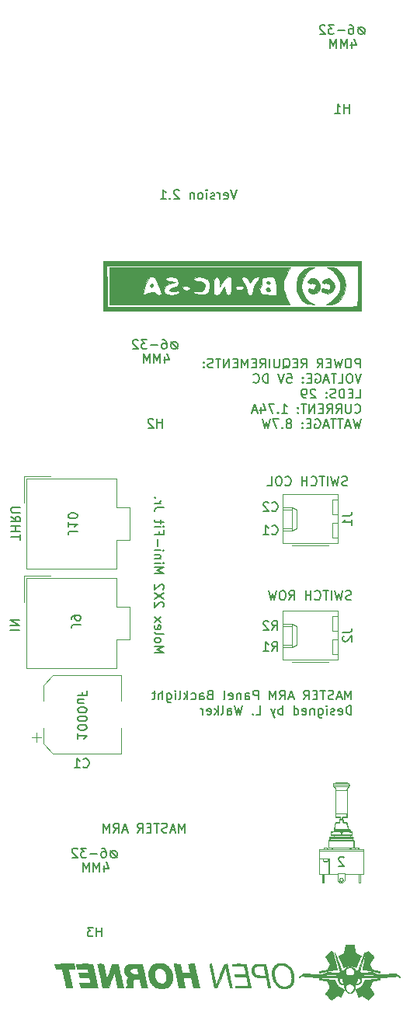
<source format=gbr>
G04 #@! TF.GenerationSoftware,KiCad,Pcbnew,(5.1.6)-1*
G04 #@! TF.CreationDate,2021-08-25T10:51:17+10:00*
G04 #@! TF.ProjectId,MasterModePushbuttonV2,4d617374-6572-44d6-9f64-655075736862,rev?*
G04 #@! TF.SameCoordinates,Original*
G04 #@! TF.FileFunction,Legend,Bot*
G04 #@! TF.FilePolarity,Positive*
%FSLAX46Y46*%
G04 Gerber Fmt 4.6, Leading zero omitted, Abs format (unit mm)*
G04 Created by KiCad (PCBNEW (5.1.6)-1) date 2021-08-25 10:51:17*
%MOMM*%
%LPD*%
G01*
G04 APERTURE LIST*
%ADD10C,0.150000*%
%ADD11C,0.120000*%
%ADD12C,0.010000*%
%ADD13C,0.100000*%
G04 APERTURE END LIST*
D10*
X227209146Y-107961860D02*
X227542480Y-107485670D01*
X227780575Y-107961860D02*
X227780575Y-106961860D01*
X227399622Y-106961860D01*
X227304384Y-107009480D01*
X227256765Y-107057099D01*
X227209146Y-107152337D01*
X227209146Y-107295194D01*
X227256765Y-107390432D01*
X227304384Y-107438051D01*
X227399622Y-107485670D01*
X227780575Y-107485670D01*
X226828194Y-107057099D02*
X226780575Y-107009480D01*
X226685337Y-106961860D01*
X226447241Y-106961860D01*
X226352003Y-107009480D01*
X226304384Y-107057099D01*
X226256765Y-107152337D01*
X226256765Y-107247575D01*
X226304384Y-107390432D01*
X226875813Y-107961860D01*
X226256765Y-107961860D01*
X227209146Y-110247860D02*
X227542480Y-109771670D01*
X227780575Y-110247860D02*
X227780575Y-109247860D01*
X227399622Y-109247860D01*
X227304384Y-109295480D01*
X227256765Y-109343099D01*
X227209146Y-109438337D01*
X227209146Y-109581194D01*
X227256765Y-109676432D01*
X227304384Y-109724051D01*
X227399622Y-109771670D01*
X227780575Y-109771670D01*
X226256765Y-110247860D02*
X226828194Y-110247860D01*
X226542480Y-110247860D02*
X226542480Y-109247860D01*
X226637718Y-109390718D01*
X226732956Y-109485956D01*
X226828194Y-109533575D01*
X227209146Y-94912622D02*
X227256765Y-94960241D01*
X227399622Y-95007860D01*
X227494860Y-95007860D01*
X227637718Y-94960241D01*
X227732956Y-94865003D01*
X227780575Y-94769765D01*
X227828194Y-94579289D01*
X227828194Y-94436432D01*
X227780575Y-94245956D01*
X227732956Y-94150718D01*
X227637718Y-94055480D01*
X227494860Y-94007860D01*
X227399622Y-94007860D01*
X227256765Y-94055480D01*
X227209146Y-94103099D01*
X226828194Y-94103099D02*
X226780575Y-94055480D01*
X226685337Y-94007860D01*
X226447241Y-94007860D01*
X226352003Y-94055480D01*
X226304384Y-94103099D01*
X226256765Y-94198337D01*
X226256765Y-94293575D01*
X226304384Y-94436432D01*
X226875813Y-95007860D01*
X226256765Y-95007860D01*
X227209146Y-97452622D02*
X227256765Y-97500241D01*
X227399622Y-97547860D01*
X227494860Y-97547860D01*
X227637718Y-97500241D01*
X227732956Y-97405003D01*
X227780575Y-97309765D01*
X227828194Y-97119289D01*
X227828194Y-96976432D01*
X227780575Y-96785956D01*
X227732956Y-96690718D01*
X227637718Y-96595480D01*
X227494860Y-96547860D01*
X227399622Y-96547860D01*
X227256765Y-96595480D01*
X227209146Y-96643099D01*
X226256765Y-97547860D02*
X226828194Y-97547860D01*
X226542480Y-97547860D02*
X226542480Y-96547860D01*
X226637718Y-96690718D01*
X226732956Y-96785956D01*
X226828194Y-96833575D01*
X235416003Y-92166241D02*
X235273146Y-92213860D01*
X235035051Y-92213860D01*
X234939813Y-92166241D01*
X234892194Y-92118622D01*
X234844575Y-92023384D01*
X234844575Y-91928146D01*
X234892194Y-91832908D01*
X234939813Y-91785289D01*
X235035051Y-91737670D01*
X235225527Y-91690051D01*
X235320765Y-91642432D01*
X235368384Y-91594813D01*
X235416003Y-91499575D01*
X235416003Y-91404337D01*
X235368384Y-91309099D01*
X235320765Y-91261480D01*
X235225527Y-91213860D01*
X234987432Y-91213860D01*
X234844575Y-91261480D01*
X234511241Y-91213860D02*
X234273146Y-92213860D01*
X234082670Y-91499575D01*
X233892194Y-92213860D01*
X233654099Y-91213860D01*
X233273146Y-92213860D02*
X233273146Y-91213860D01*
X232939813Y-91213860D02*
X232368384Y-91213860D01*
X232654099Y-92213860D02*
X232654099Y-91213860D01*
X231463622Y-92118622D02*
X231511241Y-92166241D01*
X231654099Y-92213860D01*
X231749337Y-92213860D01*
X231892194Y-92166241D01*
X231987432Y-92071003D01*
X232035051Y-91975765D01*
X232082670Y-91785289D01*
X232082670Y-91642432D01*
X232035051Y-91451956D01*
X231987432Y-91356718D01*
X231892194Y-91261480D01*
X231749337Y-91213860D01*
X231654099Y-91213860D01*
X231511241Y-91261480D01*
X231463622Y-91309099D01*
X231035051Y-92213860D02*
X231035051Y-91213860D01*
X231035051Y-91690051D02*
X230463622Y-91690051D01*
X230463622Y-92213860D02*
X230463622Y-91213860D01*
X228654099Y-92118622D02*
X228701718Y-92166241D01*
X228844575Y-92213860D01*
X228939813Y-92213860D01*
X229082670Y-92166241D01*
X229177908Y-92071003D01*
X229225527Y-91975765D01*
X229273146Y-91785289D01*
X229273146Y-91642432D01*
X229225527Y-91451956D01*
X229177908Y-91356718D01*
X229082670Y-91261480D01*
X228939813Y-91213860D01*
X228844575Y-91213860D01*
X228701718Y-91261480D01*
X228654099Y-91309099D01*
X228035051Y-91213860D02*
X227844575Y-91213860D01*
X227749337Y-91261480D01*
X227654099Y-91356718D01*
X227606480Y-91547194D01*
X227606480Y-91880527D01*
X227654099Y-92071003D01*
X227749337Y-92166241D01*
X227844575Y-92213860D01*
X228035051Y-92213860D01*
X228130289Y-92166241D01*
X228225527Y-92071003D01*
X228273146Y-91880527D01*
X228273146Y-91547194D01*
X228225527Y-91356718D01*
X228130289Y-91261480D01*
X228035051Y-91213860D01*
X226701718Y-92213860D02*
X227177908Y-92213860D01*
X227177908Y-91213860D01*
X223358956Y-59971860D02*
X223025622Y-60971860D01*
X222692289Y-59971860D01*
X221978003Y-60924241D02*
X222073241Y-60971860D01*
X222263718Y-60971860D01*
X222358956Y-60924241D01*
X222406575Y-60829003D01*
X222406575Y-60448051D01*
X222358956Y-60352813D01*
X222263718Y-60305194D01*
X222073241Y-60305194D01*
X221978003Y-60352813D01*
X221930384Y-60448051D01*
X221930384Y-60543289D01*
X222406575Y-60638527D01*
X221501813Y-60971860D02*
X221501813Y-60305194D01*
X221501813Y-60495670D02*
X221454194Y-60400432D01*
X221406575Y-60352813D01*
X221311337Y-60305194D01*
X221216099Y-60305194D01*
X220930384Y-60924241D02*
X220835146Y-60971860D01*
X220644670Y-60971860D01*
X220549432Y-60924241D01*
X220501813Y-60829003D01*
X220501813Y-60781384D01*
X220549432Y-60686146D01*
X220644670Y-60638527D01*
X220787527Y-60638527D01*
X220882765Y-60590908D01*
X220930384Y-60495670D01*
X220930384Y-60448051D01*
X220882765Y-60352813D01*
X220787527Y-60305194D01*
X220644670Y-60305194D01*
X220549432Y-60352813D01*
X220073241Y-60971860D02*
X220073241Y-60305194D01*
X220073241Y-59971860D02*
X220120860Y-60019480D01*
X220073241Y-60067099D01*
X220025622Y-60019480D01*
X220073241Y-59971860D01*
X220073241Y-60067099D01*
X219454194Y-60971860D02*
X219549432Y-60924241D01*
X219597051Y-60876622D01*
X219644670Y-60781384D01*
X219644670Y-60495670D01*
X219597051Y-60400432D01*
X219549432Y-60352813D01*
X219454194Y-60305194D01*
X219311337Y-60305194D01*
X219216099Y-60352813D01*
X219168480Y-60400432D01*
X219120860Y-60495670D01*
X219120860Y-60781384D01*
X219168480Y-60876622D01*
X219216099Y-60924241D01*
X219311337Y-60971860D01*
X219454194Y-60971860D01*
X218692289Y-60305194D02*
X218692289Y-60971860D01*
X218692289Y-60400432D02*
X218644670Y-60352813D01*
X218549432Y-60305194D01*
X218406575Y-60305194D01*
X218311337Y-60352813D01*
X218263718Y-60448051D01*
X218263718Y-60971860D01*
X217073241Y-60067099D02*
X217025622Y-60019480D01*
X216930384Y-59971860D01*
X216692289Y-59971860D01*
X216597051Y-60019480D01*
X216549432Y-60067099D01*
X216501813Y-60162337D01*
X216501813Y-60257575D01*
X216549432Y-60400432D01*
X217120860Y-60971860D01*
X216501813Y-60971860D01*
X216073241Y-60876622D02*
X216025622Y-60924241D01*
X216073241Y-60971860D01*
X216120860Y-60924241D01*
X216073241Y-60876622D01*
X216073241Y-60971860D01*
X215073241Y-60971860D02*
X215644670Y-60971860D01*
X215358956Y-60971860D02*
X215358956Y-59971860D01*
X215454194Y-60114718D01*
X215549432Y-60209956D01*
X215644670Y-60257575D01*
X235836670Y-104612241D02*
X235693813Y-104659860D01*
X235455718Y-104659860D01*
X235360480Y-104612241D01*
X235312860Y-104564622D01*
X235265241Y-104469384D01*
X235265241Y-104374146D01*
X235312860Y-104278908D01*
X235360480Y-104231289D01*
X235455718Y-104183670D01*
X235646194Y-104136051D01*
X235741432Y-104088432D01*
X235789051Y-104040813D01*
X235836670Y-103945575D01*
X235836670Y-103850337D01*
X235789051Y-103755099D01*
X235741432Y-103707480D01*
X235646194Y-103659860D01*
X235408099Y-103659860D01*
X235265241Y-103707480D01*
X234931908Y-103659860D02*
X234693813Y-104659860D01*
X234503337Y-103945575D01*
X234312860Y-104659860D01*
X234074765Y-103659860D01*
X233693813Y-104659860D02*
X233693813Y-103659860D01*
X233360480Y-103659860D02*
X232789051Y-103659860D01*
X233074765Y-104659860D02*
X233074765Y-103659860D01*
X231884289Y-104564622D02*
X231931908Y-104612241D01*
X232074765Y-104659860D01*
X232170003Y-104659860D01*
X232312860Y-104612241D01*
X232408099Y-104517003D01*
X232455718Y-104421765D01*
X232503337Y-104231289D01*
X232503337Y-104088432D01*
X232455718Y-103897956D01*
X232408099Y-103802718D01*
X232312860Y-103707480D01*
X232170003Y-103659860D01*
X232074765Y-103659860D01*
X231931908Y-103707480D01*
X231884289Y-103755099D01*
X231455718Y-104659860D02*
X231455718Y-103659860D01*
X231455718Y-104136051D02*
X230884289Y-104136051D01*
X230884289Y-104659860D02*
X230884289Y-103659860D01*
X229074765Y-104659860D02*
X229408099Y-104183670D01*
X229646194Y-104659860D02*
X229646194Y-103659860D01*
X229265241Y-103659860D01*
X229170003Y-103707480D01*
X229122384Y-103755099D01*
X229074765Y-103850337D01*
X229074765Y-103993194D01*
X229122384Y-104088432D01*
X229170003Y-104136051D01*
X229265241Y-104183670D01*
X229646194Y-104183670D01*
X228455718Y-103659860D02*
X228265241Y-103659860D01*
X228170003Y-103707480D01*
X228074765Y-103802718D01*
X228027146Y-103993194D01*
X228027146Y-104326527D01*
X228074765Y-104517003D01*
X228170003Y-104612241D01*
X228265241Y-104659860D01*
X228455718Y-104659860D01*
X228550956Y-104612241D01*
X228646194Y-104517003D01*
X228693813Y-104326527D01*
X228693813Y-103993194D01*
X228646194Y-103802718D01*
X228550956Y-103707480D01*
X228455718Y-103659860D01*
X227693813Y-103659860D02*
X227455718Y-104659860D01*
X227265241Y-103945575D01*
X227074765Y-104659860D01*
X226836670Y-103659860D01*
X217728060Y-130009060D02*
X217728060Y-129009060D01*
X217394727Y-129723346D01*
X217061394Y-129009060D01*
X217061394Y-130009060D01*
X216632822Y-129723346D02*
X216156632Y-129723346D01*
X216728060Y-130009060D02*
X216394727Y-129009060D01*
X216061394Y-130009060D01*
X215775680Y-129961441D02*
X215632822Y-130009060D01*
X215394727Y-130009060D01*
X215299489Y-129961441D01*
X215251870Y-129913822D01*
X215204251Y-129818584D01*
X215204251Y-129723346D01*
X215251870Y-129628108D01*
X215299489Y-129580489D01*
X215394727Y-129532870D01*
X215585203Y-129485251D01*
X215680441Y-129437632D01*
X215728060Y-129390013D01*
X215775680Y-129294775D01*
X215775680Y-129199537D01*
X215728060Y-129104299D01*
X215680441Y-129056680D01*
X215585203Y-129009060D01*
X215347108Y-129009060D01*
X215204251Y-129056680D01*
X214918537Y-129009060D02*
X214347108Y-129009060D01*
X214632822Y-130009060D02*
X214632822Y-129009060D01*
X214013775Y-129485251D02*
X213680441Y-129485251D01*
X213537584Y-130009060D02*
X214013775Y-130009060D01*
X214013775Y-129009060D01*
X213537584Y-129009060D01*
X212537584Y-130009060D02*
X212870918Y-129532870D01*
X213109013Y-130009060D02*
X213109013Y-129009060D01*
X212728060Y-129009060D01*
X212632822Y-129056680D01*
X212585203Y-129104299D01*
X212537584Y-129199537D01*
X212537584Y-129342394D01*
X212585203Y-129437632D01*
X212632822Y-129485251D01*
X212728060Y-129532870D01*
X213109013Y-129532870D01*
X211394727Y-129723346D02*
X210918537Y-129723346D01*
X211489965Y-130009060D02*
X211156632Y-129009060D01*
X210823299Y-130009060D01*
X209918537Y-130009060D02*
X210251870Y-129532870D01*
X210489965Y-130009060D02*
X210489965Y-129009060D01*
X210109013Y-129009060D01*
X210013775Y-129056680D01*
X209966156Y-129104299D01*
X209918537Y-129199537D01*
X209918537Y-129342394D01*
X209966156Y-129437632D01*
X210013775Y-129485251D01*
X210109013Y-129532870D01*
X210489965Y-129532870D01*
X209489965Y-130009060D02*
X209489965Y-129009060D01*
X209156632Y-129723346D01*
X208823299Y-129009060D01*
X208823299Y-130009060D01*
X235850884Y-115518860D02*
X235850884Y-114518860D01*
X235517551Y-115233146D01*
X235184218Y-114518860D01*
X235184218Y-115518860D01*
X234755646Y-115233146D02*
X234279456Y-115233146D01*
X234850884Y-115518860D02*
X234517551Y-114518860D01*
X234184218Y-115518860D01*
X233898503Y-115471241D02*
X233755646Y-115518860D01*
X233517551Y-115518860D01*
X233422313Y-115471241D01*
X233374694Y-115423622D01*
X233327075Y-115328384D01*
X233327075Y-115233146D01*
X233374694Y-115137908D01*
X233422313Y-115090289D01*
X233517551Y-115042670D01*
X233708027Y-114995051D01*
X233803265Y-114947432D01*
X233850884Y-114899813D01*
X233898503Y-114804575D01*
X233898503Y-114709337D01*
X233850884Y-114614099D01*
X233803265Y-114566480D01*
X233708027Y-114518860D01*
X233469932Y-114518860D01*
X233327075Y-114566480D01*
X233041360Y-114518860D02*
X232469932Y-114518860D01*
X232755646Y-115518860D02*
X232755646Y-114518860D01*
X232136599Y-114995051D02*
X231803265Y-114995051D01*
X231660408Y-115518860D02*
X232136599Y-115518860D01*
X232136599Y-114518860D01*
X231660408Y-114518860D01*
X230660408Y-115518860D02*
X230993741Y-115042670D01*
X231231837Y-115518860D02*
X231231837Y-114518860D01*
X230850884Y-114518860D01*
X230755646Y-114566480D01*
X230708027Y-114614099D01*
X230660408Y-114709337D01*
X230660408Y-114852194D01*
X230708027Y-114947432D01*
X230755646Y-114995051D01*
X230850884Y-115042670D01*
X231231837Y-115042670D01*
X229517551Y-115233146D02*
X229041360Y-115233146D01*
X229612789Y-115518860D02*
X229279456Y-114518860D01*
X228946122Y-115518860D01*
X228041360Y-115518860D02*
X228374694Y-115042670D01*
X228612789Y-115518860D02*
X228612789Y-114518860D01*
X228231837Y-114518860D01*
X228136599Y-114566480D01*
X228088980Y-114614099D01*
X228041360Y-114709337D01*
X228041360Y-114852194D01*
X228088980Y-114947432D01*
X228136599Y-114995051D01*
X228231837Y-115042670D01*
X228612789Y-115042670D01*
X227612789Y-115518860D02*
X227612789Y-114518860D01*
X227279456Y-115233146D01*
X226946122Y-114518860D01*
X226946122Y-115518860D01*
X225708027Y-115518860D02*
X225708027Y-114518860D01*
X225327075Y-114518860D01*
X225231837Y-114566480D01*
X225184218Y-114614099D01*
X225136599Y-114709337D01*
X225136599Y-114852194D01*
X225184218Y-114947432D01*
X225231837Y-114995051D01*
X225327075Y-115042670D01*
X225708027Y-115042670D01*
X224279456Y-115518860D02*
X224279456Y-114995051D01*
X224327075Y-114899813D01*
X224422313Y-114852194D01*
X224612789Y-114852194D01*
X224708027Y-114899813D01*
X224279456Y-115471241D02*
X224374694Y-115518860D01*
X224612789Y-115518860D01*
X224708027Y-115471241D01*
X224755646Y-115376003D01*
X224755646Y-115280765D01*
X224708027Y-115185527D01*
X224612789Y-115137908D01*
X224374694Y-115137908D01*
X224279456Y-115090289D01*
X223803265Y-114852194D02*
X223803265Y-115518860D01*
X223803265Y-114947432D02*
X223755646Y-114899813D01*
X223660408Y-114852194D01*
X223517551Y-114852194D01*
X223422313Y-114899813D01*
X223374694Y-114995051D01*
X223374694Y-115518860D01*
X222517551Y-115471241D02*
X222612789Y-115518860D01*
X222803265Y-115518860D01*
X222898503Y-115471241D01*
X222946122Y-115376003D01*
X222946122Y-114995051D01*
X222898503Y-114899813D01*
X222803265Y-114852194D01*
X222612789Y-114852194D01*
X222517551Y-114899813D01*
X222469932Y-114995051D01*
X222469932Y-115090289D01*
X222946122Y-115185527D01*
X221898503Y-115518860D02*
X221993741Y-115471241D01*
X222041360Y-115376003D01*
X222041360Y-114518860D01*
X220422313Y-114995051D02*
X220279456Y-115042670D01*
X220231837Y-115090289D01*
X220184218Y-115185527D01*
X220184218Y-115328384D01*
X220231837Y-115423622D01*
X220279456Y-115471241D01*
X220374694Y-115518860D01*
X220755646Y-115518860D01*
X220755646Y-114518860D01*
X220422313Y-114518860D01*
X220327075Y-114566480D01*
X220279456Y-114614099D01*
X220231837Y-114709337D01*
X220231837Y-114804575D01*
X220279456Y-114899813D01*
X220327075Y-114947432D01*
X220422313Y-114995051D01*
X220755646Y-114995051D01*
X219327075Y-115518860D02*
X219327075Y-114995051D01*
X219374694Y-114899813D01*
X219469932Y-114852194D01*
X219660408Y-114852194D01*
X219755646Y-114899813D01*
X219327075Y-115471241D02*
X219422313Y-115518860D01*
X219660408Y-115518860D01*
X219755646Y-115471241D01*
X219803265Y-115376003D01*
X219803265Y-115280765D01*
X219755646Y-115185527D01*
X219660408Y-115137908D01*
X219422313Y-115137908D01*
X219327075Y-115090289D01*
X218422313Y-115471241D02*
X218517551Y-115518860D01*
X218708027Y-115518860D01*
X218803265Y-115471241D01*
X218850884Y-115423622D01*
X218898503Y-115328384D01*
X218898503Y-115042670D01*
X218850884Y-114947432D01*
X218803265Y-114899813D01*
X218708027Y-114852194D01*
X218517551Y-114852194D01*
X218422313Y-114899813D01*
X217993741Y-115518860D02*
X217993741Y-114518860D01*
X217898503Y-115137908D02*
X217612789Y-115518860D01*
X217612789Y-114852194D02*
X217993741Y-115233146D01*
X217041360Y-115518860D02*
X217136599Y-115471241D01*
X217184218Y-115376003D01*
X217184218Y-114518860D01*
X216660408Y-115518860D02*
X216660408Y-114852194D01*
X216660408Y-114518860D02*
X216708027Y-114566480D01*
X216660408Y-114614099D01*
X216612789Y-114566480D01*
X216660408Y-114518860D01*
X216660408Y-114614099D01*
X215755646Y-114852194D02*
X215755646Y-115661718D01*
X215803265Y-115756956D01*
X215850884Y-115804575D01*
X215946122Y-115852194D01*
X216088980Y-115852194D01*
X216184218Y-115804575D01*
X215755646Y-115471241D02*
X215850884Y-115518860D01*
X216041360Y-115518860D01*
X216136599Y-115471241D01*
X216184218Y-115423622D01*
X216231837Y-115328384D01*
X216231837Y-115042670D01*
X216184218Y-114947432D01*
X216136599Y-114899813D01*
X216041360Y-114852194D01*
X215850884Y-114852194D01*
X215755646Y-114899813D01*
X215279456Y-115518860D02*
X215279456Y-114518860D01*
X214850884Y-115518860D02*
X214850884Y-114995051D01*
X214898503Y-114899813D01*
X214993741Y-114852194D01*
X215136599Y-114852194D01*
X215231837Y-114899813D01*
X215279456Y-114947432D01*
X214517551Y-114852194D02*
X214136599Y-114852194D01*
X214374694Y-114518860D02*
X214374694Y-115376003D01*
X214327075Y-115471241D01*
X214231837Y-115518860D01*
X214136599Y-115518860D01*
X235850884Y-117168860D02*
X235850884Y-116168860D01*
X235612789Y-116168860D01*
X235469932Y-116216480D01*
X235374694Y-116311718D01*
X235327075Y-116406956D01*
X235279456Y-116597432D01*
X235279456Y-116740289D01*
X235327075Y-116930765D01*
X235374694Y-117026003D01*
X235469932Y-117121241D01*
X235612789Y-117168860D01*
X235850884Y-117168860D01*
X234469932Y-117121241D02*
X234565170Y-117168860D01*
X234755646Y-117168860D01*
X234850884Y-117121241D01*
X234898503Y-117026003D01*
X234898503Y-116645051D01*
X234850884Y-116549813D01*
X234755646Y-116502194D01*
X234565170Y-116502194D01*
X234469932Y-116549813D01*
X234422313Y-116645051D01*
X234422313Y-116740289D01*
X234898503Y-116835527D01*
X234041360Y-117121241D02*
X233946122Y-117168860D01*
X233755646Y-117168860D01*
X233660408Y-117121241D01*
X233612789Y-117026003D01*
X233612789Y-116978384D01*
X233660408Y-116883146D01*
X233755646Y-116835527D01*
X233898503Y-116835527D01*
X233993741Y-116787908D01*
X234041360Y-116692670D01*
X234041360Y-116645051D01*
X233993741Y-116549813D01*
X233898503Y-116502194D01*
X233755646Y-116502194D01*
X233660408Y-116549813D01*
X233184218Y-117168860D02*
X233184218Y-116502194D01*
X233184218Y-116168860D02*
X233231837Y-116216480D01*
X233184218Y-116264099D01*
X233136599Y-116216480D01*
X233184218Y-116168860D01*
X233184218Y-116264099D01*
X232279456Y-116502194D02*
X232279456Y-117311718D01*
X232327075Y-117406956D01*
X232374694Y-117454575D01*
X232469932Y-117502194D01*
X232612789Y-117502194D01*
X232708027Y-117454575D01*
X232279456Y-117121241D02*
X232374694Y-117168860D01*
X232565170Y-117168860D01*
X232660408Y-117121241D01*
X232708027Y-117073622D01*
X232755646Y-116978384D01*
X232755646Y-116692670D01*
X232708027Y-116597432D01*
X232660408Y-116549813D01*
X232565170Y-116502194D01*
X232374694Y-116502194D01*
X232279456Y-116549813D01*
X231803265Y-116502194D02*
X231803265Y-117168860D01*
X231803265Y-116597432D02*
X231755646Y-116549813D01*
X231660408Y-116502194D01*
X231517551Y-116502194D01*
X231422313Y-116549813D01*
X231374694Y-116645051D01*
X231374694Y-117168860D01*
X230517551Y-117121241D02*
X230612789Y-117168860D01*
X230803265Y-117168860D01*
X230898503Y-117121241D01*
X230946122Y-117026003D01*
X230946122Y-116645051D01*
X230898503Y-116549813D01*
X230803265Y-116502194D01*
X230612789Y-116502194D01*
X230517551Y-116549813D01*
X230469932Y-116645051D01*
X230469932Y-116740289D01*
X230946122Y-116835527D01*
X229612789Y-117168860D02*
X229612789Y-116168860D01*
X229612789Y-117121241D02*
X229708027Y-117168860D01*
X229898503Y-117168860D01*
X229993741Y-117121241D01*
X230041360Y-117073622D01*
X230088980Y-116978384D01*
X230088980Y-116692670D01*
X230041360Y-116597432D01*
X229993741Y-116549813D01*
X229898503Y-116502194D01*
X229708027Y-116502194D01*
X229612789Y-116549813D01*
X228374694Y-117168860D02*
X228374694Y-116168860D01*
X228374694Y-116549813D02*
X228279456Y-116502194D01*
X228088980Y-116502194D01*
X227993741Y-116549813D01*
X227946122Y-116597432D01*
X227898503Y-116692670D01*
X227898503Y-116978384D01*
X227946122Y-117073622D01*
X227993741Y-117121241D01*
X228088980Y-117168860D01*
X228279456Y-117168860D01*
X228374694Y-117121241D01*
X227565170Y-116502194D02*
X227327075Y-117168860D01*
X227088980Y-116502194D02*
X227327075Y-117168860D01*
X227422313Y-117406956D01*
X227469932Y-117454575D01*
X227565170Y-117502194D01*
X225469932Y-117168860D02*
X225946122Y-117168860D01*
X225946122Y-116168860D01*
X225136599Y-117073622D02*
X225088980Y-117121241D01*
X225136599Y-117168860D01*
X225184218Y-117121241D01*
X225136599Y-117073622D01*
X225136599Y-117168860D01*
X223993741Y-116168860D02*
X223755646Y-117168860D01*
X223565170Y-116454575D01*
X223374694Y-117168860D01*
X223136599Y-116168860D01*
X222327075Y-117168860D02*
X222327075Y-116645051D01*
X222374694Y-116549813D01*
X222469932Y-116502194D01*
X222660408Y-116502194D01*
X222755646Y-116549813D01*
X222327075Y-117121241D02*
X222422313Y-117168860D01*
X222660408Y-117168860D01*
X222755646Y-117121241D01*
X222803265Y-117026003D01*
X222803265Y-116930765D01*
X222755646Y-116835527D01*
X222660408Y-116787908D01*
X222422313Y-116787908D01*
X222327075Y-116740289D01*
X221708027Y-117168860D02*
X221803265Y-117121241D01*
X221850884Y-117026003D01*
X221850884Y-116168860D01*
X221327075Y-117168860D02*
X221327075Y-116168860D01*
X221231837Y-116787908D02*
X220946122Y-117168860D01*
X220946122Y-116502194D02*
X221327075Y-116883146D01*
X220136599Y-117121241D02*
X220231837Y-117168860D01*
X220422313Y-117168860D01*
X220517551Y-117121241D01*
X220565170Y-117026003D01*
X220565170Y-116645051D01*
X220517551Y-116549813D01*
X220422313Y-116502194D01*
X220231837Y-116502194D01*
X220136599Y-116549813D01*
X220088980Y-116645051D01*
X220088980Y-116740289D01*
X220565170Y-116835527D01*
X219660408Y-117168860D02*
X219660408Y-116502194D01*
X219660408Y-116692670D02*
X219612789Y-116597432D01*
X219565170Y-116549813D01*
X219469932Y-116502194D01*
X219374694Y-116502194D01*
X236816084Y-79363460D02*
X236816084Y-78363460D01*
X236435132Y-78363460D01*
X236339894Y-78411080D01*
X236292275Y-78458699D01*
X236244656Y-78553937D01*
X236244656Y-78696794D01*
X236292275Y-78792032D01*
X236339894Y-78839651D01*
X236435132Y-78887270D01*
X236816084Y-78887270D01*
X235625608Y-78363460D02*
X235435132Y-78363460D01*
X235339894Y-78411080D01*
X235244656Y-78506318D01*
X235197037Y-78696794D01*
X235197037Y-79030127D01*
X235244656Y-79220603D01*
X235339894Y-79315841D01*
X235435132Y-79363460D01*
X235625608Y-79363460D01*
X235720846Y-79315841D01*
X235816084Y-79220603D01*
X235863703Y-79030127D01*
X235863703Y-78696794D01*
X235816084Y-78506318D01*
X235720846Y-78411080D01*
X235625608Y-78363460D01*
X234863703Y-78363460D02*
X234625608Y-79363460D01*
X234435132Y-78649175D01*
X234244656Y-79363460D01*
X234006560Y-78363460D01*
X233625608Y-78839651D02*
X233292275Y-78839651D01*
X233149418Y-79363460D02*
X233625608Y-79363460D01*
X233625608Y-78363460D01*
X233149418Y-78363460D01*
X232149418Y-79363460D02*
X232482751Y-78887270D01*
X232720846Y-79363460D02*
X232720846Y-78363460D01*
X232339894Y-78363460D01*
X232244656Y-78411080D01*
X232197037Y-78458699D01*
X232149418Y-78553937D01*
X232149418Y-78696794D01*
X232197037Y-78792032D01*
X232244656Y-78839651D01*
X232339894Y-78887270D01*
X232720846Y-78887270D01*
X230387513Y-79363460D02*
X230720846Y-78887270D01*
X230958941Y-79363460D02*
X230958941Y-78363460D01*
X230577989Y-78363460D01*
X230482751Y-78411080D01*
X230435132Y-78458699D01*
X230387513Y-78553937D01*
X230387513Y-78696794D01*
X230435132Y-78792032D01*
X230482751Y-78839651D01*
X230577989Y-78887270D01*
X230958941Y-78887270D01*
X229958941Y-78839651D02*
X229625608Y-78839651D01*
X229482751Y-79363460D02*
X229958941Y-79363460D01*
X229958941Y-78363460D01*
X229482751Y-78363460D01*
X228387513Y-79458699D02*
X228482751Y-79411080D01*
X228577989Y-79315841D01*
X228720846Y-79172984D01*
X228816084Y-79125365D01*
X228911322Y-79125365D01*
X228863703Y-79363460D02*
X228958941Y-79315841D01*
X229054180Y-79220603D01*
X229101799Y-79030127D01*
X229101799Y-78696794D01*
X229054180Y-78506318D01*
X228958941Y-78411080D01*
X228863703Y-78363460D01*
X228673227Y-78363460D01*
X228577989Y-78411080D01*
X228482751Y-78506318D01*
X228435132Y-78696794D01*
X228435132Y-79030127D01*
X228482751Y-79220603D01*
X228577989Y-79315841D01*
X228673227Y-79363460D01*
X228863703Y-79363460D01*
X228006560Y-78363460D02*
X228006560Y-79172984D01*
X227958941Y-79268222D01*
X227911322Y-79315841D01*
X227816084Y-79363460D01*
X227625608Y-79363460D01*
X227530370Y-79315841D01*
X227482751Y-79268222D01*
X227435132Y-79172984D01*
X227435132Y-78363460D01*
X226958941Y-79363460D02*
X226958941Y-78363460D01*
X225911322Y-79363460D02*
X226244656Y-78887270D01*
X226482751Y-79363460D02*
X226482751Y-78363460D01*
X226101799Y-78363460D01*
X226006560Y-78411080D01*
X225958941Y-78458699D01*
X225911322Y-78553937D01*
X225911322Y-78696794D01*
X225958941Y-78792032D01*
X226006560Y-78839651D01*
X226101799Y-78887270D01*
X226482751Y-78887270D01*
X225482751Y-78839651D02*
X225149418Y-78839651D01*
X225006560Y-79363460D02*
X225482751Y-79363460D01*
X225482751Y-78363460D01*
X225006560Y-78363460D01*
X224577989Y-79363460D02*
X224577989Y-78363460D01*
X224244656Y-79077746D01*
X223911322Y-78363460D01*
X223911322Y-79363460D01*
X223435132Y-78839651D02*
X223101799Y-78839651D01*
X222958941Y-79363460D02*
X223435132Y-79363460D01*
X223435132Y-78363460D01*
X222958941Y-78363460D01*
X222530370Y-79363460D02*
X222530370Y-78363460D01*
X221958941Y-79363460D01*
X221958941Y-78363460D01*
X221625608Y-78363460D02*
X221054180Y-78363460D01*
X221339894Y-79363460D02*
X221339894Y-78363460D01*
X220768465Y-79315841D02*
X220625608Y-79363460D01*
X220387513Y-79363460D01*
X220292275Y-79315841D01*
X220244656Y-79268222D01*
X220197037Y-79172984D01*
X220197037Y-79077746D01*
X220244656Y-78982508D01*
X220292275Y-78934889D01*
X220387513Y-78887270D01*
X220577989Y-78839651D01*
X220673227Y-78792032D01*
X220720846Y-78744413D01*
X220768465Y-78649175D01*
X220768465Y-78553937D01*
X220720846Y-78458699D01*
X220673227Y-78411080D01*
X220577989Y-78363460D01*
X220339894Y-78363460D01*
X220197037Y-78411080D01*
X219768465Y-79268222D02*
X219720846Y-79315841D01*
X219768465Y-79363460D01*
X219816084Y-79315841D01*
X219768465Y-79268222D01*
X219768465Y-79363460D01*
X219768465Y-78744413D02*
X219720846Y-78792032D01*
X219768465Y-78839651D01*
X219816084Y-78792032D01*
X219768465Y-78744413D01*
X219768465Y-78839651D01*
X236958941Y-80013460D02*
X236625608Y-81013460D01*
X236292275Y-80013460D01*
X235768465Y-80013460D02*
X235577989Y-80013460D01*
X235482751Y-80061080D01*
X235387513Y-80156318D01*
X235339894Y-80346794D01*
X235339894Y-80680127D01*
X235387513Y-80870603D01*
X235482751Y-80965841D01*
X235577989Y-81013460D01*
X235768465Y-81013460D01*
X235863703Y-80965841D01*
X235958941Y-80870603D01*
X236006560Y-80680127D01*
X236006560Y-80346794D01*
X235958941Y-80156318D01*
X235863703Y-80061080D01*
X235768465Y-80013460D01*
X234435132Y-81013460D02*
X234911322Y-81013460D01*
X234911322Y-80013460D01*
X234244656Y-80013460D02*
X233673227Y-80013460D01*
X233958941Y-81013460D02*
X233958941Y-80013460D01*
X233387513Y-80727746D02*
X232911322Y-80727746D01*
X233482751Y-81013460D02*
X233149418Y-80013460D01*
X232816084Y-81013460D01*
X231958941Y-80061080D02*
X232054180Y-80013460D01*
X232197037Y-80013460D01*
X232339894Y-80061080D01*
X232435132Y-80156318D01*
X232482751Y-80251556D01*
X232530370Y-80442032D01*
X232530370Y-80584889D01*
X232482751Y-80775365D01*
X232435132Y-80870603D01*
X232339894Y-80965841D01*
X232197037Y-81013460D01*
X232101799Y-81013460D01*
X231958941Y-80965841D01*
X231911322Y-80918222D01*
X231911322Y-80584889D01*
X232101799Y-80584889D01*
X231482751Y-80489651D02*
X231149418Y-80489651D01*
X231006560Y-81013460D02*
X231482751Y-81013460D01*
X231482751Y-80013460D01*
X231006560Y-80013460D01*
X230577989Y-80918222D02*
X230530370Y-80965841D01*
X230577989Y-81013460D01*
X230625608Y-80965841D01*
X230577989Y-80918222D01*
X230577989Y-81013460D01*
X230577989Y-80394413D02*
X230530370Y-80442032D01*
X230577989Y-80489651D01*
X230625608Y-80442032D01*
X230577989Y-80394413D01*
X230577989Y-80489651D01*
X228863703Y-80013460D02*
X229339894Y-80013460D01*
X229387513Y-80489651D01*
X229339894Y-80442032D01*
X229244656Y-80394413D01*
X229006560Y-80394413D01*
X228911322Y-80442032D01*
X228863703Y-80489651D01*
X228816084Y-80584889D01*
X228816084Y-80822984D01*
X228863703Y-80918222D01*
X228911322Y-80965841D01*
X229006560Y-81013460D01*
X229244656Y-81013460D01*
X229339894Y-80965841D01*
X229387513Y-80918222D01*
X228530370Y-80013460D02*
X228197037Y-81013460D01*
X227863703Y-80013460D01*
X226768465Y-81013460D02*
X226768465Y-80013460D01*
X226530370Y-80013460D01*
X226387513Y-80061080D01*
X226292275Y-80156318D01*
X226244656Y-80251556D01*
X226197037Y-80442032D01*
X226197037Y-80584889D01*
X226244656Y-80775365D01*
X226292275Y-80870603D01*
X226387513Y-80965841D01*
X226530370Y-81013460D01*
X226768465Y-81013460D01*
X225197037Y-80918222D02*
X225244656Y-80965841D01*
X225387513Y-81013460D01*
X225482751Y-81013460D01*
X225625608Y-80965841D01*
X225720846Y-80870603D01*
X225768465Y-80775365D01*
X225816084Y-80584889D01*
X225816084Y-80442032D01*
X225768465Y-80251556D01*
X225720846Y-80156318D01*
X225625608Y-80061080D01*
X225482751Y-80013460D01*
X225387513Y-80013460D01*
X225244656Y-80061080D01*
X225197037Y-80108699D01*
X236339894Y-82663460D02*
X236816084Y-82663460D01*
X236816084Y-81663460D01*
X236006560Y-82139651D02*
X235673227Y-82139651D01*
X235530370Y-82663460D02*
X236006560Y-82663460D01*
X236006560Y-81663460D01*
X235530370Y-81663460D01*
X235101799Y-82663460D02*
X235101799Y-81663460D01*
X234863703Y-81663460D01*
X234720846Y-81711080D01*
X234625608Y-81806318D01*
X234577989Y-81901556D01*
X234530370Y-82092032D01*
X234530370Y-82234889D01*
X234577989Y-82425365D01*
X234625608Y-82520603D01*
X234720846Y-82615841D01*
X234863703Y-82663460D01*
X235101799Y-82663460D01*
X234149418Y-82615841D02*
X234006560Y-82663460D01*
X233768465Y-82663460D01*
X233673227Y-82615841D01*
X233625608Y-82568222D01*
X233577989Y-82472984D01*
X233577989Y-82377746D01*
X233625608Y-82282508D01*
X233673227Y-82234889D01*
X233768465Y-82187270D01*
X233958941Y-82139651D01*
X234054180Y-82092032D01*
X234101799Y-82044413D01*
X234149418Y-81949175D01*
X234149418Y-81853937D01*
X234101799Y-81758699D01*
X234054180Y-81711080D01*
X233958941Y-81663460D01*
X233720846Y-81663460D01*
X233577989Y-81711080D01*
X233149418Y-82568222D02*
X233101799Y-82615841D01*
X233149418Y-82663460D01*
X233197037Y-82615841D01*
X233149418Y-82568222D01*
X233149418Y-82663460D01*
X233149418Y-82044413D02*
X233101799Y-82092032D01*
X233149418Y-82139651D01*
X233197037Y-82092032D01*
X233149418Y-82044413D01*
X233149418Y-82139651D01*
X231958941Y-81758699D02*
X231911322Y-81711080D01*
X231816084Y-81663460D01*
X231577989Y-81663460D01*
X231482751Y-81711080D01*
X231435132Y-81758699D01*
X231387513Y-81853937D01*
X231387513Y-81949175D01*
X231435132Y-82092032D01*
X232006560Y-82663460D01*
X231387513Y-82663460D01*
X230911322Y-82663460D02*
X230720846Y-82663460D01*
X230625608Y-82615841D01*
X230577989Y-82568222D01*
X230482751Y-82425365D01*
X230435132Y-82234889D01*
X230435132Y-81853937D01*
X230482751Y-81758699D01*
X230530370Y-81711080D01*
X230625608Y-81663460D01*
X230816084Y-81663460D01*
X230911322Y-81711080D01*
X230958941Y-81758699D01*
X231006560Y-81853937D01*
X231006560Y-82092032D01*
X230958941Y-82187270D01*
X230911322Y-82234889D01*
X230816084Y-82282508D01*
X230625608Y-82282508D01*
X230530370Y-82234889D01*
X230482751Y-82187270D01*
X230435132Y-82092032D01*
X236244656Y-84218222D02*
X236292275Y-84265841D01*
X236435132Y-84313460D01*
X236530370Y-84313460D01*
X236673227Y-84265841D01*
X236768465Y-84170603D01*
X236816084Y-84075365D01*
X236863703Y-83884889D01*
X236863703Y-83742032D01*
X236816084Y-83551556D01*
X236768465Y-83456318D01*
X236673227Y-83361080D01*
X236530370Y-83313460D01*
X236435132Y-83313460D01*
X236292275Y-83361080D01*
X236244656Y-83408699D01*
X235816084Y-83313460D02*
X235816084Y-84122984D01*
X235768465Y-84218222D01*
X235720846Y-84265841D01*
X235625608Y-84313460D01*
X235435132Y-84313460D01*
X235339894Y-84265841D01*
X235292275Y-84218222D01*
X235244656Y-84122984D01*
X235244656Y-83313460D01*
X234197037Y-84313460D02*
X234530370Y-83837270D01*
X234768465Y-84313460D02*
X234768465Y-83313460D01*
X234387513Y-83313460D01*
X234292275Y-83361080D01*
X234244656Y-83408699D01*
X234197037Y-83503937D01*
X234197037Y-83646794D01*
X234244656Y-83742032D01*
X234292275Y-83789651D01*
X234387513Y-83837270D01*
X234768465Y-83837270D01*
X233197037Y-84313460D02*
X233530370Y-83837270D01*
X233768465Y-84313460D02*
X233768465Y-83313460D01*
X233387513Y-83313460D01*
X233292275Y-83361080D01*
X233244656Y-83408699D01*
X233197037Y-83503937D01*
X233197037Y-83646794D01*
X233244656Y-83742032D01*
X233292275Y-83789651D01*
X233387513Y-83837270D01*
X233768465Y-83837270D01*
X232768465Y-83789651D02*
X232435132Y-83789651D01*
X232292275Y-84313460D02*
X232768465Y-84313460D01*
X232768465Y-83313460D01*
X232292275Y-83313460D01*
X231863703Y-84313460D02*
X231863703Y-83313460D01*
X231292275Y-84313460D01*
X231292275Y-83313460D01*
X230958941Y-83313460D02*
X230387513Y-83313460D01*
X230673227Y-84313460D02*
X230673227Y-83313460D01*
X230054180Y-84218222D02*
X230006560Y-84265841D01*
X230054180Y-84313460D01*
X230101799Y-84265841D01*
X230054180Y-84218222D01*
X230054180Y-84313460D01*
X230054180Y-83694413D02*
X230006560Y-83742032D01*
X230054180Y-83789651D01*
X230101799Y-83742032D01*
X230054180Y-83694413D01*
X230054180Y-83789651D01*
X228292275Y-84313460D02*
X228863703Y-84313460D01*
X228577989Y-84313460D02*
X228577989Y-83313460D01*
X228673227Y-83456318D01*
X228768465Y-83551556D01*
X228863703Y-83599175D01*
X227863703Y-84218222D02*
X227816084Y-84265841D01*
X227863703Y-84313460D01*
X227911322Y-84265841D01*
X227863703Y-84218222D01*
X227863703Y-84313460D01*
X227482751Y-83313460D02*
X226816084Y-83313460D01*
X227244656Y-84313460D01*
X226006560Y-83646794D02*
X226006560Y-84313460D01*
X226244656Y-83265841D02*
X226482751Y-83980127D01*
X225863703Y-83980127D01*
X225530370Y-84027746D02*
X225054180Y-84027746D01*
X225625608Y-84313460D02*
X225292275Y-83313460D01*
X224958941Y-84313460D01*
X236911322Y-84963460D02*
X236673227Y-85963460D01*
X236482751Y-85249175D01*
X236292275Y-85963460D01*
X236054180Y-84963460D01*
X235720846Y-85677746D02*
X235244656Y-85677746D01*
X235816084Y-85963460D02*
X235482751Y-84963460D01*
X235149418Y-85963460D01*
X234958941Y-84963460D02*
X234387513Y-84963460D01*
X234673227Y-85963460D02*
X234673227Y-84963460D01*
X234197037Y-84963460D02*
X233625608Y-84963460D01*
X233911322Y-85963460D02*
X233911322Y-84963460D01*
X233339894Y-85677746D02*
X232863703Y-85677746D01*
X233435132Y-85963460D02*
X233101799Y-84963460D01*
X232768465Y-85963460D01*
X231911322Y-85011080D02*
X232006560Y-84963460D01*
X232149418Y-84963460D01*
X232292275Y-85011080D01*
X232387513Y-85106318D01*
X232435132Y-85201556D01*
X232482751Y-85392032D01*
X232482751Y-85534889D01*
X232435132Y-85725365D01*
X232387513Y-85820603D01*
X232292275Y-85915841D01*
X232149418Y-85963460D01*
X232054180Y-85963460D01*
X231911322Y-85915841D01*
X231863703Y-85868222D01*
X231863703Y-85534889D01*
X232054180Y-85534889D01*
X231435132Y-85439651D02*
X231101799Y-85439651D01*
X230958941Y-85963460D02*
X231435132Y-85963460D01*
X231435132Y-84963460D01*
X230958941Y-84963460D01*
X230530370Y-85868222D02*
X230482751Y-85915841D01*
X230530370Y-85963460D01*
X230577989Y-85915841D01*
X230530370Y-85868222D01*
X230530370Y-85963460D01*
X230530370Y-85344413D02*
X230482751Y-85392032D01*
X230530370Y-85439651D01*
X230577989Y-85392032D01*
X230530370Y-85344413D01*
X230530370Y-85439651D01*
X229149418Y-85392032D02*
X229244656Y-85344413D01*
X229292275Y-85296794D01*
X229339894Y-85201556D01*
X229339894Y-85153937D01*
X229292275Y-85058699D01*
X229244656Y-85011080D01*
X229149418Y-84963460D01*
X228958941Y-84963460D01*
X228863703Y-85011080D01*
X228816084Y-85058699D01*
X228768465Y-85153937D01*
X228768465Y-85201556D01*
X228816084Y-85296794D01*
X228863703Y-85344413D01*
X228958941Y-85392032D01*
X229149418Y-85392032D01*
X229244656Y-85439651D01*
X229292275Y-85487270D01*
X229339894Y-85582508D01*
X229339894Y-85772984D01*
X229292275Y-85868222D01*
X229244656Y-85915841D01*
X229149418Y-85963460D01*
X228958941Y-85963460D01*
X228863703Y-85915841D01*
X228816084Y-85868222D01*
X228768465Y-85772984D01*
X228768465Y-85582508D01*
X228816084Y-85487270D01*
X228863703Y-85439651D01*
X228958941Y-85392032D01*
X228339894Y-85868222D02*
X228292275Y-85915841D01*
X228339894Y-85963460D01*
X228387513Y-85915841D01*
X228339894Y-85868222D01*
X228339894Y-85963460D01*
X227958941Y-84963460D02*
X227292275Y-84963460D01*
X227720846Y-85963460D01*
X227006560Y-84963460D02*
X226768465Y-85963460D01*
X226577989Y-85249175D01*
X226387513Y-85963460D01*
X226149418Y-84963460D01*
X198694099Y-107921289D02*
X199694099Y-107921289D01*
X198694099Y-107445099D02*
X199694099Y-107445099D01*
X198694099Y-106873670D01*
X199694099Y-106873670D01*
X199751699Y-98090613D02*
X199751699Y-97519184D01*
X198751699Y-97804899D02*
X199751699Y-97804899D01*
X198751699Y-97185851D02*
X199751699Y-97185851D01*
X199275508Y-97185851D02*
X199275508Y-96614422D01*
X198751699Y-96614422D02*
X199751699Y-96614422D01*
X198751699Y-95566803D02*
X199227889Y-95900137D01*
X198751699Y-96138232D02*
X199751699Y-96138232D01*
X199751699Y-95757280D01*
X199704080Y-95662041D01*
X199656460Y-95614422D01*
X199561222Y-95566803D01*
X199418365Y-95566803D01*
X199323127Y-95614422D01*
X199275508Y-95662041D01*
X199227889Y-95757280D01*
X199227889Y-96138232D01*
X199751699Y-95138232D02*
X198942175Y-95138232D01*
X198846937Y-95090613D01*
X198799318Y-95042994D01*
X198751699Y-94947756D01*
X198751699Y-94757280D01*
X198799318Y-94662041D01*
X198846937Y-94614422D01*
X198942175Y-94566803D01*
X199751699Y-94566803D01*
X214398099Y-110399860D02*
X215398099Y-110399860D01*
X214683813Y-110066527D01*
X215398099Y-109733194D01*
X214398099Y-109733194D01*
X214398099Y-109114146D02*
X214445718Y-109209384D01*
X214493337Y-109257003D01*
X214588575Y-109304622D01*
X214874289Y-109304622D01*
X214969527Y-109257003D01*
X215017146Y-109209384D01*
X215064765Y-109114146D01*
X215064765Y-108971289D01*
X215017146Y-108876051D01*
X214969527Y-108828432D01*
X214874289Y-108780813D01*
X214588575Y-108780813D01*
X214493337Y-108828432D01*
X214445718Y-108876051D01*
X214398099Y-108971289D01*
X214398099Y-109114146D01*
X214398099Y-108209384D02*
X214445718Y-108304622D01*
X214540956Y-108352241D01*
X215398099Y-108352241D01*
X214445718Y-107447480D02*
X214398099Y-107542718D01*
X214398099Y-107733194D01*
X214445718Y-107828432D01*
X214540956Y-107876051D01*
X214921908Y-107876051D01*
X215017146Y-107828432D01*
X215064765Y-107733194D01*
X215064765Y-107542718D01*
X215017146Y-107447480D01*
X214921908Y-107399860D01*
X214826670Y-107399860D01*
X214731432Y-107876051D01*
X214398099Y-107066527D02*
X215064765Y-106542718D01*
X215064765Y-107066527D02*
X214398099Y-106542718D01*
X215302860Y-105447480D02*
X215350480Y-105399860D01*
X215398099Y-105304622D01*
X215398099Y-105066527D01*
X215350480Y-104971289D01*
X215302860Y-104923670D01*
X215207622Y-104876051D01*
X215112384Y-104876051D01*
X214969527Y-104923670D01*
X214398099Y-105495099D01*
X214398099Y-104876051D01*
X215398099Y-104542718D02*
X214398099Y-103876051D01*
X215398099Y-103876051D02*
X214398099Y-104542718D01*
X215302860Y-103542718D02*
X215350480Y-103495099D01*
X215398099Y-103399860D01*
X215398099Y-103161765D01*
X215350480Y-103066527D01*
X215302860Y-103018908D01*
X215207622Y-102971289D01*
X215112384Y-102971289D01*
X214969527Y-103018908D01*
X214398099Y-103590337D01*
X214398099Y-102971289D01*
X214398099Y-101780813D02*
X215398099Y-101780813D01*
X214683813Y-101447480D01*
X215398099Y-101114146D01*
X214398099Y-101114146D01*
X214398099Y-100637956D02*
X215064765Y-100637956D01*
X215398099Y-100637956D02*
X215350480Y-100685575D01*
X215302860Y-100637956D01*
X215350480Y-100590337D01*
X215398099Y-100637956D01*
X215302860Y-100637956D01*
X215064765Y-100161765D02*
X214398099Y-100161765D01*
X214969527Y-100161765D02*
X215017146Y-100114146D01*
X215064765Y-100018908D01*
X215064765Y-99876051D01*
X215017146Y-99780813D01*
X214921908Y-99733194D01*
X214398099Y-99733194D01*
X214398099Y-99257003D02*
X215064765Y-99257003D01*
X215398099Y-99257003D02*
X215350480Y-99304622D01*
X215302860Y-99257003D01*
X215350480Y-99209384D01*
X215398099Y-99257003D01*
X215302860Y-99257003D01*
X214779051Y-98780813D02*
X214779051Y-98018908D01*
X214921908Y-97209384D02*
X214921908Y-97542718D01*
X214398099Y-97542718D02*
X215398099Y-97542718D01*
X215398099Y-97066527D01*
X214398099Y-96685575D02*
X215064765Y-96685575D01*
X215398099Y-96685575D02*
X215350480Y-96733194D01*
X215302860Y-96685575D01*
X215350480Y-96637956D01*
X215398099Y-96685575D01*
X215302860Y-96685575D01*
X215064765Y-96352241D02*
X215064765Y-95971289D01*
X215398099Y-96209384D02*
X214540956Y-96209384D01*
X214445718Y-96161765D01*
X214398099Y-96066527D01*
X214398099Y-95971289D01*
X215398099Y-94590337D02*
X214683813Y-94590337D01*
X214540956Y-94637956D01*
X214445718Y-94733194D01*
X214398099Y-94876051D01*
X214398099Y-94971289D01*
X214398099Y-94114146D02*
X215064765Y-94114146D01*
X214874289Y-94114146D02*
X214969527Y-94066527D01*
X215017146Y-94018908D01*
X215064765Y-93923670D01*
X215064765Y-93828432D01*
X214493337Y-93495099D02*
X214445718Y-93447480D01*
X214398099Y-93495099D01*
X214445718Y-93542718D01*
X214493337Y-93495099D01*
X214398099Y-93495099D01*
X206016099Y-119221289D02*
X206016099Y-119792718D01*
X206016099Y-119507003D02*
X207016099Y-119507003D01*
X206873241Y-119602241D01*
X206778003Y-119697480D01*
X206730384Y-119792718D01*
X207016099Y-118602241D02*
X207016099Y-118507003D01*
X206968480Y-118411765D01*
X206920860Y-118364146D01*
X206825622Y-118316527D01*
X206635146Y-118268908D01*
X206397051Y-118268908D01*
X206206575Y-118316527D01*
X206111337Y-118364146D01*
X206063718Y-118411765D01*
X206016099Y-118507003D01*
X206016099Y-118602241D01*
X206063718Y-118697480D01*
X206111337Y-118745099D01*
X206206575Y-118792718D01*
X206397051Y-118840337D01*
X206635146Y-118840337D01*
X206825622Y-118792718D01*
X206920860Y-118745099D01*
X206968480Y-118697480D01*
X207016099Y-118602241D01*
X207016099Y-117649860D02*
X207016099Y-117554622D01*
X206968480Y-117459384D01*
X206920860Y-117411765D01*
X206825622Y-117364146D01*
X206635146Y-117316527D01*
X206397051Y-117316527D01*
X206206575Y-117364146D01*
X206111337Y-117411765D01*
X206063718Y-117459384D01*
X206016099Y-117554622D01*
X206016099Y-117649860D01*
X206063718Y-117745099D01*
X206111337Y-117792718D01*
X206206575Y-117840337D01*
X206397051Y-117887956D01*
X206635146Y-117887956D01*
X206825622Y-117840337D01*
X206920860Y-117792718D01*
X206968480Y-117745099D01*
X207016099Y-117649860D01*
X207016099Y-116697480D02*
X207016099Y-116602241D01*
X206968480Y-116507003D01*
X206920860Y-116459384D01*
X206825622Y-116411765D01*
X206635146Y-116364146D01*
X206397051Y-116364146D01*
X206206575Y-116411765D01*
X206111337Y-116459384D01*
X206063718Y-116507003D01*
X206016099Y-116602241D01*
X206016099Y-116697480D01*
X206063718Y-116792718D01*
X206111337Y-116840337D01*
X206206575Y-116887956D01*
X206397051Y-116935575D01*
X206635146Y-116935575D01*
X206825622Y-116887956D01*
X206920860Y-116840337D01*
X206968480Y-116792718D01*
X207016099Y-116697480D01*
X206682765Y-115507003D02*
X206016099Y-115507003D01*
X206682765Y-115935575D02*
X206158956Y-115935575D01*
X206063718Y-115887956D01*
X206016099Y-115792718D01*
X206016099Y-115649860D01*
X206063718Y-115554622D01*
X206111337Y-115507003D01*
X206539908Y-114697480D02*
X206539908Y-115030813D01*
X206016099Y-115030813D02*
X207016099Y-115030813D01*
X207016099Y-114554622D01*
D11*
X210780480Y-112887000D02*
X210780480Y-115637000D01*
X210780480Y-121407000D02*
X210780480Y-118657000D01*
X203324917Y-121407000D02*
X210780480Y-121407000D01*
X203324917Y-112887000D02*
X210780480Y-112887000D01*
X202260480Y-113951437D02*
X202260480Y-115637000D01*
X202260480Y-120342563D02*
X202260480Y-118657000D01*
X202260480Y-120342563D02*
X203324917Y-121407000D01*
X202260480Y-113951437D02*
X203324917Y-112887000D01*
X201020480Y-119657000D02*
X202020480Y-119657000D01*
X201520480Y-120157000D02*
X201520480Y-119157000D01*
D12*
G36*
X214063248Y-70173162D02*
G01*
X213901453Y-70388214D01*
X213895036Y-70435408D01*
X214023339Y-70589162D01*
X214063248Y-70593692D01*
X214210873Y-70456774D01*
X214231460Y-70331447D01*
X214149913Y-70157338D01*
X214063248Y-70173162D01*
G37*
X214063248Y-70173162D02*
X213901453Y-70388214D01*
X213895036Y-70435408D01*
X214023339Y-70589162D01*
X214063248Y-70593692D01*
X214210873Y-70456774D01*
X214231460Y-70331447D01*
X214149913Y-70157338D01*
X214063248Y-70173162D01*
G36*
X226579212Y-70002392D02*
G01*
X226595036Y-70089056D01*
X226810088Y-70250852D01*
X226857282Y-70257268D01*
X227011036Y-70128966D01*
X227015566Y-70089056D01*
X226878648Y-69941431D01*
X226753321Y-69920844D01*
X226579212Y-70002392D01*
G37*
X226579212Y-70002392D02*
X226595036Y-70089056D01*
X226810088Y-70250852D01*
X226857282Y-70257268D01*
X227011036Y-70128966D01*
X227015566Y-70089056D01*
X226878648Y-69941431D01*
X226753321Y-69920844D01*
X226579212Y-70002392D01*
G36*
X226553047Y-70691497D02*
G01*
X226549479Y-70793444D01*
X226716908Y-71015579D01*
X226918471Y-71043822D01*
X227015566Y-70860028D01*
X226880130Y-70628308D01*
X226749231Y-70593692D01*
X226553047Y-70691497D01*
G37*
X226553047Y-70691497D02*
X226549479Y-70793444D01*
X226716908Y-71015579D01*
X226918471Y-71043822D01*
X227015566Y-70860028D01*
X226880130Y-70628308D01*
X226749231Y-70593692D01*
X226553047Y-70691497D01*
G36*
X231438021Y-69636191D02*
G01*
X231241367Y-69736402D01*
X231090403Y-69944392D01*
X231196710Y-70116842D01*
X231487327Y-70153972D01*
X231538471Y-70142716D01*
X231874834Y-70169234D01*
X232005243Y-70395562D01*
X231885875Y-70687241D01*
X231643291Y-70839031D01*
X231465840Y-70755810D01*
X231233461Y-70672928D01*
X231130183Y-70772543D01*
X231127281Y-71003251D01*
X231353087Y-71175254D01*
X231700540Y-71250775D01*
X232062576Y-71192039D01*
X232165411Y-71137805D01*
X232440360Y-70782086D01*
X232461956Y-70329450D01*
X232238740Y-69929449D01*
X231826116Y-69632177D01*
X231438021Y-69636191D01*
G37*
X231438021Y-69636191D02*
X231241367Y-69736402D01*
X231090403Y-69944392D01*
X231196710Y-70116842D01*
X231487327Y-70153972D01*
X231538471Y-70142716D01*
X231874834Y-70169234D01*
X232005243Y-70395562D01*
X231885875Y-70687241D01*
X231643291Y-70839031D01*
X231465840Y-70755810D01*
X231233461Y-70672928D01*
X231130183Y-70772543D01*
X231127281Y-71003251D01*
X231353087Y-71175254D01*
X231700540Y-71250775D01*
X232062576Y-71192039D01*
X232165411Y-71137805D01*
X232440360Y-70782086D01*
X232461956Y-70329450D01*
X232238740Y-69929449D01*
X231826116Y-69632177D01*
X231438021Y-69636191D01*
G36*
X233102720Y-69673464D02*
G01*
X232976921Y-69726659D01*
X232686463Y-69937570D01*
X232675364Y-70113389D01*
X232923786Y-70165737D01*
X233069319Y-70138286D01*
X233396881Y-70173562D01*
X233504587Y-70314235D01*
X233540259Y-70672545D01*
X233353645Y-70830718D01*
X233071195Y-70761904D01*
X232774012Y-70703230D01*
X232605078Y-70821680D01*
X232648193Y-71023708D01*
X232755274Y-71114559D01*
X233253166Y-71256157D01*
X233724850Y-71082543D01*
X233816134Y-71002207D01*
X234058198Y-70569927D01*
X233973994Y-70118526D01*
X233743360Y-69836120D01*
X233431068Y-69633285D01*
X233102720Y-69673464D01*
G37*
X233102720Y-69673464D02*
X232976921Y-69726659D01*
X232686463Y-69937570D01*
X232675364Y-70113389D01*
X232923786Y-70165737D01*
X233069319Y-70138286D01*
X233396881Y-70173562D01*
X233504587Y-70314235D01*
X233540259Y-70672545D01*
X233353645Y-70830718D01*
X233071195Y-70761904D01*
X232774012Y-70703230D01*
X232605078Y-70821680D01*
X232648193Y-71023708D01*
X232755274Y-71114559D01*
X233253166Y-71256157D01*
X233724850Y-71082543D01*
X233816134Y-71002207D01*
X234058198Y-70569927D01*
X233973994Y-70118526D01*
X233743360Y-69836120D01*
X233431068Y-69633285D01*
X233102720Y-69673464D01*
G36*
X209521527Y-72444023D02*
G01*
X229156564Y-72444023D01*
X228747697Y-71645017D01*
X228677148Y-71434752D01*
X227705203Y-71434752D01*
X227037718Y-71434752D01*
X226537179Y-71409849D01*
X226153104Y-71348376D01*
X226104158Y-71332649D01*
X225894367Y-71111324D01*
X225842795Y-70782857D01*
X225976383Y-70528258D01*
X225983736Y-70523528D01*
X226066305Y-70309463D01*
X226049715Y-70016720D01*
X226055681Y-69684701D01*
X226266856Y-69542368D01*
X225834342Y-69542368D01*
X225737406Y-69751157D01*
X225508675Y-70080060D01*
X225501659Y-70089056D01*
X225260308Y-70543377D01*
X225168975Y-70972169D01*
X225100969Y-71322984D01*
X224866552Y-71433840D01*
X224828811Y-71434752D01*
X224572948Y-71345143D01*
X224489729Y-71024052D01*
X224488647Y-70972169D01*
X224415258Y-70650104D01*
X224151795Y-70650104D01*
X224036727Y-70825070D01*
X223759734Y-70909345D01*
X223413515Y-70835793D01*
X223192318Y-70647742D01*
X223187903Y-70635745D01*
X223275521Y-70475664D01*
X223637310Y-70425480D01*
X222810268Y-70425480D01*
X222797381Y-70990449D01*
X222742330Y-71295746D01*
X222620527Y-71417663D01*
X222485017Y-71434752D01*
X222211536Y-71311147D01*
X222099155Y-70972169D01*
X222038543Y-70509586D01*
X221808663Y-70972169D01*
X221486740Y-71352932D01*
X221176860Y-71434752D01*
X220951743Y-71412597D01*
X220837922Y-71292519D01*
X220806124Y-70994099D01*
X220822167Y-70556842D01*
X220454556Y-70556842D01*
X220367307Y-71006458D01*
X220160931Y-71257391D01*
X219791575Y-71371597D01*
X219329278Y-71388664D01*
X218907823Y-71318796D01*
X218660996Y-71172198D01*
X218646509Y-71141883D01*
X218654405Y-71122039D01*
X217098386Y-71122039D01*
X216978922Y-71322610D01*
X216722591Y-71411028D01*
X216299372Y-71433272D01*
X215856913Y-71395837D01*
X215585761Y-71317597D01*
X215149182Y-71317597D01*
X215094451Y-71418017D01*
X214918467Y-71434743D01*
X214901853Y-71434752D01*
X214629850Y-71363846D01*
X214567884Y-71266540D01*
X214433045Y-71127185D01*
X214110047Y-71113135D01*
X213721170Y-71220043D01*
X213563980Y-71302225D01*
X213250513Y-71431803D01*
X213124734Y-71305054D01*
X213184969Y-70912909D01*
X213387947Y-70347419D01*
X213671988Y-69753667D01*
X213926976Y-69460722D01*
X214072858Y-69416209D01*
X214266890Y-69429559D01*
X214409902Y-69514255D01*
X214549788Y-69737261D01*
X214734445Y-70165543D01*
X214891151Y-70560312D01*
X215081727Y-71057142D01*
X215149182Y-71317597D01*
X215585761Y-71317597D01*
X215542863Y-71305219D01*
X215487141Y-71256979D01*
X215414513Y-70864126D01*
X215604009Y-70478895D01*
X215995346Y-70205018D01*
X216121662Y-70165109D01*
X216670533Y-70030023D01*
X216123844Y-69964776D01*
X215696750Y-69838628D01*
X215565335Y-69651431D01*
X215726444Y-69483830D01*
X216145301Y-69416209D01*
X216663093Y-69519873D01*
X216973123Y-69776007D01*
X217058344Y-70102326D01*
X216901710Y-70416542D01*
X216486174Y-70636370D01*
X216402089Y-70655792D01*
X216065886Y-70778150D01*
X216000735Y-70934949D01*
X216002551Y-70937988D01*
X216237741Y-71038544D01*
X216602441Y-71010705D01*
X216972792Y-70992145D01*
X217098386Y-71122039D01*
X218654405Y-71122039D01*
X218700089Y-71007233D01*
X219022979Y-71022409D01*
X219063458Y-71030224D01*
X219542759Y-71007295D01*
X219840939Y-70761014D01*
X219851408Y-70677798D01*
X218268546Y-70677798D01*
X218122319Y-70880731D01*
X217848017Y-70930116D01*
X217509794Y-70842380D01*
X217427487Y-70677798D01*
X217573714Y-70474865D01*
X217848017Y-70425480D01*
X218186239Y-70513216D01*
X218268546Y-70677798D01*
X219851408Y-70677798D01*
X219892159Y-70353887D01*
X219869122Y-70265340D01*
X219693595Y-70016219D01*
X219320333Y-69924738D01*
X219168359Y-69920844D01*
X218747771Y-69871558D01*
X218642652Y-69721968D01*
X218645960Y-69710580D01*
X218863127Y-69521606D01*
X219265469Y-69447231D01*
X219720974Y-69489922D01*
X220097631Y-69652144D01*
X220134612Y-69682766D01*
X220376228Y-70070013D01*
X220454556Y-70556842D01*
X220822167Y-70556842D01*
X220825384Y-70469168D01*
X220879785Y-69887193D01*
X220981057Y-69571079D01*
X221151995Y-69451124D01*
X221158788Y-69449760D01*
X221370871Y-69503831D01*
X221478597Y-69812324D01*
X221495629Y-69952762D01*
X221549512Y-70509586D01*
X221847786Y-69962897D01*
X222158276Y-69562671D01*
X222478164Y-69416209D01*
X222663802Y-69454212D01*
X222764114Y-69619358D01*
X222804340Y-69988354D01*
X222810268Y-70425480D01*
X223637310Y-70425480D01*
X224044979Y-70484117D01*
X224151795Y-70650104D01*
X224415258Y-70650104D01*
X224381175Y-70500536D01*
X224155964Y-70089056D01*
X223885606Y-69694175D01*
X223858581Y-69484802D01*
X224072243Y-69416934D01*
X224115501Y-69416209D01*
X224426939Y-69547585D01*
X224633247Y-69771343D01*
X224855032Y-70126478D01*
X225103778Y-69771343D01*
X225358732Y-69527966D01*
X225633634Y-69412464D01*
X225814203Y-69460654D01*
X225834342Y-69542368D01*
X226266856Y-69542368D01*
X226300973Y-69519373D01*
X226391588Y-69494128D01*
X226888002Y-69431976D01*
X227208722Y-69444320D01*
X227435277Y-69510792D01*
X227562387Y-69684997D01*
X227626987Y-70051667D01*
X227654755Y-70467533D01*
X227705203Y-71434752D01*
X228677148Y-71434752D01*
X228451226Y-70761414D01*
X228483486Y-69888154D01*
X228845940Y-68992719D01*
X228868714Y-68953626D01*
X229190975Y-68406937D01*
X209521527Y-68406937D01*
X209521527Y-72444023D01*
G37*
X209521527Y-72444023D02*
X229156564Y-72444023D01*
X228747697Y-71645017D01*
X228677148Y-71434752D01*
X227705203Y-71434752D01*
X227037718Y-71434752D01*
X226537179Y-71409849D01*
X226153104Y-71348376D01*
X226104158Y-71332649D01*
X225894367Y-71111324D01*
X225842795Y-70782857D01*
X225976383Y-70528258D01*
X225983736Y-70523528D01*
X226066305Y-70309463D01*
X226049715Y-70016720D01*
X226055681Y-69684701D01*
X226266856Y-69542368D01*
X225834342Y-69542368D01*
X225737406Y-69751157D01*
X225508675Y-70080060D01*
X225501659Y-70089056D01*
X225260308Y-70543377D01*
X225168975Y-70972169D01*
X225100969Y-71322984D01*
X224866552Y-71433840D01*
X224828811Y-71434752D01*
X224572948Y-71345143D01*
X224489729Y-71024052D01*
X224488647Y-70972169D01*
X224415258Y-70650104D01*
X224151795Y-70650104D01*
X224036727Y-70825070D01*
X223759734Y-70909345D01*
X223413515Y-70835793D01*
X223192318Y-70647742D01*
X223187903Y-70635745D01*
X223275521Y-70475664D01*
X223637310Y-70425480D01*
X222810268Y-70425480D01*
X222797381Y-70990449D01*
X222742330Y-71295746D01*
X222620527Y-71417663D01*
X222485017Y-71434752D01*
X222211536Y-71311147D01*
X222099155Y-70972169D01*
X222038543Y-70509586D01*
X221808663Y-70972169D01*
X221486740Y-71352932D01*
X221176860Y-71434752D01*
X220951743Y-71412597D01*
X220837922Y-71292519D01*
X220806124Y-70994099D01*
X220822167Y-70556842D01*
X220454556Y-70556842D01*
X220367307Y-71006458D01*
X220160931Y-71257391D01*
X219791575Y-71371597D01*
X219329278Y-71388664D01*
X218907823Y-71318796D01*
X218660996Y-71172198D01*
X218646509Y-71141883D01*
X218654405Y-71122039D01*
X217098386Y-71122039D01*
X216978922Y-71322610D01*
X216722591Y-71411028D01*
X216299372Y-71433272D01*
X215856913Y-71395837D01*
X215585761Y-71317597D01*
X215149182Y-71317597D01*
X215094451Y-71418017D01*
X214918467Y-71434743D01*
X214901853Y-71434752D01*
X214629850Y-71363846D01*
X214567884Y-71266540D01*
X214433045Y-71127185D01*
X214110047Y-71113135D01*
X213721170Y-71220043D01*
X213563980Y-71302225D01*
X213250513Y-71431803D01*
X213124734Y-71305054D01*
X213184969Y-70912909D01*
X213387947Y-70347419D01*
X213671988Y-69753667D01*
X213926976Y-69460722D01*
X214072858Y-69416209D01*
X214266890Y-69429559D01*
X214409902Y-69514255D01*
X214549788Y-69737261D01*
X214734445Y-70165543D01*
X214891151Y-70560312D01*
X215081727Y-71057142D01*
X215149182Y-71317597D01*
X215585761Y-71317597D01*
X215542863Y-71305219D01*
X215487141Y-71256979D01*
X215414513Y-70864126D01*
X215604009Y-70478895D01*
X215995346Y-70205018D01*
X216121662Y-70165109D01*
X216670533Y-70030023D01*
X216123844Y-69964776D01*
X215696750Y-69838628D01*
X215565335Y-69651431D01*
X215726444Y-69483830D01*
X216145301Y-69416209D01*
X216663093Y-69519873D01*
X216973123Y-69776007D01*
X217058344Y-70102326D01*
X216901710Y-70416542D01*
X216486174Y-70636370D01*
X216402089Y-70655792D01*
X216065886Y-70778150D01*
X216000735Y-70934949D01*
X216002551Y-70937988D01*
X216237741Y-71038544D01*
X216602441Y-71010705D01*
X216972792Y-70992145D01*
X217098386Y-71122039D01*
X218654405Y-71122039D01*
X218700089Y-71007233D01*
X219022979Y-71022409D01*
X219063458Y-71030224D01*
X219542759Y-71007295D01*
X219840939Y-70761014D01*
X219851408Y-70677798D01*
X218268546Y-70677798D01*
X218122319Y-70880731D01*
X217848017Y-70930116D01*
X217509794Y-70842380D01*
X217427487Y-70677798D01*
X217573714Y-70474865D01*
X217848017Y-70425480D01*
X218186239Y-70513216D01*
X218268546Y-70677798D01*
X219851408Y-70677798D01*
X219892159Y-70353887D01*
X219869122Y-70265340D01*
X219693595Y-70016219D01*
X219320333Y-69924738D01*
X219168359Y-69920844D01*
X218747771Y-69871558D01*
X218642652Y-69721968D01*
X218645960Y-69710580D01*
X218863127Y-69521606D01*
X219265469Y-69447231D01*
X219720974Y-69489922D01*
X220097631Y-69652144D01*
X220134612Y-69682766D01*
X220376228Y-70070013D01*
X220454556Y-70556842D01*
X220822167Y-70556842D01*
X220825384Y-70469168D01*
X220879785Y-69887193D01*
X220981057Y-69571079D01*
X221151995Y-69451124D01*
X221158788Y-69449760D01*
X221370871Y-69503831D01*
X221478597Y-69812324D01*
X221495629Y-69952762D01*
X221549512Y-70509586D01*
X221847786Y-69962897D01*
X222158276Y-69562671D01*
X222478164Y-69416209D01*
X222663802Y-69454212D01*
X222764114Y-69619358D01*
X222804340Y-69988354D01*
X222810268Y-70425480D01*
X223637310Y-70425480D01*
X224044979Y-70484117D01*
X224151795Y-70650104D01*
X224415258Y-70650104D01*
X224381175Y-70500536D01*
X224155964Y-70089056D01*
X223885606Y-69694175D01*
X223858581Y-69484802D01*
X224072243Y-69416934D01*
X224115501Y-69416209D01*
X224426939Y-69547585D01*
X224633247Y-69771343D01*
X224855032Y-70126478D01*
X225103778Y-69771343D01*
X225358732Y-69527966D01*
X225633634Y-69412464D01*
X225814203Y-69460654D01*
X225834342Y-69542368D01*
X226266856Y-69542368D01*
X226300973Y-69519373D01*
X226391588Y-69494128D01*
X226888002Y-69431976D01*
X227208722Y-69444320D01*
X227435277Y-69510792D01*
X227562387Y-69684997D01*
X227626987Y-70051667D01*
X227654755Y-70467533D01*
X227705203Y-71434752D01*
X228677148Y-71434752D01*
X228451226Y-70761414D01*
X228483486Y-69888154D01*
X228845940Y-68992719D01*
X228868714Y-68953626D01*
X229190975Y-68406937D01*
X209521527Y-68406937D01*
X209521527Y-72444023D01*
G36*
X231226234Y-68445530D02*
G01*
X230661556Y-68633380D01*
X230248944Y-69049524D01*
X229988399Y-69622817D01*
X229879919Y-70282111D01*
X229923505Y-70956260D01*
X230119156Y-71574116D01*
X230466874Y-72064533D01*
X230966658Y-72356363D01*
X231226234Y-72402925D01*
X231809606Y-72445933D01*
X231349138Y-72188396D01*
X230793137Y-71705883D01*
X230477430Y-71067807D01*
X230401598Y-70353632D01*
X230565218Y-69642822D01*
X230967872Y-69014841D01*
X231367680Y-68682222D01*
X231809606Y-68400017D01*
X231226234Y-68445530D01*
G37*
X231226234Y-68445530D02*
X230661556Y-68633380D01*
X230248944Y-69049524D01*
X229988399Y-69622817D01*
X229879919Y-70282111D01*
X229923505Y-70956260D01*
X230119156Y-71574116D01*
X230466874Y-72064533D01*
X230966658Y-72356363D01*
X231226234Y-72402925D01*
X231809606Y-72445933D01*
X231349138Y-72188396D01*
X230793137Y-71705883D01*
X230477430Y-71067807D01*
X230401598Y-70353632D01*
X230565218Y-69642822D01*
X230967872Y-69014841D01*
X231367680Y-68682222D01*
X231809606Y-68400017D01*
X231226234Y-68445530D01*
G36*
X233761220Y-68790898D02*
G01*
X234335337Y-69351478D01*
X234636597Y-70040593D01*
X234640969Y-70785130D01*
X234532253Y-71136698D01*
X234196062Y-71666352D01*
X233737829Y-72087155D01*
X233712112Y-72103287D01*
X233155301Y-72442766D01*
X233687037Y-72443394D01*
X234192019Y-72329826D01*
X234637181Y-71946768D01*
X234640005Y-71943417D01*
X235091157Y-71173761D01*
X235223023Y-70353513D01*
X235035602Y-69538086D01*
X234640005Y-68907543D01*
X234181415Y-68516221D01*
X233704214Y-68406937D01*
X233189656Y-68406937D01*
X233761220Y-68790898D01*
G37*
X233761220Y-68790898D02*
X234335337Y-69351478D01*
X234636597Y-70040593D01*
X234640969Y-70785130D01*
X234532253Y-71136698D01*
X234196062Y-71666352D01*
X233737829Y-72087155D01*
X233712112Y-72103287D01*
X233155301Y-72442766D01*
X233687037Y-72443394D01*
X234192019Y-72329826D01*
X234637181Y-71946768D01*
X234640005Y-71943417D01*
X235091157Y-71173761D01*
X235223023Y-70353513D01*
X235035602Y-69538086D01*
X234640005Y-68907543D01*
X234181415Y-68516221D01*
X233704214Y-68406937D01*
X233189656Y-68406937D01*
X233761220Y-68790898D01*
G36*
X208848679Y-73116871D02*
G01*
X236940070Y-73116871D01*
X236940070Y-68238725D01*
X236603646Y-68238725D01*
X236603646Y-70397445D01*
X236595286Y-71218065D01*
X236572442Y-71913561D01*
X236538465Y-72416607D01*
X236496709Y-72659881D01*
X236490516Y-72669294D01*
X236308620Y-72686339D01*
X235815673Y-72701558D01*
X235037041Y-72714821D01*
X233998092Y-72725998D01*
X232724194Y-72734960D01*
X231240715Y-72741576D01*
X229573022Y-72745716D01*
X227746482Y-72747249D01*
X225786464Y-72746047D01*
X223718335Y-72741978D01*
X222823297Y-72739383D01*
X209269209Y-72696341D01*
X209222273Y-70467533D01*
X209175338Y-68238725D01*
X236603646Y-68238725D01*
X236940070Y-68238725D01*
X236940070Y-67734090D01*
X208848679Y-67734090D01*
X208848679Y-73116871D01*
G37*
X208848679Y-73116871D02*
X236940070Y-73116871D01*
X236940070Y-68238725D01*
X236603646Y-68238725D01*
X236603646Y-70397445D01*
X236595286Y-71218065D01*
X236572442Y-71913561D01*
X236538465Y-72416607D01*
X236496709Y-72659881D01*
X236490516Y-72669294D01*
X236308620Y-72686339D01*
X235815673Y-72701558D01*
X235037041Y-72714821D01*
X233998092Y-72725998D01*
X232724194Y-72734960D01*
X231240715Y-72741576D01*
X229573022Y-72745716D01*
X227746482Y-72747249D01*
X225786464Y-72746047D01*
X223718335Y-72741978D01*
X222823297Y-72739383D01*
X209269209Y-72696341D01*
X209222273Y-70467533D01*
X209175338Y-68238725D01*
X236603646Y-68238725D01*
X236940070Y-68238725D01*
X236940070Y-67734090D01*
X208848679Y-67734090D01*
X208848679Y-73116871D01*
D11*
X233790480Y-93755480D02*
X234390480Y-93755480D01*
X233790480Y-95355480D02*
X233790480Y-93755480D01*
X234390480Y-95355480D02*
X233790480Y-95355480D01*
X233790480Y-96295480D02*
X234390480Y-96295480D01*
X233790480Y-97895480D02*
X233790480Y-96295480D01*
X234390480Y-97895480D02*
X233790480Y-97895480D01*
X228370480Y-94805480D02*
X229370480Y-94805480D01*
X228370480Y-96845480D02*
X229370480Y-96845480D01*
X229900480Y-94805480D02*
X229370480Y-94555480D01*
X229900480Y-96845480D02*
X229900480Y-94805480D01*
X229370480Y-97095480D02*
X229900480Y-96845480D01*
X229370480Y-94555480D02*
X228370480Y-94555480D01*
X229370480Y-97095480D02*
X229370480Y-94555480D01*
X228370480Y-97095480D02*
X229370480Y-97095480D01*
X233360480Y-98765480D02*
X229360480Y-98765480D01*
X234390480Y-93175480D02*
X234390480Y-98475480D01*
X228370480Y-93175480D02*
X234390480Y-93175480D01*
X228370480Y-98475480D02*
X228370480Y-93175480D01*
X234390480Y-98475480D02*
X228370480Y-98475480D01*
D12*
G36*
X235699849Y-142275680D02*
G01*
X235679168Y-142275680D01*
X235609335Y-142275688D01*
X235547473Y-142275719D01*
X235493086Y-142275780D01*
X235445679Y-142275879D01*
X235404756Y-142276025D01*
X235369822Y-142276225D01*
X235340380Y-142276487D01*
X235315935Y-142276820D01*
X235295991Y-142277230D01*
X235280053Y-142277727D01*
X235267625Y-142278318D01*
X235258212Y-142279011D01*
X235251317Y-142279814D01*
X235246445Y-142280735D01*
X235243100Y-142281782D01*
X235241169Y-142282729D01*
X235231190Y-142290857D01*
X235224702Y-142299727D01*
X235223310Y-142305203D01*
X235220490Y-142318432D01*
X235216351Y-142338845D01*
X235211004Y-142365869D01*
X235204559Y-142398934D01*
X235197126Y-142437467D01*
X235188814Y-142480897D01*
X235179733Y-142528654D01*
X235169994Y-142580165D01*
X235159706Y-142634859D01*
X235148979Y-142692164D01*
X235141698Y-142731218D01*
X235130724Y-142789972D01*
X235120093Y-142846515D01*
X235109914Y-142900272D01*
X235100302Y-142950670D01*
X235091367Y-142997136D01*
X235083221Y-143039094D01*
X235075976Y-143075971D01*
X235069744Y-143107194D01*
X235064636Y-143132188D01*
X235060765Y-143150381D01*
X235058242Y-143161197D01*
X235057373Y-143164011D01*
X235049672Y-143175454D01*
X235041590Y-143184347D01*
X235036579Y-143187005D01*
X235024476Y-143192546D01*
X235006030Y-143200659D01*
X234981993Y-143211033D01*
X234953113Y-143223357D01*
X234920139Y-143237320D01*
X234883822Y-143252612D01*
X234844910Y-143268921D01*
X234804154Y-143285936D01*
X234762303Y-143303347D01*
X234720107Y-143320842D01*
X234678315Y-143338110D01*
X234637676Y-143354842D01*
X234598941Y-143370724D01*
X234562859Y-143385448D01*
X234530179Y-143398701D01*
X234501652Y-143410173D01*
X234478026Y-143419553D01*
X234460051Y-143426530D01*
X234448477Y-143430793D01*
X234444614Y-143431990D01*
X234444209Y-143433428D01*
X234445088Y-143437526D01*
X234447385Y-143444595D01*
X234451237Y-143454949D01*
X234456780Y-143468898D01*
X234464148Y-143486756D01*
X234473479Y-143508835D01*
X234484908Y-143535448D01*
X234498569Y-143566905D01*
X234514601Y-143603521D01*
X234533137Y-143645607D01*
X234554314Y-143693475D01*
X234578267Y-143747438D01*
X234605133Y-143807808D01*
X234635047Y-143874898D01*
X234668144Y-143949019D01*
X234704561Y-144030485D01*
X234712096Y-144047329D01*
X234742676Y-144115683D01*
X234772347Y-144181975D01*
X234800921Y-144245791D01*
X234828213Y-144306714D01*
X234854034Y-144364327D01*
X234878199Y-144418216D01*
X234900520Y-144467964D01*
X234920811Y-144513155D01*
X234938885Y-144553372D01*
X234954555Y-144588201D01*
X234967635Y-144617225D01*
X234977937Y-144640027D01*
X234985276Y-144656193D01*
X234989463Y-144665305D01*
X234990398Y-144667235D01*
X234993028Y-144669271D01*
X234998304Y-144669686D01*
X235007423Y-144668255D01*
X235021581Y-144664752D01*
X235041975Y-144658952D01*
X235055233Y-144655016D01*
X235116076Y-144637577D01*
X235181272Y-144620288D01*
X235248698Y-144603643D01*
X235316231Y-144588133D01*
X235381746Y-144574250D01*
X235443121Y-144562484D01*
X235486746Y-144555096D01*
X235512155Y-144551991D01*
X235544321Y-144549451D01*
X235581553Y-144547498D01*
X235622160Y-144546151D01*
X235664451Y-144545431D01*
X235706733Y-144545359D01*
X235747317Y-144545956D01*
X235784509Y-144547242D01*
X235816620Y-144549238D01*
X235833389Y-144550859D01*
X235881898Y-144557443D01*
X235936699Y-144566609D01*
X235996145Y-144577998D01*
X236058589Y-144591248D01*
X236122385Y-144605998D01*
X236185885Y-144621887D01*
X236247444Y-144638554D01*
X236290189Y-144650999D01*
X236313075Y-144657827D01*
X236333109Y-144663695D01*
X236348898Y-144668203D01*
X236359052Y-144670955D01*
X236362156Y-144671624D01*
X236364154Y-144667798D01*
X236369350Y-144656621D01*
X236377561Y-144638506D01*
X236388605Y-144613866D01*
X236402300Y-144583113D01*
X236418464Y-144546661D01*
X236436916Y-144504921D01*
X236457472Y-144458306D01*
X236479952Y-144407229D01*
X236504172Y-144352102D01*
X236529952Y-144293338D01*
X236557109Y-144231350D01*
X236585460Y-144166551D01*
X236614825Y-144099352D01*
X236633980Y-144055472D01*
X236663902Y-143986887D01*
X236692903Y-143920381D01*
X236720803Y-143856372D01*
X236747420Y-143795276D01*
X236772573Y-143737510D01*
X236796081Y-143683490D01*
X236817763Y-143633635D01*
X236837438Y-143588359D01*
X236854924Y-143548080D01*
X236870041Y-143513215D01*
X236882607Y-143484181D01*
X236892442Y-143461393D01*
X236899364Y-143445269D01*
X236903192Y-143436226D01*
X236903933Y-143434353D01*
X236900287Y-143431802D01*
X236889142Y-143426278D01*
X236870866Y-143417939D01*
X236845826Y-143406943D01*
X236814392Y-143393447D01*
X236776929Y-143377609D01*
X236733808Y-143359587D01*
X236685394Y-143339537D01*
X236632056Y-143317619D01*
X236620445Y-143312867D01*
X236573569Y-143293652D01*
X236528750Y-143275192D01*
X236486642Y-143257761D01*
X236447900Y-143241635D01*
X236413177Y-143227089D01*
X236383127Y-143214397D01*
X236358404Y-143203835D01*
X236339663Y-143195676D01*
X236327556Y-143190196D01*
X236322975Y-143187853D01*
X236312137Y-143177946D01*
X236303144Y-143165508D01*
X236302638Y-143164548D01*
X236300665Y-143158023D01*
X236297275Y-143143560D01*
X236292545Y-143121556D01*
X236286552Y-143092407D01*
X236279374Y-143056509D01*
X236271089Y-143014259D01*
X236261775Y-142966053D01*
X236251510Y-142912286D01*
X236240370Y-142853356D01*
X236228434Y-142789658D01*
X236216802Y-142727103D01*
X236205886Y-142668344D01*
X236195340Y-142611853D01*
X236185271Y-142558198D01*
X236175789Y-142507946D01*
X236167002Y-142461663D01*
X236159019Y-142419916D01*
X236151949Y-142383274D01*
X236145901Y-142352303D01*
X236140982Y-142327570D01*
X236137303Y-142309642D01*
X236134972Y-142299086D01*
X236134210Y-142296405D01*
X236132481Y-142293093D01*
X236130719Y-142290154D01*
X236128437Y-142287565D01*
X236125146Y-142285305D01*
X236120359Y-142283351D01*
X236113587Y-142281680D01*
X236104343Y-142280271D01*
X236092137Y-142279101D01*
X236076483Y-142278149D01*
X236056891Y-142277391D01*
X236032874Y-142276807D01*
X236003944Y-142276372D01*
X235969613Y-142276066D01*
X235929391Y-142275865D01*
X235882793Y-142275749D01*
X235829328Y-142275694D01*
X235768510Y-142275679D01*
X235699849Y-142275680D01*
G37*
X235699849Y-142275680D02*
X235679168Y-142275680D01*
X235609335Y-142275688D01*
X235547473Y-142275719D01*
X235493086Y-142275780D01*
X235445679Y-142275879D01*
X235404756Y-142276025D01*
X235369822Y-142276225D01*
X235340380Y-142276487D01*
X235315935Y-142276820D01*
X235295991Y-142277230D01*
X235280053Y-142277727D01*
X235267625Y-142278318D01*
X235258212Y-142279011D01*
X235251317Y-142279814D01*
X235246445Y-142280735D01*
X235243100Y-142281782D01*
X235241169Y-142282729D01*
X235231190Y-142290857D01*
X235224702Y-142299727D01*
X235223310Y-142305203D01*
X235220490Y-142318432D01*
X235216351Y-142338845D01*
X235211004Y-142365869D01*
X235204559Y-142398934D01*
X235197126Y-142437467D01*
X235188814Y-142480897D01*
X235179733Y-142528654D01*
X235169994Y-142580165D01*
X235159706Y-142634859D01*
X235148979Y-142692164D01*
X235141698Y-142731218D01*
X235130724Y-142789972D01*
X235120093Y-142846515D01*
X235109914Y-142900272D01*
X235100302Y-142950670D01*
X235091367Y-142997136D01*
X235083221Y-143039094D01*
X235075976Y-143075971D01*
X235069744Y-143107194D01*
X235064636Y-143132188D01*
X235060765Y-143150381D01*
X235058242Y-143161197D01*
X235057373Y-143164011D01*
X235049672Y-143175454D01*
X235041590Y-143184347D01*
X235036579Y-143187005D01*
X235024476Y-143192546D01*
X235006030Y-143200659D01*
X234981993Y-143211033D01*
X234953113Y-143223357D01*
X234920139Y-143237320D01*
X234883822Y-143252612D01*
X234844910Y-143268921D01*
X234804154Y-143285936D01*
X234762303Y-143303347D01*
X234720107Y-143320842D01*
X234678315Y-143338110D01*
X234637676Y-143354842D01*
X234598941Y-143370724D01*
X234562859Y-143385448D01*
X234530179Y-143398701D01*
X234501652Y-143410173D01*
X234478026Y-143419553D01*
X234460051Y-143426530D01*
X234448477Y-143430793D01*
X234444614Y-143431990D01*
X234444209Y-143433428D01*
X234445088Y-143437526D01*
X234447385Y-143444595D01*
X234451237Y-143454949D01*
X234456780Y-143468898D01*
X234464148Y-143486756D01*
X234473479Y-143508835D01*
X234484908Y-143535448D01*
X234498569Y-143566905D01*
X234514601Y-143603521D01*
X234533137Y-143645607D01*
X234554314Y-143693475D01*
X234578267Y-143747438D01*
X234605133Y-143807808D01*
X234635047Y-143874898D01*
X234668144Y-143949019D01*
X234704561Y-144030485D01*
X234712096Y-144047329D01*
X234742676Y-144115683D01*
X234772347Y-144181975D01*
X234800921Y-144245791D01*
X234828213Y-144306714D01*
X234854034Y-144364327D01*
X234878199Y-144418216D01*
X234900520Y-144467964D01*
X234920811Y-144513155D01*
X234938885Y-144553372D01*
X234954555Y-144588201D01*
X234967635Y-144617225D01*
X234977937Y-144640027D01*
X234985276Y-144656193D01*
X234989463Y-144665305D01*
X234990398Y-144667235D01*
X234993028Y-144669271D01*
X234998304Y-144669686D01*
X235007423Y-144668255D01*
X235021581Y-144664752D01*
X235041975Y-144658952D01*
X235055233Y-144655016D01*
X235116076Y-144637577D01*
X235181272Y-144620288D01*
X235248698Y-144603643D01*
X235316231Y-144588133D01*
X235381746Y-144574250D01*
X235443121Y-144562484D01*
X235486746Y-144555096D01*
X235512155Y-144551991D01*
X235544321Y-144549451D01*
X235581553Y-144547498D01*
X235622160Y-144546151D01*
X235664451Y-144545431D01*
X235706733Y-144545359D01*
X235747317Y-144545956D01*
X235784509Y-144547242D01*
X235816620Y-144549238D01*
X235833389Y-144550859D01*
X235881898Y-144557443D01*
X235936699Y-144566609D01*
X235996145Y-144577998D01*
X236058589Y-144591248D01*
X236122385Y-144605998D01*
X236185885Y-144621887D01*
X236247444Y-144638554D01*
X236290189Y-144650999D01*
X236313075Y-144657827D01*
X236333109Y-144663695D01*
X236348898Y-144668203D01*
X236359052Y-144670955D01*
X236362156Y-144671624D01*
X236364154Y-144667798D01*
X236369350Y-144656621D01*
X236377561Y-144638506D01*
X236388605Y-144613866D01*
X236402300Y-144583113D01*
X236418464Y-144546661D01*
X236436916Y-144504921D01*
X236457472Y-144458306D01*
X236479952Y-144407229D01*
X236504172Y-144352102D01*
X236529952Y-144293338D01*
X236557109Y-144231350D01*
X236585460Y-144166551D01*
X236614825Y-144099352D01*
X236633980Y-144055472D01*
X236663902Y-143986887D01*
X236692903Y-143920381D01*
X236720803Y-143856372D01*
X236747420Y-143795276D01*
X236772573Y-143737510D01*
X236796081Y-143683490D01*
X236817763Y-143633635D01*
X236837438Y-143588359D01*
X236854924Y-143548080D01*
X236870041Y-143513215D01*
X236882607Y-143484181D01*
X236892442Y-143461393D01*
X236899364Y-143445269D01*
X236903192Y-143436226D01*
X236903933Y-143434353D01*
X236900287Y-143431802D01*
X236889142Y-143426278D01*
X236870866Y-143417939D01*
X236845826Y-143406943D01*
X236814392Y-143393447D01*
X236776929Y-143377609D01*
X236733808Y-143359587D01*
X236685394Y-143339537D01*
X236632056Y-143317619D01*
X236620445Y-143312867D01*
X236573569Y-143293652D01*
X236528750Y-143275192D01*
X236486642Y-143257761D01*
X236447900Y-143241635D01*
X236413177Y-143227089D01*
X236383127Y-143214397D01*
X236358404Y-143203835D01*
X236339663Y-143195676D01*
X236327556Y-143190196D01*
X236322975Y-143187853D01*
X236312137Y-143177946D01*
X236303144Y-143165508D01*
X236302638Y-143164548D01*
X236300665Y-143158023D01*
X236297275Y-143143560D01*
X236292545Y-143121556D01*
X236286552Y-143092407D01*
X236279374Y-143056509D01*
X236271089Y-143014259D01*
X236261775Y-142966053D01*
X236251510Y-142912286D01*
X236240370Y-142853356D01*
X236228434Y-142789658D01*
X236216802Y-142727103D01*
X236205886Y-142668344D01*
X236195340Y-142611853D01*
X236185271Y-142558198D01*
X236175789Y-142507946D01*
X236167002Y-142461663D01*
X236159019Y-142419916D01*
X236151949Y-142383274D01*
X236145901Y-142352303D01*
X236140982Y-142327570D01*
X236137303Y-142309642D01*
X236134972Y-142299086D01*
X236134210Y-142296405D01*
X236132481Y-142293093D01*
X236130719Y-142290154D01*
X236128437Y-142287565D01*
X236125146Y-142285305D01*
X236120359Y-142283351D01*
X236113587Y-142281680D01*
X236104343Y-142280271D01*
X236092137Y-142279101D01*
X236076483Y-142278149D01*
X236056891Y-142277391D01*
X236032874Y-142276807D01*
X236003944Y-142276372D01*
X235969613Y-142276066D01*
X235929391Y-142275865D01*
X235882793Y-142275749D01*
X235829328Y-142275694D01*
X235768510Y-142275679D01*
X235699849Y-142275680D01*
G36*
X233658493Y-142938116D02*
G01*
X233654016Y-142941427D01*
X233644078Y-142950263D01*
X233629175Y-142964134D01*
X233609801Y-142982547D01*
X233586451Y-143005010D01*
X233559620Y-143031031D01*
X233529803Y-143060119D01*
X233497496Y-143091782D01*
X233463192Y-143125527D01*
X233427388Y-143160862D01*
X233390577Y-143197296D01*
X233353255Y-143234337D01*
X233315917Y-143271493D01*
X233279057Y-143308271D01*
X233243171Y-143344181D01*
X233208754Y-143378729D01*
X233176300Y-143411425D01*
X233146305Y-143441775D01*
X233119263Y-143469289D01*
X233095669Y-143493474D01*
X233076019Y-143513839D01*
X233060806Y-143529890D01*
X233050527Y-143541137D01*
X233045676Y-143547088D01*
X233045498Y-143547393D01*
X233040959Y-143563392D01*
X233041228Y-143573516D01*
X233044107Y-143579697D01*
X233051833Y-143592740D01*
X233064368Y-143612591D01*
X233081678Y-143639195D01*
X233103725Y-143672497D01*
X233130473Y-143712443D01*
X233161886Y-143758977D01*
X233197927Y-143812046D01*
X233238560Y-143871595D01*
X233283477Y-143937171D01*
X233322797Y-143994583D01*
X233359299Y-144048078D01*
X233392774Y-144097346D01*
X233423017Y-144142076D01*
X233449819Y-144181959D01*
X233472974Y-144216683D01*
X233492274Y-144245939D01*
X233507513Y-144269416D01*
X233518483Y-144286804D01*
X233524976Y-144297792D01*
X233526791Y-144301675D01*
X233528498Y-144314508D01*
X233528085Y-144325410D01*
X233528009Y-144325773D01*
X233525810Y-144332066D01*
X233520567Y-144345318D01*
X233512594Y-144364793D01*
X233502210Y-144389754D01*
X233489730Y-144419466D01*
X233475471Y-144453194D01*
X233459750Y-144490201D01*
X233442884Y-144529751D01*
X233425189Y-144571110D01*
X233406981Y-144613541D01*
X233388578Y-144656308D01*
X233370296Y-144698676D01*
X233352452Y-144739909D01*
X233335362Y-144779271D01*
X233319342Y-144816026D01*
X233304711Y-144849438D01*
X233291783Y-144878773D01*
X233280876Y-144903293D01*
X233272307Y-144922264D01*
X233266392Y-144934949D01*
X233263447Y-144940613D01*
X233263381Y-144940701D01*
X233253409Y-144950535D01*
X233243674Y-144957189D01*
X233237982Y-144958776D01*
X233224544Y-144961783D01*
X233203940Y-144966095D01*
X233176751Y-144971599D01*
X233143558Y-144978183D01*
X233104941Y-144985733D01*
X233061481Y-144994136D01*
X233013758Y-145003279D01*
X232962353Y-145013048D01*
X232907847Y-145023331D01*
X232850820Y-145034015D01*
X232819656Y-145039822D01*
X232751938Y-145052422D01*
X232692046Y-145063580D01*
X232639483Y-145073401D01*
X232593751Y-145081989D01*
X232554353Y-145089449D01*
X232520791Y-145095886D01*
X232492566Y-145101404D01*
X232469183Y-145106108D01*
X232450142Y-145110102D01*
X232434946Y-145113491D01*
X232423098Y-145116379D01*
X232414099Y-145118870D01*
X232407453Y-145121071D01*
X232402661Y-145123084D01*
X232399226Y-145125015D01*
X232396649Y-145126968D01*
X232394435Y-145129048D01*
X232394296Y-145129185D01*
X232381596Y-145141787D01*
X232378934Y-145289813D01*
X232388732Y-145289381D01*
X232394517Y-145288315D01*
X232407775Y-145285394D01*
X232427759Y-145280795D01*
X232453722Y-145274697D01*
X232484918Y-145267277D01*
X232520599Y-145258712D01*
X232560020Y-145249180D01*
X232602434Y-145238858D01*
X232646180Y-145228150D01*
X232740099Y-145205222D01*
X232826218Y-145184472D01*
X232904894Y-145165819D01*
X232976487Y-145149182D01*
X233041354Y-145134477D01*
X233099854Y-145121623D01*
X233152346Y-145110538D01*
X233199188Y-145101141D01*
X233217680Y-145097599D01*
X233232431Y-145094907D01*
X233254883Y-145090935D01*
X233284385Y-145085792D01*
X233320287Y-145079589D01*
X233361937Y-145072439D01*
X233408686Y-145064451D01*
X233459882Y-145055737D01*
X233514875Y-145046407D01*
X233573015Y-145036572D01*
X233633650Y-145026344D01*
X233696130Y-145015834D01*
X233759804Y-145005151D01*
X233765897Y-145004131D01*
X233828418Y-144993621D01*
X233888974Y-144983369D01*
X233946997Y-144973473D01*
X234001918Y-144964035D01*
X234053171Y-144955153D01*
X234100186Y-144946929D01*
X234142396Y-144939462D01*
X234179233Y-144932852D01*
X234210129Y-144927199D01*
X234234515Y-144922603D01*
X234251823Y-144919165D01*
X234261486Y-144916983D01*
X234262626Y-144916651D01*
X234276946Y-144911646D01*
X234284677Y-144907723D01*
X234287392Y-144903719D01*
X234286771Y-144898819D01*
X234284853Y-144892069D01*
X234282579Y-144883503D01*
X234279880Y-144872800D01*
X234276684Y-144859636D01*
X234272920Y-144843689D01*
X234268517Y-144824637D01*
X234263405Y-144802155D01*
X234257512Y-144775923D01*
X234250768Y-144745616D01*
X234243102Y-144710912D01*
X234234443Y-144671490D01*
X234224720Y-144627025D01*
X234213862Y-144577195D01*
X234201798Y-144521677D01*
X234188457Y-144460149D01*
X234173769Y-144392289D01*
X234157663Y-144317772D01*
X234140068Y-144236277D01*
X234120912Y-144147481D01*
X234100126Y-144051061D01*
X234077637Y-143946694D01*
X234076967Y-143943582D01*
X233889547Y-143073601D01*
X233791136Y-143005899D01*
X233765095Y-142988210D01*
X233740818Y-142972150D01*
X233719317Y-142958352D01*
X233701601Y-142947451D01*
X233688678Y-142940082D01*
X233681561Y-142936878D01*
X233681174Y-142936807D01*
X233667758Y-142936756D01*
X233658493Y-142938116D01*
G37*
X233658493Y-142938116D02*
X233654016Y-142941427D01*
X233644078Y-142950263D01*
X233629175Y-142964134D01*
X233609801Y-142982547D01*
X233586451Y-143005010D01*
X233559620Y-143031031D01*
X233529803Y-143060119D01*
X233497496Y-143091782D01*
X233463192Y-143125527D01*
X233427388Y-143160862D01*
X233390577Y-143197296D01*
X233353255Y-143234337D01*
X233315917Y-143271493D01*
X233279057Y-143308271D01*
X233243171Y-143344181D01*
X233208754Y-143378729D01*
X233176300Y-143411425D01*
X233146305Y-143441775D01*
X233119263Y-143469289D01*
X233095669Y-143493474D01*
X233076019Y-143513839D01*
X233060806Y-143529890D01*
X233050527Y-143541137D01*
X233045676Y-143547088D01*
X233045498Y-143547393D01*
X233040959Y-143563392D01*
X233041228Y-143573516D01*
X233044107Y-143579697D01*
X233051833Y-143592740D01*
X233064368Y-143612591D01*
X233081678Y-143639195D01*
X233103725Y-143672497D01*
X233130473Y-143712443D01*
X233161886Y-143758977D01*
X233197927Y-143812046D01*
X233238560Y-143871595D01*
X233283477Y-143937171D01*
X233322797Y-143994583D01*
X233359299Y-144048078D01*
X233392774Y-144097346D01*
X233423017Y-144142076D01*
X233449819Y-144181959D01*
X233472974Y-144216683D01*
X233492274Y-144245939D01*
X233507513Y-144269416D01*
X233518483Y-144286804D01*
X233524976Y-144297792D01*
X233526791Y-144301675D01*
X233528498Y-144314508D01*
X233528085Y-144325410D01*
X233528009Y-144325773D01*
X233525810Y-144332066D01*
X233520567Y-144345318D01*
X233512594Y-144364793D01*
X233502210Y-144389754D01*
X233489730Y-144419466D01*
X233475471Y-144453194D01*
X233459750Y-144490201D01*
X233442884Y-144529751D01*
X233425189Y-144571110D01*
X233406981Y-144613541D01*
X233388578Y-144656308D01*
X233370296Y-144698676D01*
X233352452Y-144739909D01*
X233335362Y-144779271D01*
X233319342Y-144816026D01*
X233304711Y-144849438D01*
X233291783Y-144878773D01*
X233280876Y-144903293D01*
X233272307Y-144922264D01*
X233266392Y-144934949D01*
X233263447Y-144940613D01*
X233263381Y-144940701D01*
X233253409Y-144950535D01*
X233243674Y-144957189D01*
X233237982Y-144958776D01*
X233224544Y-144961783D01*
X233203940Y-144966095D01*
X233176751Y-144971599D01*
X233143558Y-144978183D01*
X233104941Y-144985733D01*
X233061481Y-144994136D01*
X233013758Y-145003279D01*
X232962353Y-145013048D01*
X232907847Y-145023331D01*
X232850820Y-145034015D01*
X232819656Y-145039822D01*
X232751938Y-145052422D01*
X232692046Y-145063580D01*
X232639483Y-145073401D01*
X232593751Y-145081989D01*
X232554353Y-145089449D01*
X232520791Y-145095886D01*
X232492566Y-145101404D01*
X232469183Y-145106108D01*
X232450142Y-145110102D01*
X232434946Y-145113491D01*
X232423098Y-145116379D01*
X232414099Y-145118870D01*
X232407453Y-145121071D01*
X232402661Y-145123084D01*
X232399226Y-145125015D01*
X232396649Y-145126968D01*
X232394435Y-145129048D01*
X232394296Y-145129185D01*
X232381596Y-145141787D01*
X232378934Y-145289813D01*
X232388732Y-145289381D01*
X232394517Y-145288315D01*
X232407775Y-145285394D01*
X232427759Y-145280795D01*
X232453722Y-145274697D01*
X232484918Y-145267277D01*
X232520599Y-145258712D01*
X232560020Y-145249180D01*
X232602434Y-145238858D01*
X232646180Y-145228150D01*
X232740099Y-145205222D01*
X232826218Y-145184472D01*
X232904894Y-145165819D01*
X232976487Y-145149182D01*
X233041354Y-145134477D01*
X233099854Y-145121623D01*
X233152346Y-145110538D01*
X233199188Y-145101141D01*
X233217680Y-145097599D01*
X233232431Y-145094907D01*
X233254883Y-145090935D01*
X233284385Y-145085792D01*
X233320287Y-145079589D01*
X233361937Y-145072439D01*
X233408686Y-145064451D01*
X233459882Y-145055737D01*
X233514875Y-145046407D01*
X233573015Y-145036572D01*
X233633650Y-145026344D01*
X233696130Y-145015834D01*
X233759804Y-145005151D01*
X233765897Y-145004131D01*
X233828418Y-144993621D01*
X233888974Y-144983369D01*
X233946997Y-144973473D01*
X234001918Y-144964035D01*
X234053171Y-144955153D01*
X234100186Y-144946929D01*
X234142396Y-144939462D01*
X234179233Y-144932852D01*
X234210129Y-144927199D01*
X234234515Y-144922603D01*
X234251823Y-144919165D01*
X234261486Y-144916983D01*
X234262626Y-144916651D01*
X234276946Y-144911646D01*
X234284677Y-144907723D01*
X234287392Y-144903719D01*
X234286771Y-144898819D01*
X234284853Y-144892069D01*
X234282579Y-144883503D01*
X234279880Y-144872800D01*
X234276684Y-144859636D01*
X234272920Y-144843689D01*
X234268517Y-144824637D01*
X234263405Y-144802155D01*
X234257512Y-144775923D01*
X234250768Y-144745616D01*
X234243102Y-144710912D01*
X234234443Y-144671490D01*
X234224720Y-144627025D01*
X234213862Y-144577195D01*
X234201798Y-144521677D01*
X234188457Y-144460149D01*
X234173769Y-144392289D01*
X234157663Y-144317772D01*
X234140068Y-144236277D01*
X234120912Y-144147481D01*
X234100126Y-144051061D01*
X234077637Y-143946694D01*
X234076967Y-143943582D01*
X233889547Y-143073601D01*
X233791136Y-143005899D01*
X233765095Y-142988210D01*
X233740818Y-142972150D01*
X233719317Y-142958352D01*
X233701601Y-142947451D01*
X233688678Y-142940082D01*
X233681561Y-142936878D01*
X233681174Y-142936807D01*
X233667758Y-142936756D01*
X233658493Y-142938116D01*
G36*
X237688011Y-142936223D02*
G01*
X237682003Y-142936572D01*
X237675802Y-142937876D01*
X237668506Y-142940657D01*
X237659213Y-142945442D01*
X237647021Y-142952753D01*
X237631027Y-142963116D01*
X237610329Y-142977055D01*
X237584025Y-142995094D01*
X237569648Y-143005015D01*
X237470265Y-143073663D01*
X237279057Y-143960370D01*
X237260632Y-144045771D01*
X237242626Y-144129149D01*
X237225124Y-144210114D01*
X237208211Y-144288273D01*
X237191973Y-144363234D01*
X237176495Y-144434605D01*
X237161863Y-144501993D01*
X237148161Y-144565008D01*
X237135475Y-144623257D01*
X237123891Y-144676347D01*
X237113494Y-144723888D01*
X237104369Y-144765486D01*
X237096602Y-144800751D01*
X237090278Y-144829289D01*
X237085482Y-144850709D01*
X237082300Y-144864619D01*
X237080845Y-144870536D01*
X237076589Y-144884675D01*
X237073048Y-144896231D01*
X237071531Y-144901033D01*
X237071915Y-144905320D01*
X237077058Y-144909335D01*
X237088317Y-144913898D01*
X237098192Y-144917120D01*
X237106136Y-144919000D01*
X237121870Y-144922163D01*
X237144829Y-144926508D01*
X237174449Y-144931937D01*
X237210165Y-144938351D01*
X237251415Y-144945650D01*
X237297634Y-144953736D01*
X237348257Y-144962511D01*
X237402722Y-144971873D01*
X237460462Y-144981726D01*
X237520916Y-144991969D01*
X237583518Y-145002505D01*
X237607647Y-145006546D01*
X237692250Y-145020702D01*
X237769184Y-145033596D01*
X237839130Y-145045365D01*
X237902770Y-145056145D01*
X237960785Y-145066071D01*
X238013856Y-145075279D01*
X238062664Y-145083906D01*
X238107892Y-145092087D01*
X238150220Y-145099958D01*
X238190329Y-145107655D01*
X238228902Y-145115314D01*
X238266619Y-145123071D01*
X238304162Y-145131062D01*
X238342211Y-145139423D01*
X238381450Y-145148290D01*
X238422558Y-145157798D01*
X238466217Y-145168084D01*
X238513109Y-145179284D01*
X238563915Y-145191533D01*
X238619316Y-145204968D01*
X238679994Y-145219724D01*
X238697405Y-145223961D01*
X238743939Y-145235265D01*
X238788110Y-145245955D01*
X238829222Y-145255866D01*
X238866576Y-145264831D01*
X238899475Y-145272684D01*
X238927221Y-145279259D01*
X238949118Y-145284389D01*
X238964467Y-145287909D01*
X238972570Y-145289651D01*
X238973630Y-145289813D01*
X238975789Y-145288116D01*
X238977348Y-145282354D01*
X238978386Y-145271516D01*
X238978987Y-145254592D01*
X238979230Y-145230573D01*
X238979246Y-145220162D01*
X238979030Y-145190592D01*
X238978209Y-145168226D01*
X238976533Y-145151806D01*
X238973745Y-145140077D01*
X238969594Y-145131782D01*
X238963825Y-145125665D01*
X238959539Y-145122555D01*
X238953831Y-145120760D01*
X238940221Y-145117548D01*
X238919143Y-145113003D01*
X238891029Y-145107210D01*
X238856309Y-145100254D01*
X238815416Y-145092221D01*
X238768782Y-145083195D01*
X238716839Y-145073260D01*
X238660018Y-145062502D01*
X238598751Y-145051006D01*
X238537917Y-145039681D01*
X238469781Y-145027031D01*
X238409475Y-145015806D01*
X238356499Y-145005903D01*
X238310357Y-144997219D01*
X238270549Y-144989653D01*
X238236578Y-144983103D01*
X238207944Y-144977465D01*
X238184149Y-144972639D01*
X238164696Y-144968521D01*
X238149085Y-144965010D01*
X238136818Y-144962003D01*
X238127398Y-144959399D01*
X238120325Y-144957095D01*
X238115101Y-144954988D01*
X238111228Y-144952977D01*
X238109400Y-144951811D01*
X238106216Y-144949492D01*
X238103118Y-144946705D01*
X238099857Y-144942923D01*
X238096187Y-144937614D01*
X238091860Y-144930251D01*
X238086629Y-144920305D01*
X238080246Y-144907245D01*
X238072464Y-144890544D01*
X238063036Y-144869671D01*
X238051714Y-144844098D01*
X238038251Y-144813296D01*
X238022400Y-144776736D01*
X238003912Y-144733887D01*
X237982542Y-144684222D01*
X237962569Y-144637751D01*
X237937817Y-144580119D01*
X237916227Y-144529727D01*
X237897608Y-144486039D01*
X237881770Y-144448519D01*
X237868522Y-144416633D01*
X237857675Y-144389843D01*
X237849039Y-144367616D01*
X237842423Y-144349415D01*
X237837637Y-144334705D01*
X237834492Y-144322950D01*
X237832796Y-144313614D01*
X237832361Y-144306163D01*
X237832995Y-144300060D01*
X237834509Y-144294771D01*
X237836712Y-144289759D01*
X237838076Y-144287068D01*
X237841294Y-144281971D01*
X237848973Y-144270393D01*
X237860778Y-144252829D01*
X237876371Y-144229772D01*
X237895415Y-144201718D01*
X237917574Y-144169162D01*
X237942511Y-144132596D01*
X237969889Y-144092517D01*
X237999372Y-144049419D01*
X238030622Y-144003796D01*
X238063303Y-143956142D01*
X238077916Y-143934854D01*
X238111081Y-143886502D01*
X238142928Y-143839980D01*
X238173122Y-143795780D01*
X238201331Y-143754395D01*
X238227220Y-143716318D01*
X238250456Y-143682040D01*
X238270705Y-143652055D01*
X238287634Y-143626855D01*
X238300909Y-143606933D01*
X238310196Y-143592782D01*
X238315162Y-143584893D01*
X238315893Y-143583530D01*
X238317631Y-143579091D01*
X238318976Y-143574953D01*
X238319605Y-143570750D01*
X238319192Y-143566117D01*
X238317413Y-143560687D01*
X238313944Y-143554097D01*
X238308460Y-143545979D01*
X238300637Y-143535968D01*
X238290150Y-143523699D01*
X238276675Y-143508807D01*
X238259888Y-143490925D01*
X238239463Y-143469688D01*
X238215077Y-143444731D01*
X238186405Y-143415688D01*
X238153123Y-143382193D01*
X238114906Y-143343881D01*
X238071429Y-143300386D01*
X238022369Y-143251343D01*
X238010802Y-143239780D01*
X237706992Y-142936080D01*
X237688011Y-142936223D01*
G37*
X237688011Y-142936223D02*
X237682003Y-142936572D01*
X237675802Y-142937876D01*
X237668506Y-142940657D01*
X237659213Y-142945442D01*
X237647021Y-142952753D01*
X237631027Y-142963116D01*
X237610329Y-142977055D01*
X237584025Y-142995094D01*
X237569648Y-143005015D01*
X237470265Y-143073663D01*
X237279057Y-143960370D01*
X237260632Y-144045771D01*
X237242626Y-144129149D01*
X237225124Y-144210114D01*
X237208211Y-144288273D01*
X237191973Y-144363234D01*
X237176495Y-144434605D01*
X237161863Y-144501993D01*
X237148161Y-144565008D01*
X237135475Y-144623257D01*
X237123891Y-144676347D01*
X237113494Y-144723888D01*
X237104369Y-144765486D01*
X237096602Y-144800751D01*
X237090278Y-144829289D01*
X237085482Y-144850709D01*
X237082300Y-144864619D01*
X237080845Y-144870536D01*
X237076589Y-144884675D01*
X237073048Y-144896231D01*
X237071531Y-144901033D01*
X237071915Y-144905320D01*
X237077058Y-144909335D01*
X237088317Y-144913898D01*
X237098192Y-144917120D01*
X237106136Y-144919000D01*
X237121870Y-144922163D01*
X237144829Y-144926508D01*
X237174449Y-144931937D01*
X237210165Y-144938351D01*
X237251415Y-144945650D01*
X237297634Y-144953736D01*
X237348257Y-144962511D01*
X237402722Y-144971873D01*
X237460462Y-144981726D01*
X237520916Y-144991969D01*
X237583518Y-145002505D01*
X237607647Y-145006546D01*
X237692250Y-145020702D01*
X237769184Y-145033596D01*
X237839130Y-145045365D01*
X237902770Y-145056145D01*
X237960785Y-145066071D01*
X238013856Y-145075279D01*
X238062664Y-145083906D01*
X238107892Y-145092087D01*
X238150220Y-145099958D01*
X238190329Y-145107655D01*
X238228902Y-145115314D01*
X238266619Y-145123071D01*
X238304162Y-145131062D01*
X238342211Y-145139423D01*
X238381450Y-145148290D01*
X238422558Y-145157798D01*
X238466217Y-145168084D01*
X238513109Y-145179284D01*
X238563915Y-145191533D01*
X238619316Y-145204968D01*
X238679994Y-145219724D01*
X238697405Y-145223961D01*
X238743939Y-145235265D01*
X238788110Y-145245955D01*
X238829222Y-145255866D01*
X238866576Y-145264831D01*
X238899475Y-145272684D01*
X238927221Y-145279259D01*
X238949118Y-145284389D01*
X238964467Y-145287909D01*
X238972570Y-145289651D01*
X238973630Y-145289813D01*
X238975789Y-145288116D01*
X238977348Y-145282354D01*
X238978386Y-145271516D01*
X238978987Y-145254592D01*
X238979230Y-145230573D01*
X238979246Y-145220162D01*
X238979030Y-145190592D01*
X238978209Y-145168226D01*
X238976533Y-145151806D01*
X238973745Y-145140077D01*
X238969594Y-145131782D01*
X238963825Y-145125665D01*
X238959539Y-145122555D01*
X238953831Y-145120760D01*
X238940221Y-145117548D01*
X238919143Y-145113003D01*
X238891029Y-145107210D01*
X238856309Y-145100254D01*
X238815416Y-145092221D01*
X238768782Y-145083195D01*
X238716839Y-145073260D01*
X238660018Y-145062502D01*
X238598751Y-145051006D01*
X238537917Y-145039681D01*
X238469781Y-145027031D01*
X238409475Y-145015806D01*
X238356499Y-145005903D01*
X238310357Y-144997219D01*
X238270549Y-144989653D01*
X238236578Y-144983103D01*
X238207944Y-144977465D01*
X238184149Y-144972639D01*
X238164696Y-144968521D01*
X238149085Y-144965010D01*
X238136818Y-144962003D01*
X238127398Y-144959399D01*
X238120325Y-144957095D01*
X238115101Y-144954988D01*
X238111228Y-144952977D01*
X238109400Y-144951811D01*
X238106216Y-144949492D01*
X238103118Y-144946705D01*
X238099857Y-144942923D01*
X238096187Y-144937614D01*
X238091860Y-144930251D01*
X238086629Y-144920305D01*
X238080246Y-144907245D01*
X238072464Y-144890544D01*
X238063036Y-144869671D01*
X238051714Y-144844098D01*
X238038251Y-144813296D01*
X238022400Y-144776736D01*
X238003912Y-144733887D01*
X237982542Y-144684222D01*
X237962569Y-144637751D01*
X237937817Y-144580119D01*
X237916227Y-144529727D01*
X237897608Y-144486039D01*
X237881770Y-144448519D01*
X237868522Y-144416633D01*
X237857675Y-144389843D01*
X237849039Y-144367616D01*
X237842423Y-144349415D01*
X237837637Y-144334705D01*
X237834492Y-144322950D01*
X237832796Y-144313614D01*
X237832361Y-144306163D01*
X237832995Y-144300060D01*
X237834509Y-144294771D01*
X237836712Y-144289759D01*
X237838076Y-144287068D01*
X237841294Y-144281971D01*
X237848973Y-144270393D01*
X237860778Y-144252829D01*
X237876371Y-144229772D01*
X237895415Y-144201718D01*
X237917574Y-144169162D01*
X237942511Y-144132596D01*
X237969889Y-144092517D01*
X237999372Y-144049419D01*
X238030622Y-144003796D01*
X238063303Y-143956142D01*
X238077916Y-143934854D01*
X238111081Y-143886502D01*
X238142928Y-143839980D01*
X238173122Y-143795780D01*
X238201331Y-143754395D01*
X238227220Y-143716318D01*
X238250456Y-143682040D01*
X238270705Y-143652055D01*
X238287634Y-143626855D01*
X238300909Y-143606933D01*
X238310196Y-143592782D01*
X238315162Y-143584893D01*
X238315893Y-143583530D01*
X238317631Y-143579091D01*
X238318976Y-143574953D01*
X238319605Y-143570750D01*
X238319192Y-143566117D01*
X238317413Y-143560687D01*
X238313944Y-143554097D01*
X238308460Y-143545979D01*
X238300637Y-143535968D01*
X238290150Y-143523699D01*
X238276675Y-143508807D01*
X238259888Y-143490925D01*
X238239463Y-143469688D01*
X238215077Y-143444731D01*
X238186405Y-143415688D01*
X238153123Y-143382193D01*
X238114906Y-143343881D01*
X238071429Y-143300386D01*
X238022369Y-143251343D01*
X238010802Y-143239780D01*
X237706992Y-142936080D01*
X237688011Y-142936223D01*
G36*
X204457577Y-144316150D02*
G01*
X204366070Y-144316163D01*
X204277165Y-144316183D01*
X204191221Y-144316210D01*
X204108599Y-144316245D01*
X204029656Y-144316287D01*
X203954754Y-144316334D01*
X203884252Y-144316388D01*
X203818508Y-144316447D01*
X203757883Y-144316512D01*
X203702736Y-144316581D01*
X203653426Y-144316655D01*
X203610314Y-144316734D01*
X203573757Y-144316816D01*
X203544117Y-144316901D01*
X203521753Y-144316990D01*
X203507023Y-144317081D01*
X203500288Y-144317175D01*
X203499879Y-144317204D01*
X203500768Y-144321418D01*
X203503266Y-144333216D01*
X203507225Y-144351902D01*
X203512496Y-144376778D01*
X203518933Y-144407148D01*
X203526387Y-144442313D01*
X203534711Y-144481577D01*
X203543757Y-144524242D01*
X203553376Y-144569611D01*
X203556183Y-144582846D01*
X203612286Y-144847430D01*
X203964056Y-144848512D01*
X204029486Y-144848739D01*
X204086894Y-144848995D01*
X204136727Y-144849290D01*
X204179428Y-144849630D01*
X204215443Y-144850025D01*
X204245218Y-144850482D01*
X204269198Y-144851009D01*
X204287827Y-144851613D01*
X204301552Y-144852304D01*
X204310817Y-144853089D01*
X204316068Y-144853976D01*
X204317727Y-144854862D01*
X204318767Y-144859418D01*
X204321493Y-144871901D01*
X204325830Y-144891959D01*
X204331703Y-144919237D01*
X204339036Y-144953383D01*
X204347752Y-144994041D01*
X204357778Y-145040860D01*
X204369037Y-145093485D01*
X204381454Y-145151563D01*
X204394952Y-145214740D01*
X204409458Y-145282663D01*
X204424894Y-145354977D01*
X204441186Y-145431331D01*
X204458257Y-145511369D01*
X204476033Y-145594739D01*
X204494438Y-145681086D01*
X204513396Y-145770058D01*
X204532831Y-145861301D01*
X204539363Y-145891970D01*
X204759096Y-146923811D01*
X205092471Y-146923845D01*
X205160040Y-146923800D01*
X205220312Y-146923649D01*
X205273143Y-146923395D01*
X205318388Y-146923040D01*
X205355904Y-146922585D01*
X205385547Y-146922033D01*
X205407172Y-146921385D01*
X205420635Y-146920642D01*
X205425792Y-146919808D01*
X205425846Y-146919707D01*
X205424982Y-146915249D01*
X205422439Y-146902861D01*
X205418292Y-146882896D01*
X205412614Y-146855708D01*
X205405481Y-146821651D01*
X205396967Y-146781077D01*
X205387146Y-146734340D01*
X205376092Y-146681793D01*
X205363881Y-146623790D01*
X205350586Y-146560683D01*
X205336283Y-146492827D01*
X205321044Y-146420575D01*
X205304945Y-146344279D01*
X205288061Y-146264294D01*
X205270465Y-146180973D01*
X205252233Y-146094668D01*
X205233437Y-146005734D01*
X205214154Y-145914523D01*
X205207830Y-145884617D01*
X205188409Y-145792774D01*
X205169452Y-145703108D01*
X205151033Y-145615973D01*
X205133226Y-145531719D01*
X205116107Y-145450699D01*
X205099749Y-145373267D01*
X205084226Y-145299774D01*
X205069614Y-145230572D01*
X205055986Y-145166015D01*
X205043417Y-145106454D01*
X205031981Y-145052241D01*
X205021753Y-145003730D01*
X205012806Y-144961273D01*
X205005216Y-144925222D01*
X204999057Y-144895929D01*
X204994402Y-144873747D01*
X204991328Y-144859028D01*
X204989907Y-144852125D01*
X204989813Y-144851622D01*
X204993944Y-144851309D01*
X205005929Y-144851011D01*
X205025155Y-144850730D01*
X205051008Y-144850471D01*
X205082877Y-144850236D01*
X205120147Y-144850030D01*
X205162207Y-144849856D01*
X205208442Y-144849717D01*
X205258241Y-144849617D01*
X205310990Y-144849559D01*
X205351763Y-144849546D01*
X205406308Y-144849508D01*
X205458359Y-144849398D01*
X205507303Y-144849221D01*
X205552526Y-144848983D01*
X205593416Y-144848689D01*
X205629360Y-144848346D01*
X205659744Y-144847959D01*
X205683957Y-144847533D01*
X205701385Y-144847075D01*
X205711414Y-144846589D01*
X205713713Y-144846214D01*
X205712865Y-144841585D01*
X205710419Y-144829395D01*
X205706527Y-144810368D01*
X205701338Y-144785230D01*
X205695003Y-144754702D01*
X205687672Y-144719511D01*
X205679495Y-144680379D01*
X205670623Y-144638030D01*
X205661206Y-144593189D01*
X205660778Y-144591156D01*
X205651266Y-144545922D01*
X205642224Y-144502917D01*
X205633809Y-144462898D01*
X205626182Y-144426620D01*
X205619500Y-144394839D01*
X205613924Y-144368312D01*
X205609611Y-144347794D01*
X205606721Y-144334041D01*
X205605413Y-144327811D01*
X205605409Y-144327788D01*
X205602974Y-144316146D01*
X204551327Y-144316146D01*
X204457577Y-144316150D01*
G37*
X204457577Y-144316150D02*
X204366070Y-144316163D01*
X204277165Y-144316183D01*
X204191221Y-144316210D01*
X204108599Y-144316245D01*
X204029656Y-144316287D01*
X203954754Y-144316334D01*
X203884252Y-144316388D01*
X203818508Y-144316447D01*
X203757883Y-144316512D01*
X203702736Y-144316581D01*
X203653426Y-144316655D01*
X203610314Y-144316734D01*
X203573757Y-144316816D01*
X203544117Y-144316901D01*
X203521753Y-144316990D01*
X203507023Y-144317081D01*
X203500288Y-144317175D01*
X203499879Y-144317204D01*
X203500768Y-144321418D01*
X203503266Y-144333216D01*
X203507225Y-144351902D01*
X203512496Y-144376778D01*
X203518933Y-144407148D01*
X203526387Y-144442313D01*
X203534711Y-144481577D01*
X203543757Y-144524242D01*
X203553376Y-144569611D01*
X203556183Y-144582846D01*
X203612286Y-144847430D01*
X203964056Y-144848512D01*
X204029486Y-144848739D01*
X204086894Y-144848995D01*
X204136727Y-144849290D01*
X204179428Y-144849630D01*
X204215443Y-144850025D01*
X204245218Y-144850482D01*
X204269198Y-144851009D01*
X204287827Y-144851613D01*
X204301552Y-144852304D01*
X204310817Y-144853089D01*
X204316068Y-144853976D01*
X204317727Y-144854862D01*
X204318767Y-144859418D01*
X204321493Y-144871901D01*
X204325830Y-144891959D01*
X204331703Y-144919237D01*
X204339036Y-144953383D01*
X204347752Y-144994041D01*
X204357778Y-145040860D01*
X204369037Y-145093485D01*
X204381454Y-145151563D01*
X204394952Y-145214740D01*
X204409458Y-145282663D01*
X204424894Y-145354977D01*
X204441186Y-145431331D01*
X204458257Y-145511369D01*
X204476033Y-145594739D01*
X204494438Y-145681086D01*
X204513396Y-145770058D01*
X204532831Y-145861301D01*
X204539363Y-145891970D01*
X204759096Y-146923811D01*
X205092471Y-146923845D01*
X205160040Y-146923800D01*
X205220312Y-146923649D01*
X205273143Y-146923395D01*
X205318388Y-146923040D01*
X205355904Y-146922585D01*
X205385547Y-146922033D01*
X205407172Y-146921385D01*
X205420635Y-146920642D01*
X205425792Y-146919808D01*
X205425846Y-146919707D01*
X205424982Y-146915249D01*
X205422439Y-146902861D01*
X205418292Y-146882896D01*
X205412614Y-146855708D01*
X205405481Y-146821651D01*
X205396967Y-146781077D01*
X205387146Y-146734340D01*
X205376092Y-146681793D01*
X205363881Y-146623790D01*
X205350586Y-146560683D01*
X205336283Y-146492827D01*
X205321044Y-146420575D01*
X205304945Y-146344279D01*
X205288061Y-146264294D01*
X205270465Y-146180973D01*
X205252233Y-146094668D01*
X205233437Y-146005734D01*
X205214154Y-145914523D01*
X205207830Y-145884617D01*
X205188409Y-145792774D01*
X205169452Y-145703108D01*
X205151033Y-145615973D01*
X205133226Y-145531719D01*
X205116107Y-145450699D01*
X205099749Y-145373267D01*
X205084226Y-145299774D01*
X205069614Y-145230572D01*
X205055986Y-145166015D01*
X205043417Y-145106454D01*
X205031981Y-145052241D01*
X205021753Y-145003730D01*
X205012806Y-144961273D01*
X205005216Y-144925222D01*
X204999057Y-144895929D01*
X204994402Y-144873747D01*
X204991328Y-144859028D01*
X204989907Y-144852125D01*
X204989813Y-144851622D01*
X204993944Y-144851309D01*
X205005929Y-144851011D01*
X205025155Y-144850730D01*
X205051008Y-144850471D01*
X205082877Y-144850236D01*
X205120147Y-144850030D01*
X205162207Y-144849856D01*
X205208442Y-144849717D01*
X205258241Y-144849617D01*
X205310990Y-144849559D01*
X205351763Y-144849546D01*
X205406308Y-144849508D01*
X205458359Y-144849398D01*
X205507303Y-144849221D01*
X205552526Y-144848983D01*
X205593416Y-144848689D01*
X205629360Y-144848346D01*
X205659744Y-144847959D01*
X205683957Y-144847533D01*
X205701385Y-144847075D01*
X205711414Y-144846589D01*
X205713713Y-144846214D01*
X205712865Y-144841585D01*
X205710419Y-144829395D01*
X205706527Y-144810368D01*
X205701338Y-144785230D01*
X205695003Y-144754702D01*
X205687672Y-144719511D01*
X205679495Y-144680379D01*
X205670623Y-144638030D01*
X205661206Y-144593189D01*
X205660778Y-144591156D01*
X205651266Y-144545922D01*
X205642224Y-144502917D01*
X205633809Y-144462898D01*
X205626182Y-144426620D01*
X205619500Y-144394839D01*
X205613924Y-144368312D01*
X205609611Y-144347794D01*
X205606721Y-144334041D01*
X205605413Y-144327811D01*
X205605409Y-144327788D01*
X205602974Y-144316146D01*
X204551327Y-144316146D01*
X204457577Y-144316150D01*
G36*
X206651176Y-144316161D02*
G01*
X206566727Y-144316204D01*
X206484936Y-144316274D01*
X206406192Y-144316370D01*
X206330883Y-144316490D01*
X206259398Y-144316634D01*
X206192124Y-144316799D01*
X206129451Y-144316984D01*
X206071766Y-144317188D01*
X206019459Y-144317409D01*
X205972917Y-144317647D01*
X205932529Y-144317899D01*
X205898683Y-144318165D01*
X205871768Y-144318443D01*
X205852172Y-144318732D01*
X205840283Y-144319029D01*
X205836482Y-144319321D01*
X205837325Y-144323922D01*
X205839753Y-144336089D01*
X205843618Y-144355101D01*
X205848771Y-144380237D01*
X205855063Y-144410776D01*
X205862347Y-144445998D01*
X205870473Y-144485181D01*
X205879293Y-144527604D01*
X205888658Y-144572547D01*
X205889399Y-144576096D01*
X205898801Y-144621216D01*
X205907670Y-144663883D01*
X205915856Y-144703375D01*
X205923210Y-144738968D01*
X205929584Y-144769942D01*
X205934830Y-144795572D01*
X205938798Y-144815138D01*
X205941341Y-144827915D01*
X205942308Y-144833183D01*
X205942313Y-144833256D01*
X205946466Y-144833690D01*
X205958599Y-144834125D01*
X205978228Y-144834557D01*
X206004866Y-144834980D01*
X206038029Y-144835392D01*
X206077230Y-144835789D01*
X206121984Y-144836167D01*
X206171806Y-144836521D01*
X206226209Y-144836848D01*
X206284707Y-144837145D01*
X206346817Y-144837406D01*
X206412051Y-144837629D01*
X206479924Y-144837809D01*
X206518903Y-144837889D01*
X207095493Y-144838963D01*
X207145299Y-145071796D01*
X207154531Y-145115035D01*
X207163213Y-145155853D01*
X207171185Y-145193488D01*
X207178287Y-145227180D01*
X207184360Y-145256167D01*
X207189244Y-145279687D01*
X207192779Y-145296979D01*
X207194806Y-145307282D01*
X207195242Y-145309921D01*
X207193728Y-145310729D01*
X207188893Y-145311456D01*
X207180366Y-145312106D01*
X207167775Y-145312681D01*
X207150748Y-145313187D01*
X207128914Y-145313626D01*
X207101900Y-145314003D01*
X207069336Y-145314321D01*
X207030850Y-145314584D01*
X206986069Y-145314795D01*
X206934623Y-145314959D01*
X206876139Y-145315079D01*
X206810246Y-145315159D01*
X206736572Y-145315202D01*
X206667993Y-145315213D01*
X206140607Y-145315213D01*
X206143039Y-145326855D01*
X206144340Y-145333047D01*
X206147226Y-145346749D01*
X206151533Y-145367186D01*
X206157097Y-145393584D01*
X206163755Y-145425167D01*
X206171345Y-145461161D01*
X206179702Y-145500792D01*
X206188663Y-145543284D01*
X206196292Y-145579454D01*
X206205548Y-145623402D01*
X206214262Y-145664884D01*
X206222277Y-145703158D01*
X206229441Y-145737482D01*
X206235600Y-145767117D01*
X206240598Y-145791321D01*
X206244282Y-145809352D01*
X206246499Y-145820470D01*
X206247113Y-145823929D01*
X206251262Y-145824369D01*
X206263371Y-145824793D01*
X206282932Y-145825198D01*
X206309439Y-145825580D01*
X206342385Y-145825936D01*
X206381262Y-145826263D01*
X206425565Y-145826557D01*
X206474785Y-145826815D01*
X206528416Y-145827034D01*
X206585952Y-145827210D01*
X206646884Y-145827339D01*
X206710706Y-145827419D01*
X206776199Y-145827446D01*
X207305285Y-145827446D01*
X207307498Y-145836971D01*
X207309281Y-145845082D01*
X207312518Y-145860266D01*
X207317038Y-145881695D01*
X207322670Y-145908540D01*
X207329240Y-145939972D01*
X207336579Y-145975163D01*
X207344513Y-146013284D01*
X207352872Y-146053507D01*
X207361484Y-146095003D01*
X207370177Y-146136944D01*
X207378779Y-146178500D01*
X207387119Y-146218844D01*
X207395025Y-146257147D01*
X207402325Y-146292580D01*
X207408848Y-146324314D01*
X207414422Y-146351522D01*
X207418875Y-146373374D01*
X207422036Y-146389042D01*
X207423733Y-146397697D01*
X207423980Y-146399163D01*
X207419783Y-146399738D01*
X207407337Y-146400274D01*
X207386859Y-146400770D01*
X207358568Y-146401223D01*
X207322680Y-146401633D01*
X207279414Y-146401999D01*
X207228986Y-146402317D01*
X207171615Y-146402588D01*
X207107518Y-146402810D01*
X207036913Y-146402981D01*
X206960017Y-146403101D01*
X206877047Y-146403166D01*
X206816211Y-146403179D01*
X206732403Y-146403183D01*
X206656657Y-146403198D01*
X206588569Y-146403228D01*
X206527733Y-146403279D01*
X206473746Y-146403356D01*
X206426203Y-146403463D01*
X206384700Y-146403606D01*
X206348831Y-146403789D01*
X206318193Y-146404018D01*
X206292381Y-146404297D01*
X206270990Y-146404631D01*
X206253616Y-146405026D01*
X206239853Y-146405486D01*
X206229299Y-146406016D01*
X206221548Y-146406621D01*
X206216195Y-146407307D01*
X206212837Y-146408077D01*
X206211067Y-146408937D01*
X206210483Y-146409893D01*
X206210554Y-146410588D01*
X206211797Y-146415955D01*
X206214651Y-146428865D01*
X206218956Y-146448580D01*
X206224553Y-146474364D01*
X206231282Y-146505480D01*
X206238985Y-146541190D01*
X206247501Y-146580758D01*
X206256672Y-146623446D01*
X206266337Y-146668518D01*
X206266856Y-146670938D01*
X206321047Y-146923880D01*
X208195364Y-146923880D01*
X208193043Y-146914355D01*
X208191988Y-146909499D01*
X208189239Y-146896679D01*
X208184866Y-146876212D01*
X208178936Y-146848417D01*
X208171516Y-146813610D01*
X208162673Y-146772109D01*
X208152476Y-146724232D01*
X208140993Y-146670297D01*
X208128289Y-146610620D01*
X208114434Y-146545520D01*
X208099495Y-146475313D01*
X208083539Y-146400319D01*
X208066634Y-146320854D01*
X208048848Y-146237235D01*
X208030248Y-146149781D01*
X208010901Y-146058809D01*
X207990876Y-145964636D01*
X207970239Y-145867581D01*
X207949059Y-145767960D01*
X207927403Y-145666092D01*
X207917158Y-145617896D01*
X207895307Y-145515113D01*
X207873902Y-145414441D01*
X207853010Y-145316198D01*
X207832698Y-145220701D01*
X207813034Y-145128267D01*
X207794085Y-145039212D01*
X207775920Y-144953853D01*
X207758605Y-144872508D01*
X207742207Y-144795493D01*
X207726796Y-144723124D01*
X207712437Y-144655720D01*
X207699198Y-144593597D01*
X207687148Y-144537071D01*
X207676352Y-144486460D01*
X207666880Y-144442080D01*
X207658798Y-144404249D01*
X207652175Y-144373283D01*
X207647076Y-144349499D01*
X207643571Y-144333214D01*
X207641725Y-144324745D01*
X207641451Y-144323554D01*
X207640907Y-144322708D01*
X207639561Y-144321929D01*
X207637079Y-144321213D01*
X207633126Y-144320559D01*
X207627369Y-144319964D01*
X207619472Y-144319424D01*
X207609103Y-144318938D01*
X207595926Y-144318502D01*
X207579608Y-144318114D01*
X207559814Y-144317770D01*
X207536209Y-144317469D01*
X207508461Y-144317207D01*
X207476233Y-144316982D01*
X207439193Y-144316791D01*
X207397006Y-144316632D01*
X207349338Y-144316500D01*
X207295854Y-144316395D01*
X207236220Y-144316312D01*
X207170102Y-144316250D01*
X207097166Y-144316205D01*
X207017077Y-144316175D01*
X206929502Y-144316157D01*
X206834105Y-144316148D01*
X206737895Y-144316146D01*
X206651176Y-144316161D01*
G37*
X206651176Y-144316161D02*
X206566727Y-144316204D01*
X206484936Y-144316274D01*
X206406192Y-144316370D01*
X206330883Y-144316490D01*
X206259398Y-144316634D01*
X206192124Y-144316799D01*
X206129451Y-144316984D01*
X206071766Y-144317188D01*
X206019459Y-144317409D01*
X205972917Y-144317647D01*
X205932529Y-144317899D01*
X205898683Y-144318165D01*
X205871768Y-144318443D01*
X205852172Y-144318732D01*
X205840283Y-144319029D01*
X205836482Y-144319321D01*
X205837325Y-144323922D01*
X205839753Y-144336089D01*
X205843618Y-144355101D01*
X205848771Y-144380237D01*
X205855063Y-144410776D01*
X205862347Y-144445998D01*
X205870473Y-144485181D01*
X205879293Y-144527604D01*
X205888658Y-144572547D01*
X205889399Y-144576096D01*
X205898801Y-144621216D01*
X205907670Y-144663883D01*
X205915856Y-144703375D01*
X205923210Y-144738968D01*
X205929584Y-144769942D01*
X205934830Y-144795572D01*
X205938798Y-144815138D01*
X205941341Y-144827915D01*
X205942308Y-144833183D01*
X205942313Y-144833256D01*
X205946466Y-144833690D01*
X205958599Y-144834125D01*
X205978228Y-144834557D01*
X206004866Y-144834980D01*
X206038029Y-144835392D01*
X206077230Y-144835789D01*
X206121984Y-144836167D01*
X206171806Y-144836521D01*
X206226209Y-144836848D01*
X206284707Y-144837145D01*
X206346817Y-144837406D01*
X206412051Y-144837629D01*
X206479924Y-144837809D01*
X206518903Y-144837889D01*
X207095493Y-144838963D01*
X207145299Y-145071796D01*
X207154531Y-145115035D01*
X207163213Y-145155853D01*
X207171185Y-145193488D01*
X207178287Y-145227180D01*
X207184360Y-145256167D01*
X207189244Y-145279687D01*
X207192779Y-145296979D01*
X207194806Y-145307282D01*
X207195242Y-145309921D01*
X207193728Y-145310729D01*
X207188893Y-145311456D01*
X207180366Y-145312106D01*
X207167775Y-145312681D01*
X207150748Y-145313187D01*
X207128914Y-145313626D01*
X207101900Y-145314003D01*
X207069336Y-145314321D01*
X207030850Y-145314584D01*
X206986069Y-145314795D01*
X206934623Y-145314959D01*
X206876139Y-145315079D01*
X206810246Y-145315159D01*
X206736572Y-145315202D01*
X206667993Y-145315213D01*
X206140607Y-145315213D01*
X206143039Y-145326855D01*
X206144340Y-145333047D01*
X206147226Y-145346749D01*
X206151533Y-145367186D01*
X206157097Y-145393584D01*
X206163755Y-145425167D01*
X206171345Y-145461161D01*
X206179702Y-145500792D01*
X206188663Y-145543284D01*
X206196292Y-145579454D01*
X206205548Y-145623402D01*
X206214262Y-145664884D01*
X206222277Y-145703158D01*
X206229441Y-145737482D01*
X206235600Y-145767117D01*
X206240598Y-145791321D01*
X206244282Y-145809352D01*
X206246499Y-145820470D01*
X206247113Y-145823929D01*
X206251262Y-145824369D01*
X206263371Y-145824793D01*
X206282932Y-145825198D01*
X206309439Y-145825580D01*
X206342385Y-145825936D01*
X206381262Y-145826263D01*
X206425565Y-145826557D01*
X206474785Y-145826815D01*
X206528416Y-145827034D01*
X206585952Y-145827210D01*
X206646884Y-145827339D01*
X206710706Y-145827419D01*
X206776199Y-145827446D01*
X207305285Y-145827446D01*
X207307498Y-145836971D01*
X207309281Y-145845082D01*
X207312518Y-145860266D01*
X207317038Y-145881695D01*
X207322670Y-145908540D01*
X207329240Y-145939972D01*
X207336579Y-145975163D01*
X207344513Y-146013284D01*
X207352872Y-146053507D01*
X207361484Y-146095003D01*
X207370177Y-146136944D01*
X207378779Y-146178500D01*
X207387119Y-146218844D01*
X207395025Y-146257147D01*
X207402325Y-146292580D01*
X207408848Y-146324314D01*
X207414422Y-146351522D01*
X207418875Y-146373374D01*
X207422036Y-146389042D01*
X207423733Y-146397697D01*
X207423980Y-146399163D01*
X207419783Y-146399738D01*
X207407337Y-146400274D01*
X207386859Y-146400770D01*
X207358568Y-146401223D01*
X207322680Y-146401633D01*
X207279414Y-146401999D01*
X207228986Y-146402317D01*
X207171615Y-146402588D01*
X207107518Y-146402810D01*
X207036913Y-146402981D01*
X206960017Y-146403101D01*
X206877047Y-146403166D01*
X206816211Y-146403179D01*
X206732403Y-146403183D01*
X206656657Y-146403198D01*
X206588569Y-146403228D01*
X206527733Y-146403279D01*
X206473746Y-146403356D01*
X206426203Y-146403463D01*
X206384700Y-146403606D01*
X206348831Y-146403789D01*
X206318193Y-146404018D01*
X206292381Y-146404297D01*
X206270990Y-146404631D01*
X206253616Y-146405026D01*
X206239853Y-146405486D01*
X206229299Y-146406016D01*
X206221548Y-146406621D01*
X206216195Y-146407307D01*
X206212837Y-146408077D01*
X206211067Y-146408937D01*
X206210483Y-146409893D01*
X206210554Y-146410588D01*
X206211797Y-146415955D01*
X206214651Y-146428865D01*
X206218956Y-146448580D01*
X206224553Y-146474364D01*
X206231282Y-146505480D01*
X206238985Y-146541190D01*
X206247501Y-146580758D01*
X206256672Y-146623446D01*
X206266337Y-146668518D01*
X206266856Y-146670938D01*
X206321047Y-146923880D01*
X208195364Y-146923880D01*
X208193043Y-146914355D01*
X208191988Y-146909499D01*
X208189239Y-146896679D01*
X208184866Y-146876212D01*
X208178936Y-146848417D01*
X208171516Y-146813610D01*
X208162673Y-146772109D01*
X208152476Y-146724232D01*
X208140993Y-146670297D01*
X208128289Y-146610620D01*
X208114434Y-146545520D01*
X208099495Y-146475313D01*
X208083539Y-146400319D01*
X208066634Y-146320854D01*
X208048848Y-146237235D01*
X208030248Y-146149781D01*
X208010901Y-146058809D01*
X207990876Y-145964636D01*
X207970239Y-145867581D01*
X207949059Y-145767960D01*
X207927403Y-145666092D01*
X207917158Y-145617896D01*
X207895307Y-145515113D01*
X207873902Y-145414441D01*
X207853010Y-145316198D01*
X207832698Y-145220701D01*
X207813034Y-145128267D01*
X207794085Y-145039212D01*
X207775920Y-144953853D01*
X207758605Y-144872508D01*
X207742207Y-144795493D01*
X207726796Y-144723124D01*
X207712437Y-144655720D01*
X207699198Y-144593597D01*
X207687148Y-144537071D01*
X207676352Y-144486460D01*
X207666880Y-144442080D01*
X207658798Y-144404249D01*
X207652175Y-144373283D01*
X207647076Y-144349499D01*
X207643571Y-144333214D01*
X207641725Y-144324745D01*
X207641451Y-144323554D01*
X207640907Y-144322708D01*
X207639561Y-144321929D01*
X207637079Y-144321213D01*
X207633126Y-144320559D01*
X207627369Y-144319964D01*
X207619472Y-144319424D01*
X207609103Y-144318938D01*
X207595926Y-144318502D01*
X207579608Y-144318114D01*
X207559814Y-144317770D01*
X207536209Y-144317469D01*
X207508461Y-144317207D01*
X207476233Y-144316982D01*
X207439193Y-144316791D01*
X207397006Y-144316632D01*
X207349338Y-144316500D01*
X207295854Y-144316395D01*
X207236220Y-144316312D01*
X207170102Y-144316250D01*
X207097166Y-144316205D01*
X207017077Y-144316175D01*
X206929502Y-144316157D01*
X206834105Y-144316148D01*
X206737895Y-144316146D01*
X206651176Y-144316161D01*
G36*
X208434842Y-144316154D02*
G01*
X208383318Y-144316188D01*
X208339145Y-144316259D01*
X208301767Y-144316382D01*
X208270626Y-144316568D01*
X208245163Y-144316833D01*
X208224823Y-144317188D01*
X208209047Y-144317647D01*
X208197278Y-144318222D01*
X208188958Y-144318927D01*
X208183529Y-144319776D01*
X208180436Y-144320780D01*
X208179119Y-144321954D01*
X208179021Y-144323309D01*
X208179084Y-144323555D01*
X208180126Y-144328240D01*
X208182859Y-144340890D01*
X208187217Y-144361188D01*
X208193132Y-144388817D01*
X208200537Y-144423461D01*
X208209364Y-144464802D01*
X208219546Y-144512523D01*
X208231014Y-144566308D01*
X208243703Y-144625839D01*
X208257544Y-144690801D01*
X208272469Y-144760875D01*
X208288411Y-144835745D01*
X208305303Y-144915094D01*
X208323078Y-144998606D01*
X208341666Y-145085962D01*
X208361002Y-145176848D01*
X208381018Y-145270945D01*
X208401646Y-145367936D01*
X208422818Y-145467505D01*
X208444468Y-145569335D01*
X208454791Y-145617896D01*
X208476646Y-145720704D01*
X208498057Y-145821413D01*
X208518955Y-145919705D01*
X208539274Y-146015262D01*
X208558946Y-146107766D01*
X208577902Y-146196901D01*
X208596077Y-146282348D01*
X208613401Y-146363790D01*
X208629808Y-146440909D01*
X208645230Y-146513388D01*
X208659599Y-146580910D01*
X208672848Y-146643156D01*
X208684909Y-146699809D01*
X208695715Y-146750551D01*
X208705197Y-146795066D01*
X208713289Y-146833034D01*
X208719923Y-146864140D01*
X208725031Y-146888064D01*
X208728546Y-146904491D01*
X208730399Y-146913101D01*
X208730677Y-146914355D01*
X208732998Y-146923880D01*
X209063797Y-146923858D01*
X209394597Y-146923837D01*
X209701513Y-146070896D01*
X209730970Y-145989059D01*
X209759678Y-145909357D01*
X209787504Y-145832155D01*
X209814317Y-145757816D01*
X209839984Y-145686706D01*
X209864373Y-145619189D01*
X209887352Y-145555629D01*
X209908790Y-145496392D01*
X209928553Y-145441842D01*
X209946510Y-145392342D01*
X209962529Y-145348259D01*
X209976478Y-145309956D01*
X209988225Y-145277797D01*
X209997637Y-145252149D01*
X210004583Y-145233374D01*
X210008930Y-145221839D01*
X210010546Y-145217906D01*
X210010547Y-145217906D01*
X210011617Y-145221978D01*
X210014355Y-145233947D01*
X210018675Y-145253425D01*
X210024495Y-145280024D01*
X210031733Y-145313357D01*
X210040305Y-145353035D01*
X210050128Y-145398672D01*
X210061119Y-145449880D01*
X210073194Y-145506271D01*
X210086272Y-145567458D01*
X210100269Y-145633053D01*
X210115102Y-145702669D01*
X210130687Y-145775917D01*
X210146943Y-145852411D01*
X210163785Y-145931762D01*
X210181131Y-146013584D01*
X210192143Y-146065577D01*
X210209771Y-146148820D01*
X210226945Y-146229881D01*
X210243582Y-146308369D01*
X210259598Y-146383893D01*
X210274910Y-146456062D01*
X210289436Y-146524486D01*
X210303091Y-146588773D01*
X210315794Y-146648533D01*
X210327460Y-146703374D01*
X210338007Y-146752907D01*
X210347352Y-146796741D01*
X210355411Y-146834484D01*
X210362101Y-146865745D01*
X210367339Y-146890135D01*
X210371043Y-146907261D01*
X210373129Y-146916734D01*
X210373571Y-146918588D01*
X210375603Y-146919633D01*
X210381200Y-146920540D01*
X210390840Y-146921318D01*
X210405006Y-146921976D01*
X210424177Y-146922520D01*
X210448834Y-146922960D01*
X210479458Y-146923304D01*
X210516531Y-146923559D01*
X210560531Y-146923735D01*
X210611940Y-146923838D01*
X210671239Y-146923878D01*
X210684099Y-146923880D01*
X210742674Y-146923871D01*
X210793350Y-146923835D01*
X210836697Y-146923760D01*
X210873283Y-146923630D01*
X210903678Y-146923433D01*
X210928450Y-146923155D01*
X210948168Y-146922781D01*
X210963401Y-146922299D01*
X210974716Y-146921695D01*
X210982684Y-146920955D01*
X210987872Y-146920065D01*
X210990850Y-146919012D01*
X210992186Y-146917782D01*
X210992454Y-146916471D01*
X210991570Y-146911787D01*
X210988998Y-146899136D01*
X210984805Y-146878834D01*
X210979057Y-146851196D01*
X210971820Y-146816540D01*
X210963162Y-146775180D01*
X210953149Y-146727432D01*
X210941847Y-146673613D01*
X210929322Y-146614038D01*
X210915642Y-146549023D01*
X210900873Y-146478884D01*
X210885081Y-146403938D01*
X210868333Y-146324499D01*
X210850695Y-146240884D01*
X210832234Y-146153408D01*
X210813016Y-146062389D01*
X210793109Y-145968141D01*
X210772577Y-145870980D01*
X210751488Y-145771222D01*
X210729909Y-145669184D01*
X210718164Y-145613663D01*
X210444099Y-144318263D01*
X210111369Y-144317179D01*
X210050371Y-144316988D01*
X209997287Y-144316848D01*
X209951562Y-144316768D01*
X209912645Y-144316759D01*
X209879980Y-144316831D01*
X209853016Y-144316996D01*
X209831198Y-144317263D01*
X209813973Y-144317642D01*
X209800789Y-144318146D01*
X209791091Y-144318782D01*
X209784327Y-144319564D01*
X209779942Y-144320500D01*
X209777385Y-144321601D01*
X209776100Y-144322878D01*
X209775784Y-144323529D01*
X209774130Y-144328191D01*
X209769814Y-144340473D01*
X209762967Y-144360003D01*
X209753718Y-144386406D01*
X209742198Y-144419311D01*
X209728538Y-144458345D01*
X209712867Y-144503134D01*
X209695317Y-144553306D01*
X209676018Y-144608488D01*
X209655100Y-144668307D01*
X209632694Y-144732391D01*
X209608929Y-144800365D01*
X209583937Y-144871858D01*
X209557848Y-144946497D01*
X209530792Y-145023909D01*
X209502900Y-145103720D01*
X209478551Y-145173396D01*
X209450057Y-145254924D01*
X209422289Y-145334349D01*
X209395377Y-145411299D01*
X209369452Y-145485404D01*
X209344642Y-145556291D01*
X209321080Y-145623590D01*
X209298894Y-145686928D01*
X209278216Y-145745935D01*
X209259175Y-145800239D01*
X209241902Y-145849468D01*
X209226526Y-145893250D01*
X209213179Y-145931216D01*
X209201991Y-145962992D01*
X209193090Y-145988208D01*
X209186609Y-146006492D01*
X209182677Y-146017473D01*
X209181434Y-146020791D01*
X209180296Y-146017206D01*
X209177480Y-146005724D01*
X209173069Y-145986728D01*
X209167148Y-145960603D01*
X209159800Y-145927733D01*
X209151110Y-145888502D01*
X209141160Y-145843293D01*
X209130035Y-145792492D01*
X209117819Y-145736481D01*
X209104595Y-145675644D01*
X209090448Y-145610367D01*
X209075460Y-145541033D01*
X209059716Y-145468025D01*
X209043300Y-145391728D01*
X209026296Y-145312526D01*
X209008786Y-145230804D01*
X208997116Y-145176241D01*
X208979303Y-145092926D01*
X208961950Y-145011792D01*
X208945138Y-144933229D01*
X208928952Y-144857627D01*
X208913476Y-144785377D01*
X208898794Y-144716868D01*
X208884989Y-144652492D01*
X208872144Y-144592637D01*
X208860345Y-144537694D01*
X208849675Y-144488054D01*
X208840217Y-144444106D01*
X208832055Y-144406241D01*
X208825273Y-144374848D01*
X208819954Y-144350318D01*
X208816184Y-144333042D01*
X208814044Y-144323408D01*
X208813571Y-144321438D01*
X208811546Y-144320407D01*
X208805971Y-144319509D01*
X208796371Y-144318738D01*
X208782272Y-144318084D01*
X208763200Y-144317540D01*
X208738681Y-144317099D01*
X208708240Y-144316752D01*
X208671402Y-144316491D01*
X208627694Y-144316309D01*
X208576642Y-144316198D01*
X208517770Y-144316150D01*
X208494275Y-144316146D01*
X208434842Y-144316154D01*
G37*
X208434842Y-144316154D02*
X208383318Y-144316188D01*
X208339145Y-144316259D01*
X208301767Y-144316382D01*
X208270626Y-144316568D01*
X208245163Y-144316833D01*
X208224823Y-144317188D01*
X208209047Y-144317647D01*
X208197278Y-144318222D01*
X208188958Y-144318927D01*
X208183529Y-144319776D01*
X208180436Y-144320780D01*
X208179119Y-144321954D01*
X208179021Y-144323309D01*
X208179084Y-144323555D01*
X208180126Y-144328240D01*
X208182859Y-144340890D01*
X208187217Y-144361188D01*
X208193132Y-144388817D01*
X208200537Y-144423461D01*
X208209364Y-144464802D01*
X208219546Y-144512523D01*
X208231014Y-144566308D01*
X208243703Y-144625839D01*
X208257544Y-144690801D01*
X208272469Y-144760875D01*
X208288411Y-144835745D01*
X208305303Y-144915094D01*
X208323078Y-144998606D01*
X208341666Y-145085962D01*
X208361002Y-145176848D01*
X208381018Y-145270945D01*
X208401646Y-145367936D01*
X208422818Y-145467505D01*
X208444468Y-145569335D01*
X208454791Y-145617896D01*
X208476646Y-145720704D01*
X208498057Y-145821413D01*
X208518955Y-145919705D01*
X208539274Y-146015262D01*
X208558946Y-146107766D01*
X208577902Y-146196901D01*
X208596077Y-146282348D01*
X208613401Y-146363790D01*
X208629808Y-146440909D01*
X208645230Y-146513388D01*
X208659599Y-146580910D01*
X208672848Y-146643156D01*
X208684909Y-146699809D01*
X208695715Y-146750551D01*
X208705197Y-146795066D01*
X208713289Y-146833034D01*
X208719923Y-146864140D01*
X208725031Y-146888064D01*
X208728546Y-146904491D01*
X208730399Y-146913101D01*
X208730677Y-146914355D01*
X208732998Y-146923880D01*
X209063797Y-146923858D01*
X209394597Y-146923837D01*
X209701513Y-146070896D01*
X209730970Y-145989059D01*
X209759678Y-145909357D01*
X209787504Y-145832155D01*
X209814317Y-145757816D01*
X209839984Y-145686706D01*
X209864373Y-145619189D01*
X209887352Y-145555629D01*
X209908790Y-145496392D01*
X209928553Y-145441842D01*
X209946510Y-145392342D01*
X209962529Y-145348259D01*
X209976478Y-145309956D01*
X209988225Y-145277797D01*
X209997637Y-145252149D01*
X210004583Y-145233374D01*
X210008930Y-145221839D01*
X210010546Y-145217906D01*
X210010547Y-145217906D01*
X210011617Y-145221978D01*
X210014355Y-145233947D01*
X210018675Y-145253425D01*
X210024495Y-145280024D01*
X210031733Y-145313357D01*
X210040305Y-145353035D01*
X210050128Y-145398672D01*
X210061119Y-145449880D01*
X210073194Y-145506271D01*
X210086272Y-145567458D01*
X210100269Y-145633053D01*
X210115102Y-145702669D01*
X210130687Y-145775917D01*
X210146943Y-145852411D01*
X210163785Y-145931762D01*
X210181131Y-146013584D01*
X210192143Y-146065577D01*
X210209771Y-146148820D01*
X210226945Y-146229881D01*
X210243582Y-146308369D01*
X210259598Y-146383893D01*
X210274910Y-146456062D01*
X210289436Y-146524486D01*
X210303091Y-146588773D01*
X210315794Y-146648533D01*
X210327460Y-146703374D01*
X210338007Y-146752907D01*
X210347352Y-146796741D01*
X210355411Y-146834484D01*
X210362101Y-146865745D01*
X210367339Y-146890135D01*
X210371043Y-146907261D01*
X210373129Y-146916734D01*
X210373571Y-146918588D01*
X210375603Y-146919633D01*
X210381200Y-146920540D01*
X210390840Y-146921318D01*
X210405006Y-146921976D01*
X210424177Y-146922520D01*
X210448834Y-146922960D01*
X210479458Y-146923304D01*
X210516531Y-146923559D01*
X210560531Y-146923735D01*
X210611940Y-146923838D01*
X210671239Y-146923878D01*
X210684099Y-146923880D01*
X210742674Y-146923871D01*
X210793350Y-146923835D01*
X210836697Y-146923760D01*
X210873283Y-146923630D01*
X210903678Y-146923433D01*
X210928450Y-146923155D01*
X210948168Y-146922781D01*
X210963401Y-146922299D01*
X210974716Y-146921695D01*
X210982684Y-146920955D01*
X210987872Y-146920065D01*
X210990850Y-146919012D01*
X210992186Y-146917782D01*
X210992454Y-146916471D01*
X210991570Y-146911787D01*
X210988998Y-146899136D01*
X210984805Y-146878834D01*
X210979057Y-146851196D01*
X210971820Y-146816540D01*
X210963162Y-146775180D01*
X210953149Y-146727432D01*
X210941847Y-146673613D01*
X210929322Y-146614038D01*
X210915642Y-146549023D01*
X210900873Y-146478884D01*
X210885081Y-146403938D01*
X210868333Y-146324499D01*
X210850695Y-146240884D01*
X210832234Y-146153408D01*
X210813016Y-146062389D01*
X210793109Y-145968141D01*
X210772577Y-145870980D01*
X210751488Y-145771222D01*
X210729909Y-145669184D01*
X210718164Y-145613663D01*
X210444099Y-144318263D01*
X210111369Y-144317179D01*
X210050371Y-144316988D01*
X209997287Y-144316848D01*
X209951562Y-144316768D01*
X209912645Y-144316759D01*
X209879980Y-144316831D01*
X209853016Y-144316996D01*
X209831198Y-144317263D01*
X209813973Y-144317642D01*
X209800789Y-144318146D01*
X209791091Y-144318782D01*
X209784327Y-144319564D01*
X209779942Y-144320500D01*
X209777385Y-144321601D01*
X209776100Y-144322878D01*
X209775784Y-144323529D01*
X209774130Y-144328191D01*
X209769814Y-144340473D01*
X209762967Y-144360003D01*
X209753718Y-144386406D01*
X209742198Y-144419311D01*
X209728538Y-144458345D01*
X209712867Y-144503134D01*
X209695317Y-144553306D01*
X209676018Y-144608488D01*
X209655100Y-144668307D01*
X209632694Y-144732391D01*
X209608929Y-144800365D01*
X209583937Y-144871858D01*
X209557848Y-144946497D01*
X209530792Y-145023909D01*
X209502900Y-145103720D01*
X209478551Y-145173396D01*
X209450057Y-145254924D01*
X209422289Y-145334349D01*
X209395377Y-145411299D01*
X209369452Y-145485404D01*
X209344642Y-145556291D01*
X209321080Y-145623590D01*
X209298894Y-145686928D01*
X209278216Y-145745935D01*
X209259175Y-145800239D01*
X209241902Y-145849468D01*
X209226526Y-145893250D01*
X209213179Y-145931216D01*
X209201991Y-145962992D01*
X209193090Y-145988208D01*
X209186609Y-146006492D01*
X209182677Y-146017473D01*
X209181434Y-146020791D01*
X209180296Y-146017206D01*
X209177480Y-146005724D01*
X209173069Y-145986728D01*
X209167148Y-145960603D01*
X209159800Y-145927733D01*
X209151110Y-145888502D01*
X209141160Y-145843293D01*
X209130035Y-145792492D01*
X209117819Y-145736481D01*
X209104595Y-145675644D01*
X209090448Y-145610367D01*
X209075460Y-145541033D01*
X209059716Y-145468025D01*
X209043300Y-145391728D01*
X209026296Y-145312526D01*
X209008786Y-145230804D01*
X208997116Y-145176241D01*
X208979303Y-145092926D01*
X208961950Y-145011792D01*
X208945138Y-144933229D01*
X208928952Y-144857627D01*
X208913476Y-144785377D01*
X208898794Y-144716868D01*
X208884989Y-144652492D01*
X208872144Y-144592637D01*
X208860345Y-144537694D01*
X208849675Y-144488054D01*
X208840217Y-144444106D01*
X208832055Y-144406241D01*
X208825273Y-144374848D01*
X208819954Y-144350318D01*
X208816184Y-144333042D01*
X208814044Y-144323408D01*
X208813571Y-144321438D01*
X208811546Y-144320407D01*
X208805971Y-144319509D01*
X208796371Y-144318738D01*
X208782272Y-144318084D01*
X208763200Y-144317540D01*
X208738681Y-144317099D01*
X208708240Y-144316752D01*
X208671402Y-144316491D01*
X208627694Y-144316309D01*
X208576642Y-144316198D01*
X208517770Y-144316150D01*
X208494275Y-144316146D01*
X208434842Y-144316154D01*
G36*
X212404346Y-144318283D02*
G01*
X212325761Y-144318346D01*
X212254888Y-144318454D01*
X212191351Y-144318612D01*
X212134770Y-144318822D01*
X212084770Y-144319089D01*
X212040973Y-144319415D01*
X212003002Y-144319803D01*
X211970479Y-144320257D01*
X211943027Y-144320781D01*
X211920269Y-144321378D01*
X211901828Y-144322050D01*
X211887326Y-144322802D01*
X211876386Y-144323637D01*
X211875330Y-144323740D01*
X211774838Y-144336018D01*
X211681775Y-144352151D01*
X211595994Y-144372214D01*
X211517348Y-144396283D01*
X211445689Y-144424433D01*
X211380870Y-144456738D01*
X211322745Y-144493274D01*
X211271167Y-144534115D01*
X211225987Y-144579338D01*
X211187060Y-144629017D01*
X211154237Y-144683227D01*
X211148188Y-144695030D01*
X211122788Y-144754561D01*
X211102917Y-144820032D01*
X211088483Y-144891741D01*
X211087315Y-144899404D01*
X211084082Y-144928588D01*
X211081900Y-144963858D01*
X211080766Y-145002897D01*
X211080681Y-145043390D01*
X211081643Y-145083022D01*
X211083649Y-145119476D01*
X211086700Y-145150437D01*
X211087458Y-145155917D01*
X211102800Y-145234909D01*
X211124875Y-145308771D01*
X211153689Y-145377515D01*
X211189250Y-145441156D01*
X211231566Y-145499707D01*
X211280644Y-145553183D01*
X211326658Y-145593834D01*
X211393069Y-145641993D01*
X211465459Y-145684547D01*
X211543121Y-145721091D01*
X211559947Y-145727930D01*
X211576802Y-145734637D01*
X211590384Y-145740114D01*
X211598990Y-145743668D01*
X211601141Y-145744643D01*
X211598224Y-145747096D01*
X211589567Y-145753127D01*
X211576579Y-145761777D01*
X211563606Y-145770202D01*
X211516634Y-145804775D01*
X211476881Y-145843582D01*
X211444130Y-145886946D01*
X211418165Y-145935193D01*
X211398770Y-145988647D01*
X211388281Y-146032998D01*
X211385397Y-146055158D01*
X211383573Y-146084768D01*
X211382786Y-146120883D01*
X211383015Y-146162554D01*
X211384238Y-146208836D01*
X211386433Y-146258781D01*
X211389578Y-146311443D01*
X211393652Y-146365875D01*
X211396724Y-146401063D01*
X211402223Y-146464366D01*
X211406422Y-146520899D01*
X211409311Y-146570392D01*
X211410880Y-146612578D01*
X211411119Y-146647188D01*
X211410017Y-146673953D01*
X211407848Y-146691231D01*
X211395944Y-146730999D01*
X211376814Y-146766382D01*
X211350616Y-146797141D01*
X211323938Y-146818769D01*
X211305947Y-146831153D01*
X211305947Y-146923880D01*
X212046078Y-146923880D01*
X212050889Y-146901655D01*
X212057919Y-146865303D01*
X212063283Y-146828307D01*
X212066975Y-146789781D01*
X212068993Y-146748840D01*
X212069332Y-146704597D01*
X212067989Y-146656167D01*
X212064960Y-146602664D01*
X212060241Y-146543202D01*
X212053828Y-146476896D01*
X212048860Y-146430696D01*
X212042906Y-146375593D01*
X212038168Y-146328033D01*
X212034621Y-146287183D01*
X212032244Y-146252210D01*
X212031012Y-146222280D01*
X212030904Y-146196563D01*
X212031897Y-146174223D01*
X212033967Y-146154429D01*
X212037092Y-146136347D01*
X212040378Y-146122391D01*
X212055132Y-146080989D01*
X212076219Y-146045207D01*
X212103639Y-146015044D01*
X212137392Y-145990500D01*
X212177476Y-145971577D01*
X212203604Y-145963183D01*
X212221637Y-145958400D01*
X212238649Y-145954330D01*
X212255517Y-145950908D01*
X212273119Y-145948070D01*
X212292331Y-145945749D01*
X212314033Y-145943880D01*
X212339101Y-145942400D01*
X212368413Y-145941242D01*
X212402846Y-145940341D01*
X212443278Y-145939633D01*
X212490586Y-145939053D01*
X212534672Y-145938630D01*
X212576428Y-145938288D01*
X212615509Y-145938022D01*
X212651121Y-145937833D01*
X212682467Y-145937723D01*
X212708751Y-145937693D01*
X212729178Y-145937745D01*
X212742950Y-145937881D01*
X212749273Y-145938103D01*
X212749600Y-145938180D01*
X212750477Y-145942424D01*
X212753013Y-145954437D01*
X212757100Y-145973708D01*
X212762628Y-145999726D01*
X212769489Y-146031981D01*
X212777574Y-146069961D01*
X212786774Y-146113156D01*
X212796980Y-146161054D01*
X212808084Y-146213145D01*
X212819976Y-146268917D01*
X212832548Y-146327860D01*
X212845692Y-146389463D01*
X212854491Y-146430696D01*
X212959296Y-146921763D01*
X213601504Y-146923933D01*
X213598773Y-146908031D01*
X213597688Y-146902660D01*
X213594917Y-146889325D01*
X213590529Y-146868347D01*
X213584590Y-146840045D01*
X213577168Y-146804738D01*
X213568331Y-146762747D01*
X213558145Y-146714391D01*
X213546679Y-146659991D01*
X213534001Y-146599865D01*
X213520176Y-146534334D01*
X213505274Y-146463717D01*
X213489361Y-146388334D01*
X213472505Y-146308505D01*
X213454773Y-146224550D01*
X213436233Y-146136788D01*
X213416953Y-146045539D01*
X213396999Y-145951123D01*
X213376439Y-145853859D01*
X213355341Y-145754068D01*
X213333773Y-145652069D01*
X213323859Y-145605196D01*
X213285650Y-145424533D01*
X212639177Y-145424533D01*
X212635155Y-145425867D01*
X212623510Y-145426982D01*
X212605083Y-145427885D01*
X212580715Y-145428585D01*
X212551248Y-145429087D01*
X212517521Y-145429401D01*
X212480376Y-145429532D01*
X212440653Y-145429489D01*
X212399195Y-145429278D01*
X212356841Y-145428908D01*
X212314432Y-145428384D01*
X212272810Y-145427716D01*
X212232814Y-145426909D01*
X212195288Y-145425971D01*
X212161070Y-145424910D01*
X212131002Y-145423733D01*
X212105925Y-145422448D01*
X212086680Y-145421061D01*
X212074297Y-145419611D01*
X212012765Y-145407215D01*
X211958553Y-145391711D01*
X211910994Y-145372806D01*
X211869424Y-145350208D01*
X211833175Y-145323624D01*
X211812777Y-145304704D01*
X211782978Y-145269855D01*
X211759488Y-145231754D01*
X211741950Y-145189507D01*
X211730007Y-145142223D01*
X211723300Y-145089009D01*
X211722711Y-145080263D01*
X211722970Y-145031626D01*
X211729759Y-144987307D01*
X211742943Y-144947740D01*
X211762387Y-144913356D01*
X211781744Y-144890480D01*
X211802748Y-144872005D01*
X211825564Y-144857309D01*
X211852456Y-144845154D01*
X211883415Y-144834959D01*
X211901237Y-144829993D01*
X211918447Y-144825719D01*
X211935826Y-144822084D01*
X211954154Y-144819038D01*
X211974211Y-144816528D01*
X211996779Y-144814503D01*
X212022637Y-144812911D01*
X212052567Y-144811701D01*
X212087348Y-144810820D01*
X212127762Y-144810217D01*
X212174589Y-144809840D01*
X212228608Y-144809639D01*
X212266735Y-144809578D01*
X212509973Y-144809330D01*
X212574441Y-145114130D01*
X212584919Y-145163728D01*
X212594875Y-145210969D01*
X212604172Y-145255190D01*
X212612671Y-145295730D01*
X212620234Y-145331925D01*
X212626723Y-145363115D01*
X212632000Y-145388637D01*
X212635927Y-145407828D01*
X212638365Y-145420027D01*
X212639177Y-145424533D01*
X213285650Y-145424533D01*
X213051676Y-144318263D01*
X212491020Y-144318263D01*
X212404346Y-144318283D01*
G37*
X212404346Y-144318283D02*
X212325761Y-144318346D01*
X212254888Y-144318454D01*
X212191351Y-144318612D01*
X212134770Y-144318822D01*
X212084770Y-144319089D01*
X212040973Y-144319415D01*
X212003002Y-144319803D01*
X211970479Y-144320257D01*
X211943027Y-144320781D01*
X211920269Y-144321378D01*
X211901828Y-144322050D01*
X211887326Y-144322802D01*
X211876386Y-144323637D01*
X211875330Y-144323740D01*
X211774838Y-144336018D01*
X211681775Y-144352151D01*
X211595994Y-144372214D01*
X211517348Y-144396283D01*
X211445689Y-144424433D01*
X211380870Y-144456738D01*
X211322745Y-144493274D01*
X211271167Y-144534115D01*
X211225987Y-144579338D01*
X211187060Y-144629017D01*
X211154237Y-144683227D01*
X211148188Y-144695030D01*
X211122788Y-144754561D01*
X211102917Y-144820032D01*
X211088483Y-144891741D01*
X211087315Y-144899404D01*
X211084082Y-144928588D01*
X211081900Y-144963858D01*
X211080766Y-145002897D01*
X211080681Y-145043390D01*
X211081643Y-145083022D01*
X211083649Y-145119476D01*
X211086700Y-145150437D01*
X211087458Y-145155917D01*
X211102800Y-145234909D01*
X211124875Y-145308771D01*
X211153689Y-145377515D01*
X211189250Y-145441156D01*
X211231566Y-145499707D01*
X211280644Y-145553183D01*
X211326658Y-145593834D01*
X211393069Y-145641993D01*
X211465459Y-145684547D01*
X211543121Y-145721091D01*
X211559947Y-145727930D01*
X211576802Y-145734637D01*
X211590384Y-145740114D01*
X211598990Y-145743668D01*
X211601141Y-145744643D01*
X211598224Y-145747096D01*
X211589567Y-145753127D01*
X211576579Y-145761777D01*
X211563606Y-145770202D01*
X211516634Y-145804775D01*
X211476881Y-145843582D01*
X211444130Y-145886946D01*
X211418165Y-145935193D01*
X211398770Y-145988647D01*
X211388281Y-146032998D01*
X211385397Y-146055158D01*
X211383573Y-146084768D01*
X211382786Y-146120883D01*
X211383015Y-146162554D01*
X211384238Y-146208836D01*
X211386433Y-146258781D01*
X211389578Y-146311443D01*
X211393652Y-146365875D01*
X211396724Y-146401063D01*
X211402223Y-146464366D01*
X211406422Y-146520899D01*
X211409311Y-146570392D01*
X211410880Y-146612578D01*
X211411119Y-146647188D01*
X211410017Y-146673953D01*
X211407848Y-146691231D01*
X211395944Y-146730999D01*
X211376814Y-146766382D01*
X211350616Y-146797141D01*
X211323938Y-146818769D01*
X211305947Y-146831153D01*
X211305947Y-146923880D01*
X212046078Y-146923880D01*
X212050889Y-146901655D01*
X212057919Y-146865303D01*
X212063283Y-146828307D01*
X212066975Y-146789781D01*
X212068993Y-146748840D01*
X212069332Y-146704597D01*
X212067989Y-146656167D01*
X212064960Y-146602664D01*
X212060241Y-146543202D01*
X212053828Y-146476896D01*
X212048860Y-146430696D01*
X212042906Y-146375593D01*
X212038168Y-146328033D01*
X212034621Y-146287183D01*
X212032244Y-146252210D01*
X212031012Y-146222280D01*
X212030904Y-146196563D01*
X212031897Y-146174223D01*
X212033967Y-146154429D01*
X212037092Y-146136347D01*
X212040378Y-146122391D01*
X212055132Y-146080989D01*
X212076219Y-146045207D01*
X212103639Y-146015044D01*
X212137392Y-145990500D01*
X212177476Y-145971577D01*
X212203604Y-145963183D01*
X212221637Y-145958400D01*
X212238649Y-145954330D01*
X212255517Y-145950908D01*
X212273119Y-145948070D01*
X212292331Y-145945749D01*
X212314033Y-145943880D01*
X212339101Y-145942400D01*
X212368413Y-145941242D01*
X212402846Y-145940341D01*
X212443278Y-145939633D01*
X212490586Y-145939053D01*
X212534672Y-145938630D01*
X212576428Y-145938288D01*
X212615509Y-145938022D01*
X212651121Y-145937833D01*
X212682467Y-145937723D01*
X212708751Y-145937693D01*
X212729178Y-145937745D01*
X212742950Y-145937881D01*
X212749273Y-145938103D01*
X212749600Y-145938180D01*
X212750477Y-145942424D01*
X212753013Y-145954437D01*
X212757100Y-145973708D01*
X212762628Y-145999726D01*
X212769489Y-146031981D01*
X212777574Y-146069961D01*
X212786774Y-146113156D01*
X212796980Y-146161054D01*
X212808084Y-146213145D01*
X212819976Y-146268917D01*
X212832548Y-146327860D01*
X212845692Y-146389463D01*
X212854491Y-146430696D01*
X212959296Y-146921763D01*
X213601504Y-146923933D01*
X213598773Y-146908031D01*
X213597688Y-146902660D01*
X213594917Y-146889325D01*
X213590529Y-146868347D01*
X213584590Y-146840045D01*
X213577168Y-146804738D01*
X213568331Y-146762747D01*
X213558145Y-146714391D01*
X213546679Y-146659991D01*
X213534001Y-146599865D01*
X213520176Y-146534334D01*
X213505274Y-146463717D01*
X213489361Y-146388334D01*
X213472505Y-146308505D01*
X213454773Y-146224550D01*
X213436233Y-146136788D01*
X213416953Y-146045539D01*
X213396999Y-145951123D01*
X213376439Y-145853859D01*
X213355341Y-145754068D01*
X213333773Y-145652069D01*
X213323859Y-145605196D01*
X213285650Y-145424533D01*
X212639177Y-145424533D01*
X212635155Y-145425867D01*
X212623510Y-145426982D01*
X212605083Y-145427885D01*
X212580715Y-145428585D01*
X212551248Y-145429087D01*
X212517521Y-145429401D01*
X212480376Y-145429532D01*
X212440653Y-145429489D01*
X212399195Y-145429278D01*
X212356841Y-145428908D01*
X212314432Y-145428384D01*
X212272810Y-145427716D01*
X212232814Y-145426909D01*
X212195288Y-145425971D01*
X212161070Y-145424910D01*
X212131002Y-145423733D01*
X212105925Y-145422448D01*
X212086680Y-145421061D01*
X212074297Y-145419611D01*
X212012765Y-145407215D01*
X211958553Y-145391711D01*
X211910994Y-145372806D01*
X211869424Y-145350208D01*
X211833175Y-145323624D01*
X211812777Y-145304704D01*
X211782978Y-145269855D01*
X211759488Y-145231754D01*
X211741950Y-145189507D01*
X211730007Y-145142223D01*
X211723300Y-145089009D01*
X211722711Y-145080263D01*
X211722970Y-145031626D01*
X211729759Y-144987307D01*
X211742943Y-144947740D01*
X211762387Y-144913356D01*
X211781744Y-144890480D01*
X211802748Y-144872005D01*
X211825564Y-144857309D01*
X211852456Y-144845154D01*
X211883415Y-144834959D01*
X211901237Y-144829993D01*
X211918447Y-144825719D01*
X211935826Y-144822084D01*
X211954154Y-144819038D01*
X211974211Y-144816528D01*
X211996779Y-144814503D01*
X212022637Y-144812911D01*
X212052567Y-144811701D01*
X212087348Y-144810820D01*
X212127762Y-144810217D01*
X212174589Y-144809840D01*
X212228608Y-144809639D01*
X212266735Y-144809578D01*
X212509973Y-144809330D01*
X212574441Y-145114130D01*
X212584919Y-145163728D01*
X212594875Y-145210969D01*
X212604172Y-145255190D01*
X212612671Y-145295730D01*
X212620234Y-145331925D01*
X212626723Y-145363115D01*
X212632000Y-145388637D01*
X212635927Y-145407828D01*
X212638365Y-145420027D01*
X212639177Y-145424533D01*
X213285650Y-145424533D01*
X213051676Y-144318263D01*
X212491020Y-144318263D01*
X212404346Y-144318283D01*
G36*
X216497997Y-144331996D02*
G01*
X216499082Y-144337367D01*
X216501852Y-144350702D01*
X216506240Y-144371680D01*
X216512177Y-144399983D01*
X216519596Y-144435290D01*
X216528430Y-144477282D01*
X216538611Y-144525638D01*
X216550073Y-144580040D01*
X216562747Y-144640166D01*
X216576565Y-144705699D01*
X216591462Y-144776317D01*
X216607368Y-144851701D01*
X216624218Y-144931531D01*
X216641942Y-145015488D01*
X216660474Y-145103251D01*
X216679747Y-145194501D01*
X216699693Y-145288919D01*
X216720243Y-145386183D01*
X216741332Y-145485976D01*
X216762892Y-145587976D01*
X216772797Y-145634829D01*
X217044860Y-146921763D01*
X217380037Y-146922847D01*
X217448735Y-146923023D01*
X217509140Y-146923080D01*
X217561423Y-146923016D01*
X217605758Y-146922829D01*
X217642316Y-146922517D01*
X217671269Y-146922079D01*
X217692790Y-146921513D01*
X217707052Y-146920817D01*
X217714226Y-146919989D01*
X217715213Y-146919490D01*
X217714354Y-146914878D01*
X217711844Y-146902473D01*
X217707787Y-146882766D01*
X217702284Y-146856247D01*
X217695440Y-146823407D01*
X217687357Y-146784735D01*
X217678137Y-146740724D01*
X217667883Y-146691862D01*
X217656698Y-146638641D01*
X217644686Y-146581550D01*
X217631947Y-146521081D01*
X217618587Y-146457724D01*
X217604706Y-146391969D01*
X217600913Y-146374014D01*
X217586909Y-146307691D01*
X217573398Y-146243629D01*
X217560482Y-146182318D01*
X217548264Y-146124249D01*
X217536847Y-146069914D01*
X217526333Y-146019803D01*
X217516826Y-145974408D01*
X217508428Y-145934218D01*
X217501242Y-145899726D01*
X217495371Y-145871423D01*
X217490918Y-145849798D01*
X217487985Y-145835344D01*
X217486675Y-145828551D01*
X217486613Y-145828096D01*
X217488800Y-145827272D01*
X217495581Y-145826535D01*
X217507292Y-145825883D01*
X217524264Y-145825311D01*
X217546831Y-145824818D01*
X217575327Y-145824397D01*
X217610084Y-145824047D01*
X217651437Y-145823764D01*
X217699718Y-145823543D01*
X217755261Y-145823381D01*
X217818400Y-145823276D01*
X217889467Y-145823222D01*
X217937178Y-145823213D01*
X218008813Y-145823218D01*
X218072455Y-145823241D01*
X218128578Y-145823287D01*
X218177655Y-145823365D01*
X218220160Y-145823484D01*
X218256568Y-145823649D01*
X218287351Y-145823870D01*
X218312983Y-145824154D01*
X218333938Y-145824509D01*
X218350690Y-145824942D01*
X218363713Y-145825461D01*
X218373480Y-145826075D01*
X218380464Y-145826790D01*
X218385141Y-145827614D01*
X218387982Y-145828556D01*
X218389463Y-145829623D01*
X218390001Y-145830621D01*
X218391139Y-145835609D01*
X218393918Y-145848384D01*
X218398230Y-145868448D01*
X218403972Y-145895303D01*
X218411036Y-145928452D01*
X218419317Y-145967397D01*
X218428710Y-146011639D01*
X218439110Y-146060681D01*
X218450409Y-146114026D01*
X218462503Y-146171174D01*
X218475285Y-146231630D01*
X218488651Y-146294894D01*
X218502495Y-146360469D01*
X218504808Y-146371429D01*
X218518726Y-146437381D01*
X218532185Y-146501132D01*
X218545079Y-146562182D01*
X218557302Y-146620031D01*
X218568749Y-146674179D01*
X218579312Y-146724125D01*
X218588887Y-146769369D01*
X218597367Y-146809410D01*
X218604646Y-146843748D01*
X218610619Y-146871882D01*
X218615180Y-146893313D01*
X218618223Y-146907539D01*
X218619641Y-146914061D01*
X218619710Y-146914355D01*
X218622064Y-146923880D01*
X219293175Y-146923880D01*
X219279565Y-146859321D01*
X219277578Y-146849906D01*
X219273912Y-146832550D01*
X219268640Y-146807597D01*
X219261835Y-146775390D01*
X219253569Y-146736272D01*
X219243914Y-146690586D01*
X219232943Y-146638676D01*
X219220729Y-146580885D01*
X219207344Y-146517556D01*
X219192861Y-146449033D01*
X219177352Y-146375657D01*
X219160890Y-146297774D01*
X219143547Y-146215725D01*
X219125396Y-146129854D01*
X219106509Y-146040505D01*
X219086960Y-145948019D01*
X219066820Y-145852742D01*
X219046162Y-145755016D01*
X219025058Y-145655183D01*
X219003977Y-145555454D01*
X218741997Y-144316146D01*
X218406405Y-144316146D01*
X218353926Y-144316163D01*
X218303965Y-144316211D01*
X218257159Y-144316287D01*
X218214143Y-144316390D01*
X218175556Y-144316517D01*
X218142032Y-144316665D01*
X218114210Y-144316831D01*
X218092725Y-144317014D01*
X218078213Y-144317210D01*
X218071313Y-144317417D01*
X218070813Y-144317490D01*
X218071669Y-144321765D01*
X218074146Y-144333682D01*
X218078110Y-144352604D01*
X218083424Y-144377890D01*
X218089954Y-144408901D01*
X218097564Y-144444998D01*
X218106119Y-144485543D01*
X218115484Y-144529894D01*
X218125524Y-144577414D01*
X218136102Y-144627463D01*
X218147085Y-144679402D01*
X218158336Y-144732591D01*
X218169720Y-144786391D01*
X218181102Y-144840163D01*
X218192347Y-144893268D01*
X218203319Y-144945066D01*
X218213884Y-144994918D01*
X218223905Y-145042184D01*
X218233248Y-145086227D01*
X218241777Y-145126405D01*
X218249357Y-145162081D01*
X218255852Y-145192614D01*
X218261128Y-145217366D01*
X218265049Y-145235697D01*
X218267480Y-145246968D01*
X218268256Y-145250453D01*
X218270698Y-145260180D01*
X217819256Y-145260180D01*
X217747126Y-145260170D01*
X217682999Y-145260137D01*
X217626409Y-145260075D01*
X217576891Y-145259976D01*
X217533982Y-145259833D01*
X217497217Y-145259640D01*
X217466131Y-145259391D01*
X217440259Y-145259078D01*
X217419137Y-145258694D01*
X217402300Y-145258234D01*
X217389284Y-145257691D01*
X217379625Y-145257057D01*
X217372856Y-145256326D01*
X217368515Y-145255491D01*
X217366135Y-145254546D01*
X217365300Y-145253627D01*
X217364107Y-145248694D01*
X217361279Y-145236010D01*
X217356932Y-145216109D01*
X217351178Y-145189525D01*
X217344133Y-145156792D01*
X217335910Y-145118442D01*
X217326624Y-145075010D01*
X217316388Y-145027029D01*
X217305318Y-144975032D01*
X217293527Y-144919554D01*
X217281129Y-144861128D01*
X217268239Y-144800288D01*
X217264510Y-144782669D01*
X217166234Y-144318263D01*
X216495260Y-144316095D01*
X216497997Y-144331996D01*
G37*
X216497997Y-144331996D02*
X216499082Y-144337367D01*
X216501852Y-144350702D01*
X216506240Y-144371680D01*
X216512177Y-144399983D01*
X216519596Y-144435290D01*
X216528430Y-144477282D01*
X216538611Y-144525638D01*
X216550073Y-144580040D01*
X216562747Y-144640166D01*
X216576565Y-144705699D01*
X216591462Y-144776317D01*
X216607368Y-144851701D01*
X216624218Y-144931531D01*
X216641942Y-145015488D01*
X216660474Y-145103251D01*
X216679747Y-145194501D01*
X216699693Y-145288919D01*
X216720243Y-145386183D01*
X216741332Y-145485976D01*
X216762892Y-145587976D01*
X216772797Y-145634829D01*
X217044860Y-146921763D01*
X217380037Y-146922847D01*
X217448735Y-146923023D01*
X217509140Y-146923080D01*
X217561423Y-146923016D01*
X217605758Y-146922829D01*
X217642316Y-146922517D01*
X217671269Y-146922079D01*
X217692790Y-146921513D01*
X217707052Y-146920817D01*
X217714226Y-146919989D01*
X217715213Y-146919490D01*
X217714354Y-146914878D01*
X217711844Y-146902473D01*
X217707787Y-146882766D01*
X217702284Y-146856247D01*
X217695440Y-146823407D01*
X217687357Y-146784735D01*
X217678137Y-146740724D01*
X217667883Y-146691862D01*
X217656698Y-146638641D01*
X217644686Y-146581550D01*
X217631947Y-146521081D01*
X217618587Y-146457724D01*
X217604706Y-146391969D01*
X217600913Y-146374014D01*
X217586909Y-146307691D01*
X217573398Y-146243629D01*
X217560482Y-146182318D01*
X217548264Y-146124249D01*
X217536847Y-146069914D01*
X217526333Y-146019803D01*
X217516826Y-145974408D01*
X217508428Y-145934218D01*
X217501242Y-145899726D01*
X217495371Y-145871423D01*
X217490918Y-145849798D01*
X217487985Y-145835344D01*
X217486675Y-145828551D01*
X217486613Y-145828096D01*
X217488800Y-145827272D01*
X217495581Y-145826535D01*
X217507292Y-145825883D01*
X217524264Y-145825311D01*
X217546831Y-145824818D01*
X217575327Y-145824397D01*
X217610084Y-145824047D01*
X217651437Y-145823764D01*
X217699718Y-145823543D01*
X217755261Y-145823381D01*
X217818400Y-145823276D01*
X217889467Y-145823222D01*
X217937178Y-145823213D01*
X218008813Y-145823218D01*
X218072455Y-145823241D01*
X218128578Y-145823287D01*
X218177655Y-145823365D01*
X218220160Y-145823484D01*
X218256568Y-145823649D01*
X218287351Y-145823870D01*
X218312983Y-145824154D01*
X218333938Y-145824509D01*
X218350690Y-145824942D01*
X218363713Y-145825461D01*
X218373480Y-145826075D01*
X218380464Y-145826790D01*
X218385141Y-145827614D01*
X218387982Y-145828556D01*
X218389463Y-145829623D01*
X218390001Y-145830621D01*
X218391139Y-145835609D01*
X218393918Y-145848384D01*
X218398230Y-145868448D01*
X218403972Y-145895303D01*
X218411036Y-145928452D01*
X218419317Y-145967397D01*
X218428710Y-146011639D01*
X218439110Y-146060681D01*
X218450409Y-146114026D01*
X218462503Y-146171174D01*
X218475285Y-146231630D01*
X218488651Y-146294894D01*
X218502495Y-146360469D01*
X218504808Y-146371429D01*
X218518726Y-146437381D01*
X218532185Y-146501132D01*
X218545079Y-146562182D01*
X218557302Y-146620031D01*
X218568749Y-146674179D01*
X218579312Y-146724125D01*
X218588887Y-146769369D01*
X218597367Y-146809410D01*
X218604646Y-146843748D01*
X218610619Y-146871882D01*
X218615180Y-146893313D01*
X218618223Y-146907539D01*
X218619641Y-146914061D01*
X218619710Y-146914355D01*
X218622064Y-146923880D01*
X219293175Y-146923880D01*
X219279565Y-146859321D01*
X219277578Y-146849906D01*
X219273912Y-146832550D01*
X219268640Y-146807597D01*
X219261835Y-146775390D01*
X219253569Y-146736272D01*
X219243914Y-146690586D01*
X219232943Y-146638676D01*
X219220729Y-146580885D01*
X219207344Y-146517556D01*
X219192861Y-146449033D01*
X219177352Y-146375657D01*
X219160890Y-146297774D01*
X219143547Y-146215725D01*
X219125396Y-146129854D01*
X219106509Y-146040505D01*
X219086960Y-145948019D01*
X219066820Y-145852742D01*
X219046162Y-145755016D01*
X219025058Y-145655183D01*
X219003977Y-145555454D01*
X218741997Y-144316146D01*
X218406405Y-144316146D01*
X218353926Y-144316163D01*
X218303965Y-144316211D01*
X218257159Y-144316287D01*
X218214143Y-144316390D01*
X218175556Y-144316517D01*
X218142032Y-144316665D01*
X218114210Y-144316831D01*
X218092725Y-144317014D01*
X218078213Y-144317210D01*
X218071313Y-144317417D01*
X218070813Y-144317490D01*
X218071669Y-144321765D01*
X218074146Y-144333682D01*
X218078110Y-144352604D01*
X218083424Y-144377890D01*
X218089954Y-144408901D01*
X218097564Y-144444998D01*
X218106119Y-144485543D01*
X218115484Y-144529894D01*
X218125524Y-144577414D01*
X218136102Y-144627463D01*
X218147085Y-144679402D01*
X218158336Y-144732591D01*
X218169720Y-144786391D01*
X218181102Y-144840163D01*
X218192347Y-144893268D01*
X218203319Y-144945066D01*
X218213884Y-144994918D01*
X218223905Y-145042184D01*
X218233248Y-145086227D01*
X218241777Y-145126405D01*
X218249357Y-145162081D01*
X218255852Y-145192614D01*
X218261128Y-145217366D01*
X218265049Y-145235697D01*
X218267480Y-145246968D01*
X218268256Y-145250453D01*
X218270698Y-145260180D01*
X217819256Y-145260180D01*
X217747126Y-145260170D01*
X217682999Y-145260137D01*
X217626409Y-145260075D01*
X217576891Y-145259976D01*
X217533982Y-145259833D01*
X217497217Y-145259640D01*
X217466131Y-145259391D01*
X217440259Y-145259078D01*
X217419137Y-145258694D01*
X217402300Y-145258234D01*
X217389284Y-145257691D01*
X217379625Y-145257057D01*
X217372856Y-145256326D01*
X217368515Y-145255491D01*
X217366135Y-145254546D01*
X217365300Y-145253627D01*
X217364107Y-145248694D01*
X217361279Y-145236010D01*
X217356932Y-145216109D01*
X217351178Y-145189525D01*
X217344133Y-145156792D01*
X217335910Y-145118442D01*
X217326624Y-145075010D01*
X217316388Y-145027029D01*
X217305318Y-144975032D01*
X217293527Y-144919554D01*
X217281129Y-144861128D01*
X217268239Y-144800288D01*
X217264510Y-144782669D01*
X217166234Y-144318263D01*
X216495260Y-144316095D01*
X216497997Y-144331996D01*
G36*
X222152701Y-144317147D02*
G01*
X222015148Y-144318263D01*
X221553145Y-145474745D01*
X221515246Y-145569604D01*
X221478154Y-145662421D01*
X221441992Y-145752889D01*
X221406884Y-145840701D01*
X221372952Y-145925549D01*
X221340321Y-146007124D01*
X221309113Y-146085121D01*
X221279451Y-146159230D01*
X221251459Y-146229144D01*
X221225260Y-146294556D01*
X221200978Y-146355158D01*
X221178735Y-146410642D01*
X221158655Y-146460700D01*
X221140860Y-146505025D01*
X221125476Y-146543310D01*
X221112623Y-146575246D01*
X221102427Y-146600526D01*
X221095009Y-146618842D01*
X221090493Y-146629887D01*
X221089008Y-146633363D01*
X221087985Y-146629452D01*
X221085326Y-146617580D01*
X221081099Y-146598078D01*
X221075373Y-146571275D01*
X221068218Y-146537504D01*
X221059702Y-146497096D01*
X221049895Y-146450381D01*
X221038865Y-146397692D01*
X221026681Y-146339358D01*
X221013412Y-146275712D01*
X220999128Y-146207084D01*
X220983898Y-146133805D01*
X220967789Y-146056207D01*
X220950873Y-145974621D01*
X220933216Y-145889377D01*
X220914889Y-145800808D01*
X220895961Y-145709244D01*
X220876500Y-145615016D01*
X220856575Y-145518456D01*
X220847785Y-145475827D01*
X220608696Y-144316157D01*
X220491221Y-144316151D01*
X220460673Y-144316241D01*
X220433082Y-144316497D01*
X220409524Y-144316894D01*
X220391075Y-144317410D01*
X220378811Y-144318019D01*
X220373808Y-144318698D01*
X220373746Y-144318784D01*
X220374600Y-144323087D01*
X220377119Y-144335364D01*
X220381236Y-144355301D01*
X220386887Y-144382583D01*
X220394006Y-144416896D01*
X220402527Y-144457926D01*
X220412386Y-144505359D01*
X220423516Y-144558880D01*
X220435853Y-144618175D01*
X220449331Y-144682930D01*
X220463884Y-144752831D01*
X220479448Y-144827563D01*
X220495956Y-144906813D01*
X220513343Y-144990265D01*
X220531545Y-145077606D01*
X220550494Y-145168521D01*
X220570127Y-145262697D01*
X220590377Y-145359818D01*
X220611180Y-145459572D01*
X220632469Y-145561642D01*
X220644680Y-145620178D01*
X220666215Y-145723417D01*
X220687300Y-145824515D01*
X220707870Y-145923159D01*
X220727859Y-146019033D01*
X220747203Y-146111824D01*
X220765835Y-146201218D01*
X220783689Y-146286900D01*
X220800702Y-146368556D01*
X220816807Y-146445872D01*
X220831939Y-146518533D01*
X220846032Y-146586226D01*
X220859021Y-146648637D01*
X220870840Y-146705450D01*
X220881425Y-146756352D01*
X220890710Y-146801029D01*
X220898629Y-146839166D01*
X220905117Y-146870449D01*
X220910108Y-146894564D01*
X220913537Y-146911197D01*
X220915339Y-146920034D01*
X220915613Y-146921461D01*
X220919687Y-146922018D01*
X220931270Y-146922470D01*
X220949406Y-146922808D01*
X220973138Y-146923024D01*
X221001509Y-146923107D01*
X221033563Y-146923050D01*
X221064159Y-146922875D01*
X221212706Y-146921763D01*
X221666351Y-145782421D01*
X221703837Y-145688299D01*
X221740518Y-145596247D01*
X221776270Y-145506573D01*
X221810969Y-145419587D01*
X221844493Y-145335596D01*
X221876716Y-145254911D01*
X221907516Y-145177838D01*
X221936769Y-145104688D01*
X221964351Y-145035769D01*
X221990138Y-144971390D01*
X222014006Y-144911859D01*
X222035832Y-144857486D01*
X222055492Y-144808579D01*
X222072863Y-144765447D01*
X222087820Y-144728399D01*
X222100240Y-144697743D01*
X222109999Y-144673788D01*
X222116974Y-144656843D01*
X222121040Y-144647217D01*
X222122113Y-144644988D01*
X222123132Y-144649243D01*
X222125777Y-144661457D01*
X222129981Y-144681294D01*
X222135674Y-144708418D01*
X222142786Y-144742492D01*
X222151248Y-144783181D01*
X222160991Y-144830148D01*
X222171945Y-144883058D01*
X222184041Y-144941575D01*
X222197209Y-145005362D01*
X222211381Y-145074084D01*
X222226487Y-145147404D01*
X222242456Y-145224986D01*
X222259221Y-145306494D01*
X222276712Y-145391593D01*
X222294859Y-145479946D01*
X222313593Y-145571218D01*
X222332845Y-145665071D01*
X222352545Y-145761170D01*
X222357291Y-145784330D01*
X222590352Y-146921763D01*
X222716371Y-146922885D01*
X222752340Y-146923180D01*
X222780715Y-146923322D01*
X222802370Y-146923267D01*
X222818179Y-146922969D01*
X222829013Y-146922384D01*
X222835745Y-146921468D01*
X222839250Y-146920174D01*
X222840399Y-146918460D01*
X222840145Y-146916535D01*
X222839151Y-146912017D01*
X222836488Y-146899600D01*
X222832238Y-146879668D01*
X222826481Y-146852607D01*
X222819299Y-146818801D01*
X222810774Y-146778635D01*
X222800987Y-146732493D01*
X222790018Y-146680761D01*
X222777951Y-146623822D01*
X222764865Y-146562062D01*
X222750843Y-146495865D01*
X222735966Y-146425616D01*
X222720314Y-146351699D01*
X222703970Y-146274500D01*
X222687015Y-146194403D01*
X222669530Y-146111792D01*
X222651597Y-146027053D01*
X222633297Y-145940570D01*
X222614711Y-145852728D01*
X222595921Y-145763912D01*
X222577007Y-145674505D01*
X222558053Y-145584894D01*
X222539138Y-145495462D01*
X222520344Y-145406594D01*
X222501753Y-145318676D01*
X222483446Y-145232091D01*
X222465504Y-145147225D01*
X222448009Y-145064461D01*
X222431042Y-144984186D01*
X222414684Y-144906783D01*
X222399018Y-144832637D01*
X222384123Y-144762133D01*
X222370082Y-144695655D01*
X222356976Y-144633589D01*
X222344886Y-144576319D01*
X222333894Y-144524230D01*
X222324081Y-144477706D01*
X222315529Y-144437132D01*
X222308318Y-144402893D01*
X222302530Y-144375373D01*
X222298247Y-144354957D01*
X222295550Y-144342031D01*
X222294785Y-144338314D01*
X222290255Y-144316032D01*
X222152701Y-144317147D01*
G37*
X222152701Y-144317147D02*
X222015148Y-144318263D01*
X221553145Y-145474745D01*
X221515246Y-145569604D01*
X221478154Y-145662421D01*
X221441992Y-145752889D01*
X221406884Y-145840701D01*
X221372952Y-145925549D01*
X221340321Y-146007124D01*
X221309113Y-146085121D01*
X221279451Y-146159230D01*
X221251459Y-146229144D01*
X221225260Y-146294556D01*
X221200978Y-146355158D01*
X221178735Y-146410642D01*
X221158655Y-146460700D01*
X221140860Y-146505025D01*
X221125476Y-146543310D01*
X221112623Y-146575246D01*
X221102427Y-146600526D01*
X221095009Y-146618842D01*
X221090493Y-146629887D01*
X221089008Y-146633363D01*
X221087985Y-146629452D01*
X221085326Y-146617580D01*
X221081099Y-146598078D01*
X221075373Y-146571275D01*
X221068218Y-146537504D01*
X221059702Y-146497096D01*
X221049895Y-146450381D01*
X221038865Y-146397692D01*
X221026681Y-146339358D01*
X221013412Y-146275712D01*
X220999128Y-146207084D01*
X220983898Y-146133805D01*
X220967789Y-146056207D01*
X220950873Y-145974621D01*
X220933216Y-145889377D01*
X220914889Y-145800808D01*
X220895961Y-145709244D01*
X220876500Y-145615016D01*
X220856575Y-145518456D01*
X220847785Y-145475827D01*
X220608696Y-144316157D01*
X220491221Y-144316151D01*
X220460673Y-144316241D01*
X220433082Y-144316497D01*
X220409524Y-144316894D01*
X220391075Y-144317410D01*
X220378811Y-144318019D01*
X220373808Y-144318698D01*
X220373746Y-144318784D01*
X220374600Y-144323087D01*
X220377119Y-144335364D01*
X220381236Y-144355301D01*
X220386887Y-144382583D01*
X220394006Y-144416896D01*
X220402527Y-144457926D01*
X220412386Y-144505359D01*
X220423516Y-144558880D01*
X220435853Y-144618175D01*
X220449331Y-144682930D01*
X220463884Y-144752831D01*
X220479448Y-144827563D01*
X220495956Y-144906813D01*
X220513343Y-144990265D01*
X220531545Y-145077606D01*
X220550494Y-145168521D01*
X220570127Y-145262697D01*
X220590377Y-145359818D01*
X220611180Y-145459572D01*
X220632469Y-145561642D01*
X220644680Y-145620178D01*
X220666215Y-145723417D01*
X220687300Y-145824515D01*
X220707870Y-145923159D01*
X220727859Y-146019033D01*
X220747203Y-146111824D01*
X220765835Y-146201218D01*
X220783689Y-146286900D01*
X220800702Y-146368556D01*
X220816807Y-146445872D01*
X220831939Y-146518533D01*
X220846032Y-146586226D01*
X220859021Y-146648637D01*
X220870840Y-146705450D01*
X220881425Y-146756352D01*
X220890710Y-146801029D01*
X220898629Y-146839166D01*
X220905117Y-146870449D01*
X220910108Y-146894564D01*
X220913537Y-146911197D01*
X220915339Y-146920034D01*
X220915613Y-146921461D01*
X220919687Y-146922018D01*
X220931270Y-146922470D01*
X220949406Y-146922808D01*
X220973138Y-146923024D01*
X221001509Y-146923107D01*
X221033563Y-146923050D01*
X221064159Y-146922875D01*
X221212706Y-146921763D01*
X221666351Y-145782421D01*
X221703837Y-145688299D01*
X221740518Y-145596247D01*
X221776270Y-145506573D01*
X221810969Y-145419587D01*
X221844493Y-145335596D01*
X221876716Y-145254911D01*
X221907516Y-145177838D01*
X221936769Y-145104688D01*
X221964351Y-145035769D01*
X221990138Y-144971390D01*
X222014006Y-144911859D01*
X222035832Y-144857486D01*
X222055492Y-144808579D01*
X222072863Y-144765447D01*
X222087820Y-144728399D01*
X222100240Y-144697743D01*
X222109999Y-144673788D01*
X222116974Y-144656843D01*
X222121040Y-144647217D01*
X222122113Y-144644988D01*
X222123132Y-144649243D01*
X222125777Y-144661457D01*
X222129981Y-144681294D01*
X222135674Y-144708418D01*
X222142786Y-144742492D01*
X222151248Y-144783181D01*
X222160991Y-144830148D01*
X222171945Y-144883058D01*
X222184041Y-144941575D01*
X222197209Y-145005362D01*
X222211381Y-145074084D01*
X222226487Y-145147404D01*
X222242456Y-145224986D01*
X222259221Y-145306494D01*
X222276712Y-145391593D01*
X222294859Y-145479946D01*
X222313593Y-145571218D01*
X222332845Y-145665071D01*
X222352545Y-145761170D01*
X222357291Y-145784330D01*
X222590352Y-146921763D01*
X222716371Y-146922885D01*
X222752340Y-146923180D01*
X222780715Y-146923322D01*
X222802370Y-146923267D01*
X222818179Y-146922969D01*
X222829013Y-146922384D01*
X222835745Y-146921468D01*
X222839250Y-146920174D01*
X222840399Y-146918460D01*
X222840145Y-146916535D01*
X222839151Y-146912017D01*
X222836488Y-146899600D01*
X222832238Y-146879668D01*
X222826481Y-146852607D01*
X222819299Y-146818801D01*
X222810774Y-146778635D01*
X222800987Y-146732493D01*
X222790018Y-146680761D01*
X222777951Y-146623822D01*
X222764865Y-146562062D01*
X222750843Y-146495865D01*
X222735966Y-146425616D01*
X222720314Y-146351699D01*
X222703970Y-146274500D01*
X222687015Y-146194403D01*
X222669530Y-146111792D01*
X222651597Y-146027053D01*
X222633297Y-145940570D01*
X222614711Y-145852728D01*
X222595921Y-145763912D01*
X222577007Y-145674505D01*
X222558053Y-145584894D01*
X222539138Y-145495462D01*
X222520344Y-145406594D01*
X222501753Y-145318676D01*
X222483446Y-145232091D01*
X222465504Y-145147225D01*
X222448009Y-145064461D01*
X222431042Y-144984186D01*
X222414684Y-144906783D01*
X222399018Y-144832637D01*
X222384123Y-144762133D01*
X222370082Y-144695655D01*
X222356976Y-144633589D01*
X222344886Y-144576319D01*
X222333894Y-144524230D01*
X222324081Y-144477706D01*
X222315529Y-144437132D01*
X222308318Y-144402893D01*
X222302530Y-144375373D01*
X222298247Y-144354957D01*
X222295550Y-144342031D01*
X222294785Y-144338314D01*
X222290255Y-144316032D01*
X222152701Y-144317147D01*
G36*
X223518712Y-144316149D02*
G01*
X223433565Y-144316160D01*
X223356153Y-144316184D01*
X223286111Y-144316223D01*
X223223073Y-144316281D01*
X223166675Y-144316362D01*
X223116551Y-144316470D01*
X223072334Y-144316608D01*
X223033660Y-144316779D01*
X223000163Y-144316988D01*
X222971478Y-144317239D01*
X222947238Y-144317534D01*
X222927080Y-144317878D01*
X222910636Y-144318273D01*
X222897541Y-144318725D01*
X222887431Y-144319235D01*
X222879939Y-144319809D01*
X222874700Y-144320450D01*
X222871349Y-144321160D01*
X222869519Y-144321945D01*
X222868846Y-144322807D01*
X222868894Y-144323555D01*
X222870504Y-144329718D01*
X222873732Y-144342820D01*
X222878261Y-144361555D01*
X222883779Y-144384617D01*
X222889969Y-144410703D01*
X222892630Y-144421980D01*
X222899003Y-144448927D01*
X222904827Y-144473386D01*
X222909790Y-144494052D01*
X222913576Y-144509620D01*
X222915873Y-144518785D01*
X222916311Y-144520390D01*
X222916945Y-144521401D01*
X222918476Y-144522317D01*
X222921307Y-144523144D01*
X222925841Y-144523887D01*
X222932482Y-144524552D01*
X222941631Y-144525145D01*
X222953692Y-144525671D01*
X222969068Y-144526135D01*
X222988163Y-144526543D01*
X223011378Y-144526900D01*
X223039117Y-144527212D01*
X223071782Y-144527484D01*
X223109778Y-144527723D01*
X223153506Y-144527932D01*
X223203370Y-144528118D01*
X223259773Y-144528286D01*
X223323117Y-144528442D01*
X223393806Y-144528591D01*
X223472242Y-144528739D01*
X223539460Y-144528857D01*
X224160379Y-144529930D01*
X224256567Y-144987130D01*
X224269387Y-145048142D01*
X224281708Y-145106936D01*
X224293420Y-145162969D01*
X224304409Y-145215698D01*
X224314564Y-145264580D01*
X224323773Y-145309074D01*
X224331924Y-145348637D01*
X224338905Y-145382726D01*
X224344603Y-145410798D01*
X224348907Y-145432312D01*
X224351706Y-145446723D01*
X224352886Y-145453491D01*
X224352917Y-145453855D01*
X224353080Y-145463380D01*
X223745596Y-145463380D01*
X223661795Y-145463383D01*
X223586054Y-145463398D01*
X223517968Y-145463429D01*
X223457130Y-145463480D01*
X223403136Y-145463558D01*
X223355579Y-145463666D01*
X223314053Y-145463810D01*
X223278153Y-145463994D01*
X223247472Y-145464224D01*
X223221604Y-145464505D01*
X223200145Y-145464841D01*
X223182686Y-145465238D01*
X223168824Y-145465700D01*
X223158152Y-145466233D01*
X223150263Y-145466841D01*
X223144753Y-145467529D01*
X223141215Y-145468302D01*
X223139243Y-145469166D01*
X223138432Y-145470125D01*
X223138334Y-145470788D01*
X223139231Y-145476908D01*
X223141628Y-145490051D01*
X223145278Y-145508952D01*
X223149934Y-145532350D01*
X223155351Y-145558981D01*
X223158776Y-145575563D01*
X223178997Y-145672929D01*
X223791438Y-145674002D01*
X223862728Y-145674140D01*
X223931664Y-145674298D01*
X223997777Y-145674474D01*
X224060595Y-145674666D01*
X224119646Y-145674872D01*
X224174460Y-145675089D01*
X224224566Y-145675315D01*
X224269491Y-145675547D01*
X224308765Y-145675785D01*
X224341917Y-145676024D01*
X224368475Y-145676264D01*
X224387969Y-145676501D01*
X224399927Y-145676734D01*
X224403880Y-145676954D01*
X224404729Y-145681254D01*
X224407209Y-145693342D01*
X224411214Y-145712718D01*
X224416640Y-145738883D01*
X224423385Y-145771338D01*
X224431343Y-145809584D01*
X224440411Y-145853121D01*
X224450485Y-145901450D01*
X224461460Y-145954071D01*
X224473233Y-146010486D01*
X224485700Y-146070195D01*
X224498757Y-146132698D01*
X224511830Y-146195250D01*
X224525365Y-146260033D01*
X224538409Y-146322541D01*
X224550860Y-146382271D01*
X224562613Y-146438720D01*
X224573563Y-146491386D01*
X224583607Y-146539766D01*
X224592639Y-146583357D01*
X224600558Y-146621657D01*
X224607257Y-146654162D01*
X224612632Y-146680371D01*
X224616581Y-146699780D01*
X224618997Y-146711887D01*
X224619780Y-146716173D01*
X224616659Y-146716815D01*
X224607190Y-146717404D01*
X224591213Y-146717940D01*
X224568566Y-146718425D01*
X224539090Y-146718860D01*
X224502624Y-146719246D01*
X224459007Y-146719583D01*
X224408079Y-146719873D01*
X224349680Y-146720117D01*
X224283649Y-146720315D01*
X224209826Y-146720470D01*
X224128050Y-146720581D01*
X224038160Y-146720650D01*
X223939997Y-146720679D01*
X223919163Y-146720680D01*
X223828911Y-146720682D01*
X223746746Y-146720694D01*
X223672291Y-146720717D01*
X223605165Y-146720758D01*
X223544992Y-146720819D01*
X223491391Y-146720904D01*
X223443985Y-146721019D01*
X223402394Y-146721167D01*
X223366239Y-146721351D01*
X223335142Y-146721577D01*
X223308724Y-146721849D01*
X223286607Y-146722169D01*
X223268411Y-146722543D01*
X223253758Y-146722975D01*
X223242269Y-146723469D01*
X223233565Y-146724028D01*
X223227267Y-146724657D01*
X223222998Y-146725360D01*
X223220377Y-146726141D01*
X223219026Y-146727004D01*
X223218567Y-146727954D01*
X223218546Y-146728264D01*
X223219249Y-146734230D01*
X223221184Y-146747003D01*
X223224090Y-146765058D01*
X223227704Y-146786867D01*
X223231768Y-146810904D01*
X223236019Y-146835642D01*
X223240195Y-146859556D01*
X223244037Y-146881118D01*
X223247283Y-146898802D01*
X223249672Y-146911082D01*
X223250379Y-146914355D01*
X223252574Y-146923880D01*
X224900238Y-146923880D01*
X224897905Y-146912238D01*
X224896864Y-146907209D01*
X224894160Y-146894210D01*
X224889859Y-146873559D01*
X224884028Y-146845575D01*
X224876734Y-146810576D01*
X224868042Y-146768879D01*
X224858020Y-146720804D01*
X224846732Y-146666668D01*
X224834247Y-146606791D01*
X224820630Y-146541489D01*
X224805947Y-146471081D01*
X224790265Y-146395886D01*
X224773650Y-146316221D01*
X224756169Y-146232406D01*
X224737888Y-146144758D01*
X224718873Y-146053595D01*
X224699191Y-145959236D01*
X224678908Y-145861999D01*
X224658090Y-145762202D01*
X224636805Y-145660163D01*
X224626443Y-145610493D01*
X224604981Y-145507606D01*
X224583969Y-145406864D01*
X224563473Y-145308580D01*
X224543558Y-145213071D01*
X224524290Y-145120651D01*
X224505734Y-145031636D01*
X224487957Y-144946340D01*
X224471023Y-144865079D01*
X224454999Y-144788168D01*
X224439950Y-144715922D01*
X224425941Y-144648656D01*
X224413039Y-144586685D01*
X224401309Y-144530325D01*
X224390816Y-144479891D01*
X224381627Y-144435697D01*
X224373806Y-144398059D01*
X224367420Y-144367293D01*
X224362534Y-144343712D01*
X224359214Y-144327632D01*
X224357525Y-144319369D01*
X224357313Y-144318268D01*
X224353151Y-144318044D01*
X224340949Y-144317826D01*
X224321135Y-144317616D01*
X224294136Y-144317416D01*
X224260378Y-144317225D01*
X224220290Y-144317046D01*
X224174298Y-144316879D01*
X224122828Y-144316726D01*
X224066310Y-144316589D01*
X224005168Y-144316468D01*
X223939832Y-144316364D01*
X223870727Y-144316279D01*
X223798281Y-144316214D01*
X223722921Y-144316170D01*
X223645075Y-144316148D01*
X223611961Y-144316146D01*
X223518712Y-144316149D01*
G37*
X223518712Y-144316149D02*
X223433565Y-144316160D01*
X223356153Y-144316184D01*
X223286111Y-144316223D01*
X223223073Y-144316281D01*
X223166675Y-144316362D01*
X223116551Y-144316470D01*
X223072334Y-144316608D01*
X223033660Y-144316779D01*
X223000163Y-144316988D01*
X222971478Y-144317239D01*
X222947238Y-144317534D01*
X222927080Y-144317878D01*
X222910636Y-144318273D01*
X222897541Y-144318725D01*
X222887431Y-144319235D01*
X222879939Y-144319809D01*
X222874700Y-144320450D01*
X222871349Y-144321160D01*
X222869519Y-144321945D01*
X222868846Y-144322807D01*
X222868894Y-144323555D01*
X222870504Y-144329718D01*
X222873732Y-144342820D01*
X222878261Y-144361555D01*
X222883779Y-144384617D01*
X222889969Y-144410703D01*
X222892630Y-144421980D01*
X222899003Y-144448927D01*
X222904827Y-144473386D01*
X222909790Y-144494052D01*
X222913576Y-144509620D01*
X222915873Y-144518785D01*
X222916311Y-144520390D01*
X222916945Y-144521401D01*
X222918476Y-144522317D01*
X222921307Y-144523144D01*
X222925841Y-144523887D01*
X222932482Y-144524552D01*
X222941631Y-144525145D01*
X222953692Y-144525671D01*
X222969068Y-144526135D01*
X222988163Y-144526543D01*
X223011378Y-144526900D01*
X223039117Y-144527212D01*
X223071782Y-144527484D01*
X223109778Y-144527723D01*
X223153506Y-144527932D01*
X223203370Y-144528118D01*
X223259773Y-144528286D01*
X223323117Y-144528442D01*
X223393806Y-144528591D01*
X223472242Y-144528739D01*
X223539460Y-144528857D01*
X224160379Y-144529930D01*
X224256567Y-144987130D01*
X224269387Y-145048142D01*
X224281708Y-145106936D01*
X224293420Y-145162969D01*
X224304409Y-145215698D01*
X224314564Y-145264580D01*
X224323773Y-145309074D01*
X224331924Y-145348637D01*
X224338905Y-145382726D01*
X224344603Y-145410798D01*
X224348907Y-145432312D01*
X224351706Y-145446723D01*
X224352886Y-145453491D01*
X224352917Y-145453855D01*
X224353080Y-145463380D01*
X223745596Y-145463380D01*
X223661795Y-145463383D01*
X223586054Y-145463398D01*
X223517968Y-145463429D01*
X223457130Y-145463480D01*
X223403136Y-145463558D01*
X223355579Y-145463666D01*
X223314053Y-145463810D01*
X223278153Y-145463994D01*
X223247472Y-145464224D01*
X223221604Y-145464505D01*
X223200145Y-145464841D01*
X223182686Y-145465238D01*
X223168824Y-145465700D01*
X223158152Y-145466233D01*
X223150263Y-145466841D01*
X223144753Y-145467529D01*
X223141215Y-145468302D01*
X223139243Y-145469166D01*
X223138432Y-145470125D01*
X223138334Y-145470788D01*
X223139231Y-145476908D01*
X223141628Y-145490051D01*
X223145278Y-145508952D01*
X223149934Y-145532350D01*
X223155351Y-145558981D01*
X223158776Y-145575563D01*
X223178997Y-145672929D01*
X223791438Y-145674002D01*
X223862728Y-145674140D01*
X223931664Y-145674298D01*
X223997777Y-145674474D01*
X224060595Y-145674666D01*
X224119646Y-145674872D01*
X224174460Y-145675089D01*
X224224566Y-145675315D01*
X224269491Y-145675547D01*
X224308765Y-145675785D01*
X224341917Y-145676024D01*
X224368475Y-145676264D01*
X224387969Y-145676501D01*
X224399927Y-145676734D01*
X224403880Y-145676954D01*
X224404729Y-145681254D01*
X224407209Y-145693342D01*
X224411214Y-145712718D01*
X224416640Y-145738883D01*
X224423385Y-145771338D01*
X224431343Y-145809584D01*
X224440411Y-145853121D01*
X224450485Y-145901450D01*
X224461460Y-145954071D01*
X224473233Y-146010486D01*
X224485700Y-146070195D01*
X224498757Y-146132698D01*
X224511830Y-146195250D01*
X224525365Y-146260033D01*
X224538409Y-146322541D01*
X224550860Y-146382271D01*
X224562613Y-146438720D01*
X224573563Y-146491386D01*
X224583607Y-146539766D01*
X224592639Y-146583357D01*
X224600558Y-146621657D01*
X224607257Y-146654162D01*
X224612632Y-146680371D01*
X224616581Y-146699780D01*
X224618997Y-146711887D01*
X224619780Y-146716173D01*
X224616659Y-146716815D01*
X224607190Y-146717404D01*
X224591213Y-146717940D01*
X224568566Y-146718425D01*
X224539090Y-146718860D01*
X224502624Y-146719246D01*
X224459007Y-146719583D01*
X224408079Y-146719873D01*
X224349680Y-146720117D01*
X224283649Y-146720315D01*
X224209826Y-146720470D01*
X224128050Y-146720581D01*
X224038160Y-146720650D01*
X223939997Y-146720679D01*
X223919163Y-146720680D01*
X223828911Y-146720682D01*
X223746746Y-146720694D01*
X223672291Y-146720717D01*
X223605165Y-146720758D01*
X223544992Y-146720819D01*
X223491391Y-146720904D01*
X223443985Y-146721019D01*
X223402394Y-146721167D01*
X223366239Y-146721351D01*
X223335142Y-146721577D01*
X223308724Y-146721849D01*
X223286607Y-146722169D01*
X223268411Y-146722543D01*
X223253758Y-146722975D01*
X223242269Y-146723469D01*
X223233565Y-146724028D01*
X223227267Y-146724657D01*
X223222998Y-146725360D01*
X223220377Y-146726141D01*
X223219026Y-146727004D01*
X223218567Y-146727954D01*
X223218546Y-146728264D01*
X223219249Y-146734230D01*
X223221184Y-146747003D01*
X223224090Y-146765058D01*
X223227704Y-146786867D01*
X223231768Y-146810904D01*
X223236019Y-146835642D01*
X223240195Y-146859556D01*
X223244037Y-146881118D01*
X223247283Y-146898802D01*
X223249672Y-146911082D01*
X223250379Y-146914355D01*
X223252574Y-146923880D01*
X224900238Y-146923880D01*
X224897905Y-146912238D01*
X224896864Y-146907209D01*
X224894160Y-146894210D01*
X224889859Y-146873559D01*
X224884028Y-146845575D01*
X224876734Y-146810576D01*
X224868042Y-146768879D01*
X224858020Y-146720804D01*
X224846732Y-146666668D01*
X224834247Y-146606791D01*
X224820630Y-146541489D01*
X224805947Y-146471081D01*
X224790265Y-146395886D01*
X224773650Y-146316221D01*
X224756169Y-146232406D01*
X224737888Y-146144758D01*
X224718873Y-146053595D01*
X224699191Y-145959236D01*
X224678908Y-145861999D01*
X224658090Y-145762202D01*
X224636805Y-145660163D01*
X224626443Y-145610493D01*
X224604981Y-145507606D01*
X224583969Y-145406864D01*
X224563473Y-145308580D01*
X224543558Y-145213071D01*
X224524290Y-145120651D01*
X224505734Y-145031636D01*
X224487957Y-144946340D01*
X224471023Y-144865079D01*
X224454999Y-144788168D01*
X224439950Y-144715922D01*
X224425941Y-144648656D01*
X224413039Y-144586685D01*
X224401309Y-144530325D01*
X224390816Y-144479891D01*
X224381627Y-144435697D01*
X224373806Y-144398059D01*
X224367420Y-144367293D01*
X224362534Y-144343712D01*
X224359214Y-144327632D01*
X224357525Y-144319369D01*
X224357313Y-144318268D01*
X224353151Y-144318044D01*
X224340949Y-144317826D01*
X224321135Y-144317616D01*
X224294136Y-144317416D01*
X224260378Y-144317225D01*
X224220290Y-144317046D01*
X224174298Y-144316879D01*
X224122828Y-144316726D01*
X224066310Y-144316589D01*
X224005168Y-144316468D01*
X223939832Y-144316364D01*
X223870727Y-144316279D01*
X223798281Y-144316214D01*
X223722921Y-144316170D01*
X223645075Y-144316148D01*
X223611961Y-144316146D01*
X223518712Y-144316149D01*
G36*
X225926370Y-144316684D02*
G01*
X225875717Y-144316825D01*
X225830957Y-144317121D01*
X225791446Y-144317593D01*
X225756539Y-144318258D01*
X225725594Y-144319136D01*
X225697966Y-144320245D01*
X225673013Y-144321606D01*
X225650090Y-144323235D01*
X225628555Y-144325153D01*
X225607763Y-144327378D01*
X225587071Y-144329929D01*
X225565835Y-144332825D01*
X225561697Y-144333414D01*
X225488651Y-144345891D01*
X225422716Y-144361569D01*
X225363010Y-144380855D01*
X225308652Y-144404154D01*
X225258760Y-144431873D01*
X225212453Y-144464417D01*
X225168850Y-144502193D01*
X225146247Y-144524776D01*
X225102791Y-144575856D01*
X225066236Y-144631059D01*
X225036514Y-144690591D01*
X225013558Y-144754662D01*
X224997299Y-144823479D01*
X224987669Y-144897251D01*
X224984600Y-144976187D01*
X224985471Y-145016830D01*
X224991841Y-145104860D01*
X225003771Y-145186903D01*
X225021412Y-145263483D01*
X225044917Y-145335128D01*
X225074439Y-145402365D01*
X225110130Y-145465720D01*
X225119702Y-145480513D01*
X225140960Y-145509333D01*
X225167654Y-145540574D01*
X225197913Y-145572376D01*
X225229868Y-145602878D01*
X225261648Y-145630221D01*
X225291384Y-145652545D01*
X225295323Y-145655194D01*
X225358210Y-145692065D01*
X225427475Y-145723801D01*
X225502637Y-145750233D01*
X225583217Y-145771195D01*
X225668735Y-145786518D01*
X225671763Y-145786944D01*
X225692113Y-145789677D01*
X225711950Y-145792095D01*
X225731936Y-145794220D01*
X225752731Y-145796075D01*
X225774996Y-145797684D01*
X225799392Y-145799068D01*
X225826580Y-145800252D01*
X225857220Y-145801259D01*
X225891973Y-145802110D01*
X225931501Y-145802830D01*
X225976463Y-145803442D01*
X226027520Y-145803967D01*
X226085334Y-145804431D01*
X226150565Y-145804854D01*
X226192683Y-145805094D01*
X226556970Y-145807091D01*
X226659863Y-146345377D01*
X226672597Y-146411982D01*
X226684940Y-146476523D01*
X226696794Y-146538485D01*
X226708061Y-146597356D01*
X226718642Y-146652620D01*
X226728439Y-146703765D01*
X226737353Y-146750275D01*
X226745285Y-146791638D01*
X226752138Y-146827338D01*
X226757812Y-146856863D01*
X226762209Y-146879698D01*
X226765231Y-146895330D01*
X226766778Y-146903243D01*
X226766885Y-146903771D01*
X226771015Y-146923880D01*
X226893431Y-146923880D01*
X226930464Y-146923801D01*
X226959762Y-146923544D01*
X226982053Y-146923077D01*
X226998068Y-146922368D01*
X227008535Y-146921386D01*
X227014185Y-146920100D01*
X227015756Y-146918588D01*
X227014921Y-146914066D01*
X227012475Y-146901560D01*
X227008481Y-146881387D01*
X227003001Y-146853863D01*
X226996100Y-146819302D01*
X226987842Y-146778022D01*
X226978289Y-146730338D01*
X226967504Y-146676566D01*
X226955553Y-146617022D01*
X226942497Y-146552021D01*
X226928401Y-146481880D01*
X226913328Y-146406915D01*
X226897341Y-146327441D01*
X226880504Y-146243774D01*
X226862881Y-146156231D01*
X226844534Y-146065126D01*
X226825528Y-145970777D01*
X226805925Y-145873498D01*
X226785790Y-145773606D01*
X226765185Y-145671417D01*
X226753965Y-145615779D01*
X226747806Y-145585240D01*
X226507847Y-145585240D01*
X226503742Y-145586177D01*
X226491942Y-145587025D01*
X226473219Y-145587784D01*
X226448343Y-145588453D01*
X226418085Y-145589030D01*
X226383217Y-145589515D01*
X226344510Y-145589906D01*
X226302734Y-145590203D01*
X226258662Y-145590405D01*
X226213064Y-145590510D01*
X226166712Y-145590518D01*
X226120376Y-145590427D01*
X226074829Y-145590237D01*
X226030840Y-145589946D01*
X225989181Y-145589553D01*
X225950624Y-145589058D01*
X225915939Y-145588459D01*
X225885898Y-145587755D01*
X225861272Y-145586946D01*
X225844352Y-145586125D01*
X225767625Y-145579632D01*
X225697785Y-145569801D01*
X225633846Y-145556412D01*
X225574823Y-145539247D01*
X225519732Y-145518085D01*
X225501559Y-145509865D01*
X225445852Y-145479788D01*
X225396599Y-145444900D01*
X225353690Y-145405008D01*
X225317015Y-145359922D01*
X225286463Y-145309448D01*
X225261922Y-145253395D01*
X225243284Y-145191571D01*
X225230437Y-145123785D01*
X225223270Y-145049844D01*
X225222170Y-145025230D01*
X225221917Y-144967015D01*
X225225385Y-144915197D01*
X225232784Y-144868469D01*
X225244322Y-144825525D01*
X225260209Y-144785057D01*
X225260906Y-144783540D01*
X225285690Y-144737926D01*
X225315796Y-144697177D01*
X225351541Y-144661105D01*
X225393239Y-144629523D01*
X225441207Y-144602240D01*
X225495762Y-144579070D01*
X225557218Y-144559822D01*
X225625892Y-144544310D01*
X225675997Y-144535927D01*
X225685013Y-144535163D01*
X225701180Y-144534395D01*
X225723692Y-144533631D01*
X225751741Y-144532879D01*
X225784522Y-144532149D01*
X225821228Y-144531447D01*
X225861052Y-144530783D01*
X225903189Y-144530164D01*
X225946831Y-144529599D01*
X225991172Y-144529097D01*
X226035407Y-144528664D01*
X226078727Y-144528311D01*
X226120328Y-144528045D01*
X226159402Y-144527874D01*
X226195142Y-144527806D01*
X226226744Y-144527851D01*
X226253399Y-144528015D01*
X226274302Y-144528308D01*
X226288647Y-144528738D01*
X226295626Y-144529313D01*
X226296180Y-144529559D01*
X226297002Y-144533935D01*
X226299402Y-144546112D01*
X226303280Y-144565593D01*
X226308535Y-144591880D01*
X226315068Y-144624477D01*
X226322779Y-144662886D01*
X226331568Y-144706608D01*
X226341334Y-144755148D01*
X226351979Y-144808008D01*
X226363401Y-144864689D01*
X226375501Y-144924696D01*
X226388179Y-144987529D01*
X226401335Y-145052693D01*
X226402013Y-145056053D01*
X226415198Y-145121377D01*
X226427909Y-145184435D01*
X226440046Y-145244725D01*
X226451510Y-145301745D01*
X226462200Y-145354996D01*
X226472016Y-145403977D01*
X226480858Y-145448186D01*
X226488626Y-145487123D01*
X226495219Y-145520288D01*
X226500538Y-145547179D01*
X226504482Y-145567296D01*
X226506951Y-145580138D01*
X226507845Y-145585204D01*
X226507847Y-145585240D01*
X226747806Y-145585240D01*
X226492264Y-144318263D01*
X226120114Y-144317009D01*
X226047924Y-144316795D01*
X225983557Y-144316680D01*
X225926370Y-144316684D01*
G37*
X225926370Y-144316684D02*
X225875717Y-144316825D01*
X225830957Y-144317121D01*
X225791446Y-144317593D01*
X225756539Y-144318258D01*
X225725594Y-144319136D01*
X225697966Y-144320245D01*
X225673013Y-144321606D01*
X225650090Y-144323235D01*
X225628555Y-144325153D01*
X225607763Y-144327378D01*
X225587071Y-144329929D01*
X225565835Y-144332825D01*
X225561697Y-144333414D01*
X225488651Y-144345891D01*
X225422716Y-144361569D01*
X225363010Y-144380855D01*
X225308652Y-144404154D01*
X225258760Y-144431873D01*
X225212453Y-144464417D01*
X225168850Y-144502193D01*
X225146247Y-144524776D01*
X225102791Y-144575856D01*
X225066236Y-144631059D01*
X225036514Y-144690591D01*
X225013558Y-144754662D01*
X224997299Y-144823479D01*
X224987669Y-144897251D01*
X224984600Y-144976187D01*
X224985471Y-145016830D01*
X224991841Y-145104860D01*
X225003771Y-145186903D01*
X225021412Y-145263483D01*
X225044917Y-145335128D01*
X225074439Y-145402365D01*
X225110130Y-145465720D01*
X225119702Y-145480513D01*
X225140960Y-145509333D01*
X225167654Y-145540574D01*
X225197913Y-145572376D01*
X225229868Y-145602878D01*
X225261648Y-145630221D01*
X225291384Y-145652545D01*
X225295323Y-145655194D01*
X225358210Y-145692065D01*
X225427475Y-145723801D01*
X225502637Y-145750233D01*
X225583217Y-145771195D01*
X225668735Y-145786518D01*
X225671763Y-145786944D01*
X225692113Y-145789677D01*
X225711950Y-145792095D01*
X225731936Y-145794220D01*
X225752731Y-145796075D01*
X225774996Y-145797684D01*
X225799392Y-145799068D01*
X225826580Y-145800252D01*
X225857220Y-145801259D01*
X225891973Y-145802110D01*
X225931501Y-145802830D01*
X225976463Y-145803442D01*
X226027520Y-145803967D01*
X226085334Y-145804431D01*
X226150565Y-145804854D01*
X226192683Y-145805094D01*
X226556970Y-145807091D01*
X226659863Y-146345377D01*
X226672597Y-146411982D01*
X226684940Y-146476523D01*
X226696794Y-146538485D01*
X226708061Y-146597356D01*
X226718642Y-146652620D01*
X226728439Y-146703765D01*
X226737353Y-146750275D01*
X226745285Y-146791638D01*
X226752138Y-146827338D01*
X226757812Y-146856863D01*
X226762209Y-146879698D01*
X226765231Y-146895330D01*
X226766778Y-146903243D01*
X226766885Y-146903771D01*
X226771015Y-146923880D01*
X226893431Y-146923880D01*
X226930464Y-146923801D01*
X226959762Y-146923544D01*
X226982053Y-146923077D01*
X226998068Y-146922368D01*
X227008535Y-146921386D01*
X227014185Y-146920100D01*
X227015756Y-146918588D01*
X227014921Y-146914066D01*
X227012475Y-146901560D01*
X227008481Y-146881387D01*
X227003001Y-146853863D01*
X226996100Y-146819302D01*
X226987842Y-146778022D01*
X226978289Y-146730338D01*
X226967504Y-146676566D01*
X226955553Y-146617022D01*
X226942497Y-146552021D01*
X226928401Y-146481880D01*
X226913328Y-146406915D01*
X226897341Y-146327441D01*
X226880504Y-146243774D01*
X226862881Y-146156231D01*
X226844534Y-146065126D01*
X226825528Y-145970777D01*
X226805925Y-145873498D01*
X226785790Y-145773606D01*
X226765185Y-145671417D01*
X226753965Y-145615779D01*
X226747806Y-145585240D01*
X226507847Y-145585240D01*
X226503742Y-145586177D01*
X226491942Y-145587025D01*
X226473219Y-145587784D01*
X226448343Y-145588453D01*
X226418085Y-145589030D01*
X226383217Y-145589515D01*
X226344510Y-145589906D01*
X226302734Y-145590203D01*
X226258662Y-145590405D01*
X226213064Y-145590510D01*
X226166712Y-145590518D01*
X226120376Y-145590427D01*
X226074829Y-145590237D01*
X226030840Y-145589946D01*
X225989181Y-145589553D01*
X225950624Y-145589058D01*
X225915939Y-145588459D01*
X225885898Y-145587755D01*
X225861272Y-145586946D01*
X225844352Y-145586125D01*
X225767625Y-145579632D01*
X225697785Y-145569801D01*
X225633846Y-145556412D01*
X225574823Y-145539247D01*
X225519732Y-145518085D01*
X225501559Y-145509865D01*
X225445852Y-145479788D01*
X225396599Y-145444900D01*
X225353690Y-145405008D01*
X225317015Y-145359922D01*
X225286463Y-145309448D01*
X225261922Y-145253395D01*
X225243284Y-145191571D01*
X225230437Y-145123785D01*
X225223270Y-145049844D01*
X225222170Y-145025230D01*
X225221917Y-144967015D01*
X225225385Y-144915197D01*
X225232784Y-144868469D01*
X225244322Y-144825525D01*
X225260209Y-144785057D01*
X225260906Y-144783540D01*
X225285690Y-144737926D01*
X225315796Y-144697177D01*
X225351541Y-144661105D01*
X225393239Y-144629523D01*
X225441207Y-144602240D01*
X225495762Y-144579070D01*
X225557218Y-144559822D01*
X225625892Y-144544310D01*
X225675997Y-144535927D01*
X225685013Y-144535163D01*
X225701180Y-144534395D01*
X225723692Y-144533631D01*
X225751741Y-144532879D01*
X225784522Y-144532149D01*
X225821228Y-144531447D01*
X225861052Y-144530783D01*
X225903189Y-144530164D01*
X225946831Y-144529599D01*
X225991172Y-144529097D01*
X226035407Y-144528664D01*
X226078727Y-144528311D01*
X226120328Y-144528045D01*
X226159402Y-144527874D01*
X226195142Y-144527806D01*
X226226744Y-144527851D01*
X226253399Y-144528015D01*
X226274302Y-144528308D01*
X226288647Y-144528738D01*
X226295626Y-144529313D01*
X226296180Y-144529559D01*
X226297002Y-144533935D01*
X226299402Y-144546112D01*
X226303280Y-144565593D01*
X226308535Y-144591880D01*
X226315068Y-144624477D01*
X226322779Y-144662886D01*
X226331568Y-144706608D01*
X226341334Y-144755148D01*
X226351979Y-144808008D01*
X226363401Y-144864689D01*
X226375501Y-144924696D01*
X226388179Y-144987529D01*
X226401335Y-145052693D01*
X226402013Y-145056053D01*
X226415198Y-145121377D01*
X226427909Y-145184435D01*
X226440046Y-145244725D01*
X226451510Y-145301745D01*
X226462200Y-145354996D01*
X226472016Y-145403977D01*
X226480858Y-145448186D01*
X226488626Y-145487123D01*
X226495219Y-145520288D01*
X226500538Y-145547179D01*
X226504482Y-145567296D01*
X226506951Y-145580138D01*
X226507845Y-145585204D01*
X226507847Y-145585240D01*
X226747806Y-145585240D01*
X226492264Y-144318263D01*
X226120114Y-144317009D01*
X226047924Y-144316795D01*
X225983557Y-144316680D01*
X225926370Y-144316684D01*
G36*
X214886779Y-144250802D02*
G01*
X214839938Y-144251737D01*
X214796053Y-144253490D01*
X214757023Y-144256062D01*
X214732830Y-144258439D01*
X214628720Y-144274082D01*
X214530210Y-144296044D01*
X214437208Y-144324375D01*
X214349624Y-144359124D01*
X214267369Y-144400338D01*
X214190353Y-144448067D01*
X214118485Y-144502360D01*
X214051675Y-144563266D01*
X213989834Y-144630833D01*
X213948132Y-144683907D01*
X213899583Y-144756794D01*
X213857116Y-144835478D01*
X213820784Y-144919808D01*
X213790640Y-145009639D01*
X213766736Y-145104820D01*
X213749125Y-145205205D01*
X213742170Y-145262296D01*
X213739453Y-145295490D01*
X213737396Y-145335102D01*
X213736011Y-145379105D01*
X213735313Y-145425475D01*
X213735316Y-145472187D01*
X213736033Y-145517216D01*
X213737479Y-145558537D01*
X213739666Y-145594124D01*
X213739880Y-145596729D01*
X213753724Y-145719229D01*
X213774387Y-145836763D01*
X213801928Y-145949463D01*
X213836404Y-146057462D01*
X213877875Y-146160889D01*
X213926399Y-146259878D01*
X213982034Y-146354559D01*
X214044839Y-146445065D01*
X214114871Y-146531526D01*
X214190847Y-146612735D01*
X214269065Y-146685160D01*
X214351064Y-146750056D01*
X214436920Y-146807461D01*
X214526707Y-146857407D01*
X214620500Y-146899931D01*
X214718375Y-146935067D01*
X214820406Y-146962851D01*
X214926669Y-146983317D01*
X215006818Y-146993643D01*
X215028654Y-146995365D01*
X215057192Y-146996821D01*
X215090669Y-146997990D01*
X215127323Y-146998851D01*
X215165392Y-146999382D01*
X215203114Y-146999564D01*
X215238728Y-146999376D01*
X215270470Y-146998796D01*
X215296580Y-146997804D01*
X215306446Y-146997186D01*
X215384845Y-146988841D01*
X215464702Y-146975570D01*
X215544002Y-146957863D01*
X215620731Y-146936212D01*
X215692876Y-146911110D01*
X215741104Y-146891062D01*
X215804439Y-146859490D01*
X215867990Y-146821900D01*
X215929235Y-146779951D01*
X215985651Y-146735304D01*
X216008293Y-146715233D01*
X216074212Y-146649119D01*
X216133266Y-146578439D01*
X216185484Y-146503120D01*
X216230889Y-146423087D01*
X216269509Y-146338269D01*
X216301369Y-146248591D01*
X216326496Y-146153981D01*
X216344915Y-146054364D01*
X216356652Y-145949668D01*
X216361735Y-145839819D01*
X216361679Y-145835614D01*
X215697743Y-145835614D01*
X215696960Y-145903888D01*
X215692765Y-145967745D01*
X215685082Y-146025716D01*
X215682988Y-146037156D01*
X215667329Y-146102926D01*
X215646775Y-146162387D01*
X215620890Y-146216432D01*
X215589235Y-146265951D01*
X215551372Y-146311835D01*
X215544384Y-146319237D01*
X215503064Y-146357655D01*
X215458838Y-146389650D01*
X215410778Y-146415671D01*
X215357952Y-146436167D01*
X215299431Y-146451588D01*
X215253530Y-146459760D01*
X215245545Y-146460265D01*
X215230579Y-146460596D01*
X215210114Y-146460742D01*
X215185633Y-146460696D01*
X215158619Y-146460448D01*
X215151930Y-146460358D01*
X215118484Y-146459711D01*
X215091903Y-146458760D01*
X215070588Y-146457381D01*
X215052937Y-146455447D01*
X215037351Y-146452835D01*
X215027047Y-146450590D01*
X214957039Y-146429983D01*
X214890707Y-146402032D01*
X214827918Y-146366634D01*
X214768537Y-146323691D01*
X214712431Y-146273101D01*
X214659466Y-146214764D01*
X214609508Y-146148580D01*
X214594246Y-146125896D01*
X214546394Y-146045631D01*
X214505130Y-145960929D01*
X214470343Y-145871483D01*
X214441927Y-145776987D01*
X214419772Y-145677136D01*
X214406673Y-145594613D01*
X214403993Y-145569522D01*
X214401685Y-145538304D01*
X214399784Y-145502606D01*
X214398321Y-145464074D01*
X214397328Y-145424357D01*
X214396838Y-145385102D01*
X214396885Y-145347956D01*
X214397499Y-145314568D01*
X214398715Y-145286583D01*
X214400230Y-145268397D01*
X214411246Y-145195934D01*
X214427090Y-145130197D01*
X214447895Y-145070872D01*
X214473792Y-145017640D01*
X214504913Y-144970185D01*
X214541390Y-144928190D01*
X214542023Y-144927556D01*
X214586330Y-144889214D01*
X214636261Y-144857109D01*
X214691658Y-144831291D01*
X214752361Y-144811812D01*
X214818212Y-144798725D01*
X214889053Y-144792079D01*
X214959313Y-144791728D01*
X215027661Y-144796891D01*
X215090764Y-144807767D01*
X215149974Y-144824763D01*
X215206645Y-144848285D01*
X215262129Y-144878742D01*
X215274696Y-144886662D01*
X215329776Y-144926874D01*
X215382469Y-144974685D01*
X215432372Y-145029462D01*
X215479081Y-145090571D01*
X215522191Y-145157380D01*
X215561299Y-145229255D01*
X215595999Y-145305565D01*
X215625889Y-145385675D01*
X215650564Y-145468952D01*
X215653242Y-145479475D01*
X215668336Y-145547770D01*
X215680412Y-145619002D01*
X215689391Y-145691701D01*
X215695194Y-145764395D01*
X215697743Y-145835614D01*
X216361679Y-145835614D01*
X216360204Y-145725138D01*
X216351899Y-145603873D01*
X216337092Y-145487769D01*
X216315672Y-145376439D01*
X216287534Y-145269496D01*
X216252569Y-145166554D01*
X216210668Y-145067224D01*
X216161724Y-144971121D01*
X216138683Y-144931023D01*
X216084310Y-144846748D01*
X216023438Y-144765497D01*
X215957007Y-144688273D01*
X215885958Y-144616078D01*
X215811230Y-144549914D01*
X215733765Y-144490784D01*
X215710730Y-144474965D01*
X215631367Y-144425707D01*
X215549903Y-144382954D01*
X215465498Y-144346409D01*
X215377317Y-144315776D01*
X215284521Y-144290758D01*
X215186273Y-144271059D01*
X215098933Y-144258407D01*
X215065767Y-144255248D01*
X215026071Y-144252908D01*
X214981743Y-144251387D01*
X214934680Y-144250685D01*
X214886779Y-144250802D01*
G37*
X214886779Y-144250802D02*
X214839938Y-144251737D01*
X214796053Y-144253490D01*
X214757023Y-144256062D01*
X214732830Y-144258439D01*
X214628720Y-144274082D01*
X214530210Y-144296044D01*
X214437208Y-144324375D01*
X214349624Y-144359124D01*
X214267369Y-144400338D01*
X214190353Y-144448067D01*
X214118485Y-144502360D01*
X214051675Y-144563266D01*
X213989834Y-144630833D01*
X213948132Y-144683907D01*
X213899583Y-144756794D01*
X213857116Y-144835478D01*
X213820784Y-144919808D01*
X213790640Y-145009639D01*
X213766736Y-145104820D01*
X213749125Y-145205205D01*
X213742170Y-145262296D01*
X213739453Y-145295490D01*
X213737396Y-145335102D01*
X213736011Y-145379105D01*
X213735313Y-145425475D01*
X213735316Y-145472187D01*
X213736033Y-145517216D01*
X213737479Y-145558537D01*
X213739666Y-145594124D01*
X213739880Y-145596729D01*
X213753724Y-145719229D01*
X213774387Y-145836763D01*
X213801928Y-145949463D01*
X213836404Y-146057462D01*
X213877875Y-146160889D01*
X213926399Y-146259878D01*
X213982034Y-146354559D01*
X214044839Y-146445065D01*
X214114871Y-146531526D01*
X214190847Y-146612735D01*
X214269065Y-146685160D01*
X214351064Y-146750056D01*
X214436920Y-146807461D01*
X214526707Y-146857407D01*
X214620500Y-146899931D01*
X214718375Y-146935067D01*
X214820406Y-146962851D01*
X214926669Y-146983317D01*
X215006818Y-146993643D01*
X215028654Y-146995365D01*
X215057192Y-146996821D01*
X215090669Y-146997990D01*
X215127323Y-146998851D01*
X215165392Y-146999382D01*
X215203114Y-146999564D01*
X215238728Y-146999376D01*
X215270470Y-146998796D01*
X215296580Y-146997804D01*
X215306446Y-146997186D01*
X215384845Y-146988841D01*
X215464702Y-146975570D01*
X215544002Y-146957863D01*
X215620731Y-146936212D01*
X215692876Y-146911110D01*
X215741104Y-146891062D01*
X215804439Y-146859490D01*
X215867990Y-146821900D01*
X215929235Y-146779951D01*
X215985651Y-146735304D01*
X216008293Y-146715233D01*
X216074212Y-146649119D01*
X216133266Y-146578439D01*
X216185484Y-146503120D01*
X216230889Y-146423087D01*
X216269509Y-146338269D01*
X216301369Y-146248591D01*
X216326496Y-146153981D01*
X216344915Y-146054364D01*
X216356652Y-145949668D01*
X216361735Y-145839819D01*
X216361679Y-145835614D01*
X215697743Y-145835614D01*
X215696960Y-145903888D01*
X215692765Y-145967745D01*
X215685082Y-146025716D01*
X215682988Y-146037156D01*
X215667329Y-146102926D01*
X215646775Y-146162387D01*
X215620890Y-146216432D01*
X215589235Y-146265951D01*
X215551372Y-146311835D01*
X215544384Y-146319237D01*
X215503064Y-146357655D01*
X215458838Y-146389650D01*
X215410778Y-146415671D01*
X215357952Y-146436167D01*
X215299431Y-146451588D01*
X215253530Y-146459760D01*
X215245545Y-146460265D01*
X215230579Y-146460596D01*
X215210114Y-146460742D01*
X215185633Y-146460696D01*
X215158619Y-146460448D01*
X215151930Y-146460358D01*
X215118484Y-146459711D01*
X215091903Y-146458760D01*
X215070588Y-146457381D01*
X215052937Y-146455447D01*
X215037351Y-146452835D01*
X215027047Y-146450590D01*
X214957039Y-146429983D01*
X214890707Y-146402032D01*
X214827918Y-146366634D01*
X214768537Y-146323691D01*
X214712431Y-146273101D01*
X214659466Y-146214764D01*
X214609508Y-146148580D01*
X214594246Y-146125896D01*
X214546394Y-146045631D01*
X214505130Y-145960929D01*
X214470343Y-145871483D01*
X214441927Y-145776987D01*
X214419772Y-145677136D01*
X214406673Y-145594613D01*
X214403993Y-145569522D01*
X214401685Y-145538304D01*
X214399784Y-145502606D01*
X214398321Y-145464074D01*
X214397328Y-145424357D01*
X214396838Y-145385102D01*
X214396885Y-145347956D01*
X214397499Y-145314568D01*
X214398715Y-145286583D01*
X214400230Y-145268397D01*
X214411246Y-145195934D01*
X214427090Y-145130197D01*
X214447895Y-145070872D01*
X214473792Y-145017640D01*
X214504913Y-144970185D01*
X214541390Y-144928190D01*
X214542023Y-144927556D01*
X214586330Y-144889214D01*
X214636261Y-144857109D01*
X214691658Y-144831291D01*
X214752361Y-144811812D01*
X214818212Y-144798725D01*
X214889053Y-144792079D01*
X214959313Y-144791728D01*
X215027661Y-144796891D01*
X215090764Y-144807767D01*
X215149974Y-144824763D01*
X215206645Y-144848285D01*
X215262129Y-144878742D01*
X215274696Y-144886662D01*
X215329776Y-144926874D01*
X215382469Y-144974685D01*
X215432372Y-145029462D01*
X215479081Y-145090571D01*
X215522191Y-145157380D01*
X215561299Y-145229255D01*
X215595999Y-145305565D01*
X215625889Y-145385675D01*
X215650564Y-145468952D01*
X215653242Y-145479475D01*
X215668336Y-145547770D01*
X215680412Y-145619002D01*
X215689391Y-145691701D01*
X215695194Y-145764395D01*
X215697743Y-145835614D01*
X216361679Y-145835614D01*
X216360204Y-145725138D01*
X216351899Y-145603873D01*
X216337092Y-145487769D01*
X216315672Y-145376439D01*
X216287534Y-145269496D01*
X216252569Y-145166554D01*
X216210668Y-145067224D01*
X216161724Y-144971121D01*
X216138683Y-144931023D01*
X216084310Y-144846748D01*
X216023438Y-144765497D01*
X215957007Y-144688273D01*
X215885958Y-144616078D01*
X215811230Y-144549914D01*
X215733765Y-144490784D01*
X215710730Y-144474965D01*
X215631367Y-144425707D01*
X215549903Y-144382954D01*
X215465498Y-144346409D01*
X215377317Y-144315776D01*
X215284521Y-144290758D01*
X215186273Y-144271059D01*
X215098933Y-144258407D01*
X215065767Y-144255248D01*
X215026071Y-144252908D01*
X214981743Y-144251387D01*
X214934680Y-144250685D01*
X214886779Y-144250802D01*
G36*
X228199556Y-144242393D02*
G01*
X228166963Y-144242663D01*
X228140165Y-144243149D01*
X228117826Y-144243916D01*
X228098611Y-144245031D01*
X228081184Y-144246559D01*
X228064209Y-144248565D01*
X228046351Y-144251115D01*
X228040313Y-144252043D01*
X227951901Y-144268577D01*
X227869931Y-144289754D01*
X227793567Y-144315893D01*
X227721971Y-144347310D01*
X227654309Y-144384324D01*
X227602084Y-144418434D01*
X227581354Y-144434381D01*
X227556812Y-144455484D01*
X227529923Y-144480278D01*
X227502153Y-144507298D01*
X227474965Y-144535081D01*
X227449825Y-144562159D01*
X227428199Y-144587070D01*
X227411552Y-144608348D01*
X227410116Y-144610363D01*
X227366118Y-144677950D01*
X227328348Y-144747263D01*
X227296139Y-144819803D01*
X227268821Y-144897068D01*
X227246442Y-144977638D01*
X227228490Y-145063828D01*
X227215361Y-145155784D01*
X227207075Y-145252300D01*
X227203652Y-145352169D01*
X227205110Y-145454185D01*
X227211470Y-145557143D01*
X227222751Y-145659836D01*
X227234157Y-145734248D01*
X227259176Y-145855720D01*
X227291687Y-145973275D01*
X227331757Y-146087059D01*
X227379449Y-146197216D01*
X227434830Y-146303893D01*
X227497964Y-146407234D01*
X227568916Y-146507387D01*
X227593172Y-146538646D01*
X227614021Y-146563724D01*
X227639290Y-146592159D01*
X227667569Y-146622520D01*
X227697447Y-146653374D01*
X227727512Y-146683288D01*
X227756353Y-146710831D01*
X227782561Y-146734570D01*
X227803247Y-146751909D01*
X227883387Y-146810120D01*
X227967256Y-146860739D01*
X228054872Y-146903774D01*
X228146250Y-146939231D01*
X228241410Y-146967117D01*
X228340368Y-146987440D01*
X228418018Y
... [170976 chars truncated]
</source>
